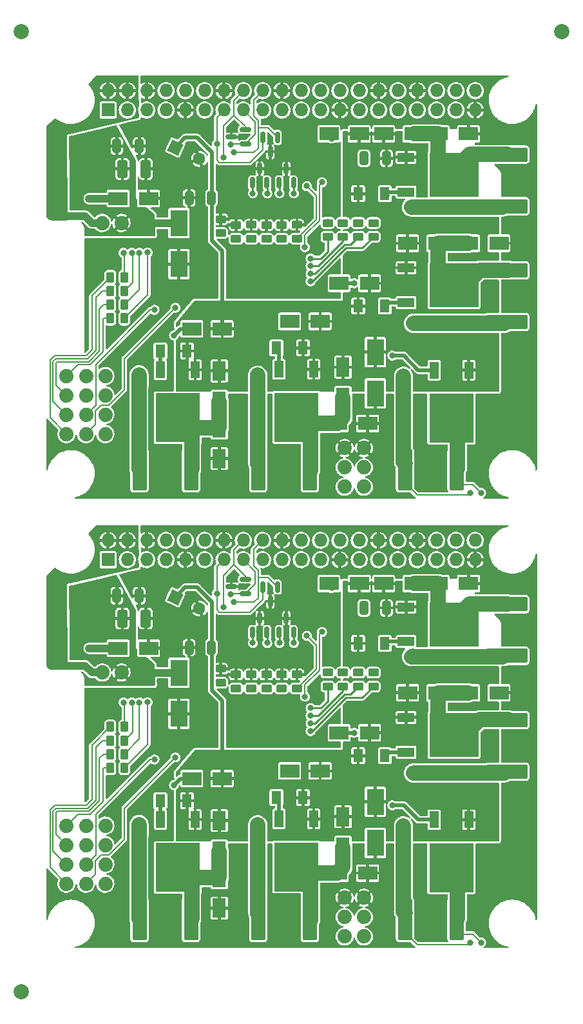
<source format=gbl>
G04 #@! TF.GenerationSoftware,KiCad,Pcbnew,6.0.7+dfsg-1+b1*
G04 #@! TF.CreationDate,2022-09-08T22:48:16+01:00*
G04 #@! TF.ProjectId,panel,70616e65-6c2e-46b6-9963-61645f706362,rev?*
G04 #@! TF.SameCoordinates,Original*
G04 #@! TF.FileFunction,Copper,L2,Bot*
G04 #@! TF.FilePolarity,Positive*
%FSLAX46Y46*%
G04 Gerber Fmt 4.6, Leading zero omitted, Abs format (unit mm)*
G04 Created by KiCad (PCBNEW 6.0.7+dfsg-1+b1) date 2022-09-08 22:48:16*
%MOMM*%
%LPD*%
G01*
G04 APERTURE LIST*
G04 Aperture macros list*
%AMRoundRect*
0 Rectangle with rounded corners*
0 $1 Rounding radius*
0 $2 $3 $4 $5 $6 $7 $8 $9 X,Y pos of 4 corners*
0 Add a 4 corners polygon primitive as box body*
4,1,4,$2,$3,$4,$5,$6,$7,$8,$9,$2,$3,0*
0 Add four circle primitives for the rounded corners*
1,1,$1+$1,$2,$3*
1,1,$1+$1,$4,$5*
1,1,$1+$1,$6,$7*
1,1,$1+$1,$8,$9*
0 Add four rect primitives between the rounded corners*
20,1,$1+$1,$2,$3,$4,$5,0*
20,1,$1+$1,$4,$5,$6,$7,0*
20,1,$1+$1,$6,$7,$8,$9,0*
20,1,$1+$1,$8,$9,$2,$3,0*%
%AMRotRect*
0 Rectangle, with rotation*
0 The origin of the aperture is its center*
0 $1 length*
0 $2 width*
0 $3 Rotation angle, in degrees counterclockwise*
0 Add horizontal line*
21,1,$1,$2,0,0,$3*%
G04 Aperture macros list end*
G04 #@! TA.AperFunction,ComponentPad*
%ADD10C,1.879600*%
G04 #@! TD*
G04 #@! TA.AperFunction,ComponentPad*
%ADD11R,1.727200X1.727200*%
G04 #@! TD*
G04 #@! TA.AperFunction,ComponentPad*
%ADD12O,1.727200X1.727200*%
G04 #@! TD*
G04 #@! TA.AperFunction,SMDPad,CuDef*
%ADD13RoundRect,0.250000X0.262500X0.450000X-0.262500X0.450000X-0.262500X-0.450000X0.262500X-0.450000X0*%
G04 #@! TD*
G04 #@! TA.AperFunction,SMDPad,CuDef*
%ADD14R,2.500000X1.800000*%
G04 #@! TD*
G04 #@! TA.AperFunction,SMDPad,CuDef*
%ADD15RoundRect,0.250000X-0.450000X0.262500X-0.450000X-0.262500X0.450000X-0.262500X0.450000X0.262500X0*%
G04 #@! TD*
G04 #@! TA.AperFunction,SMDPad,CuDef*
%ADD16RoundRect,0.250000X0.325000X0.650000X-0.325000X0.650000X-0.325000X-0.650000X0.325000X-0.650000X0*%
G04 #@! TD*
G04 #@! TA.AperFunction,SMDPad,CuDef*
%ADD17R,1.300000X1.700000*%
G04 #@! TD*
G04 #@! TA.AperFunction,SMDPad,CuDef*
%ADD18C,2.000000*%
G04 #@! TD*
G04 #@! TA.AperFunction,SMDPad,CuDef*
%ADD19RoundRect,0.250000X-2.475000X0.712500X-2.475000X-0.712500X2.475000X-0.712500X2.475000X0.712500X0*%
G04 #@! TD*
G04 #@! TA.AperFunction,SMDPad,CuDef*
%ADD20R,2.300000X3.500000*%
G04 #@! TD*
G04 #@! TA.AperFunction,SMDPad,CuDef*
%ADD21R,1.800000X2.500000*%
G04 #@! TD*
G04 #@! TA.AperFunction,ComponentPad*
%ADD22RotRect,1.600000X1.600000X335.000000*%
G04 #@! TD*
G04 #@! TA.AperFunction,ComponentPad*
%ADD23C,1.600000*%
G04 #@! TD*
G04 #@! TA.AperFunction,SMDPad,CuDef*
%ADD24RoundRect,0.150000X0.150000X-0.587500X0.150000X0.587500X-0.150000X0.587500X-0.150000X-0.587500X0*%
G04 #@! TD*
G04 #@! TA.AperFunction,SMDPad,CuDef*
%ADD25RoundRect,0.250000X-0.325000X-0.650000X0.325000X-0.650000X0.325000X0.650000X-0.325000X0.650000X0*%
G04 #@! TD*
G04 #@! TA.AperFunction,SMDPad,CuDef*
%ADD26RoundRect,0.150000X-0.150000X0.587500X-0.150000X-0.587500X0.150000X-0.587500X0.150000X0.587500X0*%
G04 #@! TD*
G04 #@! TA.AperFunction,SMDPad,CuDef*
%ADD27RoundRect,0.250000X-0.412500X-0.925000X0.412500X-0.925000X0.412500X0.925000X-0.412500X0.925000X0*%
G04 #@! TD*
G04 #@! TA.AperFunction,SMDPad,CuDef*
%ADD28RoundRect,0.150000X0.587500X0.150000X-0.587500X0.150000X-0.587500X-0.150000X0.587500X-0.150000X0*%
G04 #@! TD*
G04 #@! TA.AperFunction,SMDPad,CuDef*
%ADD29R,1.200000X2.200000*%
G04 #@! TD*
G04 #@! TA.AperFunction,SMDPad,CuDef*
%ADD30R,5.800000X6.400000*%
G04 #@! TD*
G04 #@! TA.AperFunction,SMDPad,CuDef*
%ADD31RoundRect,0.250000X0.712500X2.475000X-0.712500X2.475000X-0.712500X-2.475000X0.712500X-2.475000X0*%
G04 #@! TD*
G04 #@! TA.AperFunction,SMDPad,CuDef*
%ADD32R,2.200000X1.200000*%
G04 #@! TD*
G04 #@! TA.AperFunction,SMDPad,CuDef*
%ADD33R,6.400000X5.800000*%
G04 #@! TD*
G04 #@! TA.AperFunction,SMDPad,CuDef*
%ADD34RoundRect,0.250000X-0.712500X-2.475000X0.712500X-2.475000X0.712500X2.475000X-0.712500X2.475000X0*%
G04 #@! TD*
G04 #@! TA.AperFunction,ViaPad*
%ADD35C,1.000000*%
G04 #@! TD*
G04 #@! TA.AperFunction,ViaPad*
%ADD36C,0.800000*%
G04 #@! TD*
G04 #@! TA.AperFunction,Conductor*
%ADD37C,1.000000*%
G04 #@! TD*
G04 #@! TA.AperFunction,Conductor*
%ADD38C,0.250000*%
G04 #@! TD*
G04 #@! TA.AperFunction,Conductor*
%ADD39C,0.200000*%
G04 #@! TD*
G04 #@! TA.AperFunction,Conductor*
%ADD40C,2.000000*%
G04 #@! TD*
G04 #@! TA.AperFunction,Conductor*
%ADD41C,0.500000*%
G04 #@! TD*
G04 APERTURE END LIST*
D10*
X64999379Y-77206800D03*
X62459379Y-77206800D03*
X64999379Y-74666800D03*
X62459379Y-74666800D03*
X64999379Y-72126800D03*
X62459379Y-72126800D03*
D11*
X31370000Y-27770000D03*
D12*
X31370000Y-25230000D03*
X33910000Y-27770000D03*
X33910000Y-25230000D03*
X36450000Y-27770000D03*
X36450000Y-25230000D03*
X38990000Y-27770000D03*
X38990000Y-25230000D03*
X41530000Y-27770000D03*
X41530000Y-25230000D03*
X44070000Y-27770000D03*
X44070000Y-25230000D03*
X46610000Y-27770000D03*
X46610000Y-25230000D03*
X49150000Y-27770000D03*
X49150000Y-25230000D03*
X51690000Y-27770000D03*
X51690000Y-25230000D03*
X54230000Y-27770000D03*
X54230000Y-25230000D03*
X56770000Y-27770000D03*
X56770000Y-25230000D03*
X59310000Y-27770000D03*
X59310000Y-25230000D03*
X61850000Y-27770000D03*
X61850000Y-25230000D03*
X64390000Y-27770000D03*
X64390000Y-25230000D03*
X66930000Y-27770000D03*
X66930000Y-25230000D03*
X69470000Y-27770000D03*
X69470000Y-25230000D03*
X72010000Y-27770000D03*
X72010000Y-25230000D03*
X74550000Y-27770000D03*
X74550000Y-25230000D03*
X77090000Y-27770000D03*
X77090000Y-25230000D03*
X79630000Y-27770000D03*
X79630000Y-25230000D03*
D10*
X33140000Y-42590000D03*
X30600000Y-42590000D03*
D11*
X31370000Y-86770000D03*
D12*
X31370000Y-84230000D03*
X33910000Y-86770000D03*
X33910000Y-84230000D03*
X36450000Y-86770000D03*
X36450000Y-84230000D03*
X38990000Y-86770000D03*
X38990000Y-84230000D03*
X41530000Y-86770000D03*
X41530000Y-84230000D03*
X44070000Y-86770000D03*
X44070000Y-84230000D03*
X46610000Y-86770000D03*
X46610000Y-84230000D03*
X49150000Y-86770000D03*
X49150000Y-84230000D03*
X51690000Y-86770000D03*
X51690000Y-84230000D03*
X54230000Y-86770000D03*
X54230000Y-84230000D03*
X56770000Y-86770000D03*
X56770000Y-84230000D03*
X59310000Y-86770000D03*
X59310000Y-84230000D03*
X61850000Y-86770000D03*
X61850000Y-84230000D03*
X64390000Y-86770000D03*
X64390000Y-84230000D03*
X66930000Y-86770000D03*
X66930000Y-84230000D03*
X69470000Y-86770000D03*
X69470000Y-84230000D03*
X72010000Y-86770000D03*
X72010000Y-84230000D03*
X74550000Y-86770000D03*
X74550000Y-84230000D03*
X77090000Y-86770000D03*
X77090000Y-84230000D03*
X79630000Y-86770000D03*
X79630000Y-84230000D03*
D10*
X31020000Y-129290000D03*
X28480000Y-129290000D03*
X31020000Y-126750000D03*
X28480000Y-126750000D03*
X31020000Y-124210000D03*
X28480000Y-124210000D03*
X31020000Y-121670000D03*
X28480000Y-121670000D03*
X64999379Y-136206800D03*
X62459379Y-136206800D03*
X64999379Y-133666800D03*
X62459379Y-133666800D03*
X64999379Y-131126800D03*
X62459379Y-131126800D03*
X33140000Y-101590000D03*
X30600000Y-101590000D03*
X31020000Y-70290000D03*
X28480000Y-70290000D03*
X31020000Y-67750000D03*
X28480000Y-67750000D03*
X31020000Y-65210000D03*
X28480000Y-65210000D03*
X31020000Y-62670000D03*
X28480000Y-62670000D03*
X25920000Y-62670000D03*
X25920000Y-65210000D03*
X25920000Y-67750000D03*
X25920000Y-70290000D03*
X25920000Y-121670000D03*
X25920000Y-124210000D03*
X25920000Y-126750000D03*
X25920000Y-129290000D03*
D13*
X33512500Y-49700000D03*
X31687500Y-49700000D03*
D14*
X46375000Y-115500000D03*
X42375000Y-115500000D03*
D15*
X64250000Y-101587500D03*
X64250000Y-103412500D03*
X60250000Y-42587500D03*
X60250000Y-44412500D03*
D16*
X44975000Y-98300000D03*
X42025000Y-98300000D03*
D17*
X57000000Y-59000000D03*
X53500000Y-59000000D03*
D18*
X91000000Y-17500000D03*
D16*
X67975000Y-93100000D03*
X65025000Y-93100000D03*
D19*
X83800000Y-92612500D03*
X83800000Y-99387500D03*
D14*
X78750000Y-45250000D03*
X82750000Y-45250000D03*
D15*
X54200000Y-42850000D03*
X54200000Y-44675000D03*
X48200000Y-42850000D03*
X48200000Y-44675000D03*
D20*
X40700000Y-42600000D03*
X40700000Y-48000000D03*
D14*
X46375000Y-56500000D03*
X42375000Y-56500000D03*
D21*
X46000000Y-69500000D03*
X46000000Y-73500000D03*
D15*
X66250000Y-101587500D03*
X66250000Y-103412500D03*
X60250000Y-101587500D03*
X60250000Y-103412500D03*
D20*
X66500000Y-59550000D03*
X66500000Y-64950000D03*
D22*
X40200000Y-91700000D03*
D23*
X43372077Y-93179164D03*
D14*
X70750000Y-104250000D03*
X74750000Y-104250000D03*
D24*
X55750000Y-37337500D03*
X53850000Y-37337500D03*
X54800000Y-35462500D03*
D21*
X62250000Y-120500000D03*
X62250000Y-124500000D03*
D25*
X32525000Y-91500000D03*
X35475000Y-91500000D03*
D14*
X59250000Y-55500000D03*
X55250000Y-55500000D03*
D21*
X46000000Y-128500000D03*
X46000000Y-132500000D03*
D26*
X51750000Y-90362500D03*
X53650000Y-90362500D03*
X52700000Y-92237500D03*
D13*
X33512500Y-53300000D03*
X31687500Y-53300000D03*
D27*
X33262500Y-94500000D03*
X36337500Y-94500000D03*
D21*
X62250000Y-61500000D03*
X62250000Y-65500000D03*
D28*
X49437500Y-89350000D03*
X49437500Y-91250000D03*
X47562500Y-90300000D03*
D14*
X61500000Y-68900000D03*
X65500000Y-68900000D03*
D29*
X74220000Y-61900000D03*
D30*
X76500000Y-68200000D03*
D29*
X78780000Y-61900000D03*
D19*
X83800000Y-107812500D03*
X83800000Y-114587500D03*
D14*
X67600000Y-30900000D03*
X71600000Y-30900000D03*
D16*
X44975000Y-39300000D03*
X42025000Y-39300000D03*
D17*
X57000000Y-118000000D03*
X53500000Y-118000000D03*
D25*
X32525000Y-32500000D03*
X35475000Y-32500000D03*
D15*
X56200000Y-101837500D03*
X56200000Y-103662500D03*
X64250000Y-42587500D03*
X64250000Y-44412500D03*
D17*
X41750000Y-118400000D03*
X38250000Y-118400000D03*
D15*
X50200000Y-101837500D03*
X50200000Y-103662500D03*
D31*
X42287500Y-134000000D03*
X35512500Y-134000000D03*
D14*
X70750000Y-45250000D03*
X74750000Y-45250000D03*
X64400000Y-30900000D03*
X60400000Y-30900000D03*
D15*
X46200000Y-101087500D03*
X46200000Y-102912500D03*
D31*
X57887500Y-75000000D03*
X51112500Y-75000000D03*
D32*
X70550000Y-112030000D03*
D33*
X76850000Y-109750000D03*
D32*
X70550000Y-107470000D03*
D14*
X64400000Y-89900000D03*
X60400000Y-89900000D03*
D15*
X48200000Y-101850000D03*
X48200000Y-103675000D03*
D24*
X55750000Y-96337500D03*
X53850000Y-96337500D03*
X54800000Y-94462500D03*
D29*
X53845000Y-61800000D03*
D30*
X56125000Y-68100000D03*
D29*
X58405000Y-61800000D03*
D14*
X74750000Y-30900000D03*
X78750000Y-30900000D03*
D16*
X67975000Y-34100000D03*
X65025000Y-34100000D03*
D29*
X38270000Y-61850000D03*
D30*
X40550000Y-68150000D03*
D29*
X42830000Y-61850000D03*
D15*
X66250000Y-42587500D03*
X66250000Y-44412500D03*
D20*
X40700000Y-101600000D03*
X40700000Y-107000000D03*
D15*
X56200000Y-42837500D03*
X56200000Y-44662500D03*
D19*
X83800000Y-48812500D03*
X83800000Y-55587500D03*
D14*
X32700000Y-39400000D03*
X36700000Y-39400000D03*
D13*
X33512500Y-114100000D03*
X31687500Y-114100000D03*
D18*
X20000000Y-17500000D03*
D34*
X70412500Y-75000000D03*
X77187500Y-75000000D03*
D13*
X33512500Y-51500000D03*
X31687500Y-51500000D03*
D18*
X20000000Y-143500000D03*
D15*
X62250000Y-101587500D03*
X62250000Y-103412500D03*
D20*
X66500000Y-118550000D03*
X66500000Y-123950000D03*
D14*
X61500000Y-127900000D03*
X65500000Y-127900000D03*
D17*
X64250000Y-97750000D03*
X67750000Y-97750000D03*
D19*
X83800000Y-33612500D03*
X83800000Y-40387500D03*
D26*
X51750000Y-31362500D03*
X53650000Y-31362500D03*
X52700000Y-33237500D03*
D17*
X41750000Y-59400000D03*
X38250000Y-59400000D03*
X64250000Y-112500000D03*
X67750000Y-112500000D03*
D13*
X33512500Y-55100000D03*
X31687500Y-55100000D03*
D31*
X42287500Y-75000000D03*
X35512500Y-75000000D03*
D29*
X74220000Y-120900000D03*
D30*
X76500000Y-127200000D03*
D29*
X78780000Y-120900000D03*
X53845000Y-120800000D03*
D30*
X56125000Y-127100000D03*
D29*
X58405000Y-120800000D03*
D22*
X40200000Y-32700000D03*
D23*
X43372077Y-34179164D03*
D15*
X62250000Y-42587500D03*
X62250000Y-44412500D03*
D21*
X46000000Y-121000000D03*
X46000000Y-125000000D03*
D15*
X52200000Y-42850000D03*
X52200000Y-44675000D03*
D17*
X64250000Y-38750000D03*
X67750000Y-38750000D03*
D15*
X46200000Y-42087500D03*
X46200000Y-43912500D03*
D13*
X33512500Y-110500000D03*
X31687500Y-110500000D03*
D29*
X38270000Y-120850000D03*
D30*
X40550000Y-127150000D03*
D29*
X42830000Y-120850000D03*
D15*
X52200000Y-101850000D03*
X52200000Y-103675000D03*
X50200000Y-42837500D03*
X50200000Y-44662500D03*
D13*
X33512500Y-108700000D03*
X31687500Y-108700000D03*
D24*
X52250000Y-96337500D03*
X50350000Y-96337500D03*
X51300000Y-94462500D03*
D15*
X54200000Y-101850000D03*
X54200000Y-103675000D03*
D14*
X32700000Y-98400000D03*
X36700000Y-98400000D03*
X59250000Y-114500000D03*
X55250000Y-114500000D03*
X65750000Y-50500000D03*
X61750000Y-50500000D03*
D28*
X49437500Y-30350000D03*
X49437500Y-32250000D03*
X47562500Y-31300000D03*
D31*
X57887500Y-134000000D03*
X51112500Y-134000000D03*
D14*
X65750000Y-109500000D03*
X61750000Y-109500000D03*
X67600000Y-89900000D03*
X71600000Y-89900000D03*
X74750000Y-89900000D03*
X78750000Y-89900000D03*
X78750000Y-104250000D03*
X82750000Y-104250000D03*
D34*
X70412500Y-134000000D03*
X77187500Y-134000000D03*
D32*
X70550000Y-97530000D03*
D33*
X76850000Y-95250000D03*
D32*
X70550000Y-92970000D03*
X70550000Y-38530000D03*
D33*
X76850000Y-36250000D03*
D32*
X70550000Y-33970000D03*
D27*
X33262500Y-35500000D03*
X36337500Y-35500000D03*
D13*
X33512500Y-112300000D03*
X31687500Y-112300000D03*
D21*
X46000000Y-62000000D03*
X46000000Y-66000000D03*
D24*
X52250000Y-37337500D03*
X50350000Y-37337500D03*
X51300000Y-35462500D03*
D32*
X70550000Y-53030000D03*
D33*
X76850000Y-50750000D03*
D32*
X70550000Y-48470000D03*
D17*
X64250000Y-53500000D03*
X67750000Y-53500000D03*
D35*
X30200000Y-31500000D03*
X29000000Y-36300000D03*
X32500000Y-32600000D03*
X30200000Y-34500000D03*
X36600000Y-41900000D03*
X36600000Y-43100000D03*
X29000000Y-31500000D03*
X35400000Y-41900000D03*
D36*
X34200000Y-37700000D03*
D35*
X27800000Y-31500000D03*
D36*
X32700000Y-37700000D03*
D35*
X27800000Y-34500000D03*
X33300000Y-34900000D03*
X35400000Y-43100000D03*
D36*
X54200000Y-50700000D03*
D35*
X35900000Y-30900000D03*
X80750000Y-66000000D03*
X39000000Y-38700000D03*
X39000000Y-37500000D03*
X73400000Y-77100000D03*
X39000000Y-34900000D03*
D36*
X44250000Y-73250000D03*
D35*
X54800000Y-73500000D03*
X42300000Y-32500000D03*
X39000000Y-36200000D03*
D36*
X44250000Y-74250000D03*
D35*
X39200000Y-73500000D03*
X39200000Y-75900000D03*
X54800000Y-75900000D03*
D36*
X54200000Y-51900000D03*
X49250000Y-36500000D03*
D35*
X43000000Y-36100000D03*
D36*
X48000000Y-29600000D03*
D35*
X39200000Y-77100000D03*
X39000000Y-64000000D03*
D36*
X43000000Y-50700000D03*
X56200000Y-51900000D03*
X45400000Y-51900000D03*
X41800000Y-50700000D03*
D35*
X43000000Y-37500000D03*
D36*
X37510072Y-55132727D03*
X40600000Y-51900000D03*
X65000000Y-34000000D03*
D35*
X73400000Y-75900000D03*
X37900000Y-35600000D03*
X40500000Y-30900000D03*
D36*
X44200000Y-50700000D03*
X40300000Y-39800000D03*
D35*
X34100000Y-30400000D03*
D36*
X44200000Y-51900000D03*
X51250000Y-37250000D03*
X57000000Y-39000000D03*
D35*
X38200000Y-30900000D03*
X39200000Y-74700000D03*
D36*
X56200000Y-50700000D03*
D35*
X54800000Y-74700000D03*
D36*
X58000000Y-40750000D03*
X42750500Y-43442888D03*
X57250000Y-36500000D03*
X41800000Y-51900000D03*
X43000000Y-51900000D03*
X36960444Y-33232669D03*
D35*
X73400000Y-74700000D03*
D36*
X45400000Y-50700000D03*
X38769522Y-53269522D03*
D35*
X37900000Y-34200000D03*
D36*
X46200000Y-42100000D03*
D35*
X54800000Y-77100000D03*
D36*
X58000000Y-50250000D03*
X58000000Y-49250000D03*
X58000000Y-48250000D03*
X58000000Y-47250497D03*
X40225000Y-53712500D03*
X37487032Y-53987032D03*
X59500000Y-37250000D03*
X57250000Y-45750000D03*
X80412705Y-78004790D03*
X38750000Y-70500000D03*
X79250000Y-52750000D03*
X40037500Y-57350000D03*
X63725000Y-50500000D03*
X53500000Y-59000000D03*
X68000000Y-39000000D03*
X38250000Y-59400000D03*
X54000000Y-70750000D03*
X79250000Y-38250000D03*
X55250000Y-55412500D03*
X60750000Y-31500000D03*
X67900000Y-53437500D03*
X60250000Y-42500000D03*
X55800000Y-38700000D03*
X61999998Y-42587500D03*
X53900000Y-38700000D03*
X52300000Y-38700000D03*
X64250000Y-42587500D03*
X50400000Y-38700000D03*
X66250000Y-42587500D03*
X33400000Y-46500000D03*
X45673691Y-32196288D03*
X36575418Y-46475418D03*
X47919623Y-33330380D03*
X46553206Y-33966872D03*
X35500000Y-46500000D03*
X34500000Y-46500000D03*
X47500000Y-32300000D03*
D35*
X28900000Y-39400000D03*
X30100000Y-39400000D03*
D36*
X68750001Y-59999999D03*
X46250000Y-43912500D03*
X48201088Y-44668407D03*
X50242258Y-44673573D03*
X52205477Y-44682397D03*
X54205477Y-44682397D03*
X57500000Y-37750000D03*
X56205477Y-44669897D03*
D35*
X35425000Y-63841982D03*
X35500000Y-74250000D03*
X35500000Y-75500000D03*
X35425000Y-65075000D03*
X35500000Y-76750000D03*
X35500000Y-73000000D03*
X35425000Y-62608964D03*
X51128007Y-63711308D03*
X51086300Y-76780571D03*
X51128007Y-64961308D03*
X51086300Y-74230571D03*
X51086300Y-72980571D03*
X51128007Y-62561308D03*
X51086300Y-75424019D03*
X71500000Y-55750000D03*
X74000000Y-55750000D03*
X85900000Y-55750000D03*
X83400000Y-55750000D03*
X82150000Y-55750000D03*
X84650000Y-55750000D03*
X72750000Y-55750000D03*
X83400000Y-40500000D03*
X84650000Y-40500000D03*
X73900000Y-40500000D03*
X72650000Y-40500000D03*
X71400000Y-40500000D03*
X82150000Y-40500000D03*
X85900000Y-40500000D03*
D36*
X68000000Y-35750000D03*
D35*
X62250000Y-61750000D03*
D36*
X56901745Y-59000000D03*
D35*
X46500000Y-62000000D03*
D36*
X41862500Y-59350000D03*
X71600000Y-45300000D03*
X72250001Y-59999999D03*
X68000000Y-51500000D03*
D35*
X70200000Y-75661281D03*
X70200000Y-74338002D03*
X70200000Y-76900000D03*
X70200000Y-63900000D03*
X70200000Y-62700000D03*
X70200000Y-65100000D03*
X70200000Y-73088002D03*
D36*
X78944234Y-78002050D03*
D35*
X30200000Y-90500000D03*
X29000000Y-95300000D03*
X32500000Y-91600000D03*
X30200000Y-93500000D03*
X36600000Y-100900000D03*
X36600000Y-102100000D03*
X29000000Y-90500000D03*
X35400000Y-100900000D03*
D36*
X34200000Y-96700000D03*
D35*
X27800000Y-90500000D03*
D36*
X32700000Y-96700000D03*
D35*
X27800000Y-93500000D03*
X33300000Y-93900000D03*
X35400000Y-102100000D03*
D36*
X54200000Y-109700000D03*
D35*
X35900000Y-89900000D03*
X80750000Y-125000000D03*
X39000000Y-97700000D03*
X39000000Y-96500000D03*
X73400000Y-136100000D03*
X39000000Y-93900000D03*
D36*
X44250000Y-132250000D03*
D35*
X54800000Y-132500000D03*
X42300000Y-91500000D03*
X39000000Y-95200000D03*
D36*
X44250000Y-133250000D03*
D35*
X39200000Y-132500000D03*
X39200000Y-134900000D03*
X54800000Y-134900000D03*
D36*
X54200000Y-110900000D03*
X49250000Y-95500000D03*
D35*
X43000000Y-95100000D03*
D36*
X48000000Y-88600000D03*
D35*
X39200000Y-136100000D03*
X39000000Y-123000000D03*
D36*
X43000000Y-109700000D03*
X56200000Y-110900000D03*
X45400000Y-110900000D03*
X41800000Y-109700000D03*
D35*
X43000000Y-96500000D03*
D36*
X37510072Y-114132727D03*
X40600000Y-110900000D03*
X65000000Y-93000000D03*
D35*
X73400000Y-134900000D03*
X37900000Y-94600000D03*
X40500000Y-89900000D03*
D36*
X44200000Y-109700000D03*
X40300000Y-98800000D03*
D35*
X34100000Y-89400000D03*
D36*
X44200000Y-110900000D03*
X51250000Y-96250000D03*
X57000000Y-98000000D03*
D35*
X38200000Y-89900000D03*
X39200000Y-133700000D03*
D36*
X56200000Y-109700000D03*
D35*
X54800000Y-133700000D03*
D36*
X58000000Y-99750000D03*
X42750500Y-102442888D03*
X57250000Y-95500000D03*
X41800000Y-110900000D03*
X43000000Y-110900000D03*
X36960444Y-92232669D03*
D35*
X73400000Y-133700000D03*
D36*
X45400000Y-109700000D03*
X38769522Y-112269522D03*
D35*
X37900000Y-93200000D03*
D36*
X46200000Y-101100000D03*
D35*
X54800000Y-136100000D03*
D36*
X58000000Y-109250000D03*
X58000000Y-108250000D03*
X58000000Y-107250000D03*
X58000000Y-106250497D03*
X40225000Y-112712500D03*
X37487032Y-112987032D03*
X59500000Y-96250000D03*
X57250000Y-104750000D03*
X80412705Y-137004790D03*
X38750000Y-129500000D03*
X79250000Y-111750000D03*
X40037500Y-116350000D03*
X63725000Y-109500000D03*
X53500000Y-118000000D03*
X68000000Y-98000000D03*
X38250000Y-118400000D03*
X54000000Y-129750000D03*
X79250000Y-97250000D03*
X55250000Y-114412500D03*
X60750000Y-90500000D03*
X67900000Y-112437500D03*
X60250000Y-101500000D03*
X55800000Y-97700000D03*
X61999998Y-101587500D03*
X53900000Y-97700000D03*
X52300000Y-97700000D03*
X64250000Y-101587500D03*
X50400000Y-97700000D03*
X66250000Y-101587500D03*
X33400000Y-105500000D03*
X45673691Y-91196288D03*
X36575418Y-105475418D03*
X47919623Y-92330380D03*
X46553206Y-92966872D03*
X35500000Y-105500000D03*
X34500000Y-105500000D03*
X47500000Y-91300000D03*
D35*
X28900000Y-98400000D03*
X30100000Y-98400000D03*
D36*
X68750001Y-118999999D03*
X46250000Y-102912500D03*
X48201088Y-103668407D03*
X50242258Y-103673573D03*
X52205477Y-103682397D03*
X54205477Y-103682397D03*
X57500000Y-96750000D03*
X56205477Y-103669897D03*
D35*
X35425000Y-122841982D03*
X35500000Y-133250000D03*
X35500000Y-134500000D03*
X35425000Y-124075000D03*
X35500000Y-135750000D03*
X35500000Y-132000000D03*
X35425000Y-121608964D03*
X51128007Y-122711308D03*
X51086300Y-135780571D03*
X51128007Y-123961308D03*
X51086300Y-133230571D03*
X51086300Y-131980571D03*
X51128007Y-121561308D03*
X51086300Y-134424019D03*
X71500000Y-114750000D03*
X74000000Y-114750000D03*
X85900000Y-114750000D03*
X83400000Y-114750000D03*
X82150000Y-114750000D03*
X84650000Y-114750000D03*
X72750000Y-114750000D03*
X83400000Y-99500000D03*
X84650000Y-99500000D03*
X73900000Y-99500000D03*
X72650000Y-99500000D03*
X71400000Y-99500000D03*
X82150000Y-99500000D03*
X85900000Y-99500000D03*
D36*
X68000000Y-94750000D03*
D35*
X62250000Y-120750000D03*
D36*
X56901745Y-118000000D03*
D35*
X46500000Y-121000000D03*
D36*
X41862500Y-118350000D03*
X71600000Y-104300000D03*
X72250001Y-118999999D03*
X68000000Y-110500000D03*
D35*
X70200000Y-134661281D03*
X70200000Y-133338002D03*
X70200000Y-135900000D03*
X70200000Y-122900000D03*
X70200000Y-121700000D03*
X70200000Y-124100000D03*
X70200000Y-132088002D03*
D36*
X78944234Y-137002050D03*
D37*
X40700000Y-42600000D02*
X36900000Y-42600000D01*
D38*
X66250000Y-44412500D02*
X64790122Y-45872378D01*
X58250000Y-50250000D02*
X58000000Y-50250000D01*
X62627622Y-45872378D02*
X58250000Y-50250000D01*
X64790122Y-45872378D02*
X62627622Y-45872378D01*
X63239623Y-45422877D02*
X62441433Y-45422877D01*
X62441433Y-45422877D02*
X58614310Y-49250000D01*
X58614310Y-49250000D02*
X58000000Y-49250000D01*
X64250000Y-44412500D02*
X63239623Y-45422877D01*
X58978620Y-48250000D02*
X58000000Y-48250000D01*
X62250000Y-44412500D02*
X62250000Y-44978620D01*
X62250000Y-44978620D02*
X58978620Y-48250000D01*
X60250000Y-46342930D02*
X59342433Y-47250497D01*
X60250000Y-44412500D02*
X60250000Y-46342930D01*
X59342433Y-47250497D02*
X58000000Y-47250497D01*
D39*
X40187500Y-53712500D02*
X40225000Y-53712500D01*
X31483342Y-66500000D02*
X33500000Y-64483342D01*
X30500000Y-66500000D02*
X31483342Y-66500000D01*
X28480000Y-70290000D02*
X29719800Y-69050200D01*
X33500000Y-60400000D02*
X40187500Y-53712500D01*
X29719800Y-69050200D02*
X29719800Y-67280200D01*
X29719800Y-67280200D02*
X30500000Y-66500000D01*
X33500000Y-64483342D02*
X33500000Y-60400000D01*
X29750000Y-66480000D02*
X29750000Y-61150000D01*
X28480000Y-67750000D02*
X29750000Y-66480000D01*
X36912968Y-53987032D02*
X37487032Y-53987032D01*
X29750000Y-61150000D02*
X36912968Y-53987032D01*
X59149501Y-37600499D02*
X59500000Y-37250000D01*
X57250000Y-45750000D02*
X57250000Y-44190354D01*
X59149501Y-42290853D02*
X59149501Y-37600499D01*
X57250000Y-44190354D02*
X59149501Y-42290853D01*
X79307915Y-76900000D02*
X77600000Y-76900000D01*
D40*
X77275000Y-74900000D02*
X77275000Y-69275000D01*
D39*
X80412705Y-78004790D02*
X79307915Y-76900000D01*
D40*
X46000000Y-69500000D02*
X41900000Y-69500000D01*
X46000000Y-66000000D02*
X46000000Y-69500000D01*
X42375000Y-74900000D02*
X42375000Y-69975000D01*
X74750000Y-48650000D02*
X76850000Y-50750000D01*
X78250000Y-50750000D02*
X80225000Y-48775000D01*
X74750000Y-45250000D02*
X78750000Y-45250000D01*
X80225000Y-48775000D02*
X84000000Y-48775000D01*
X74750000Y-45250000D02*
X74750000Y-48650000D01*
D41*
X40037500Y-57350000D02*
X40887500Y-56500000D01*
X40887500Y-56500000D02*
X41375000Y-56500000D01*
X61750000Y-50500000D02*
X63725000Y-50500000D01*
X53845000Y-61800000D02*
X53845000Y-59670000D01*
X67970000Y-38530000D02*
X70550000Y-38530000D01*
X38270000Y-61850000D02*
X38270000Y-59420000D01*
D40*
X58000000Y-75150000D02*
X58000000Y-69975000D01*
X62250000Y-65500000D02*
X62250000Y-68150000D01*
X62250000Y-68150000D02*
X61500000Y-68900000D01*
X61500000Y-68900000D02*
X56925000Y-68900000D01*
X74750000Y-30900000D02*
X74750000Y-34150000D01*
X74750000Y-30900000D02*
X71600000Y-30900000D01*
X83925000Y-33600000D02*
X78900000Y-33600000D01*
X74750000Y-34150000D02*
X76850000Y-36250000D01*
X78900000Y-33600000D02*
X77250000Y-35250000D01*
D41*
X67900000Y-53437500D02*
X68307500Y-53030000D01*
X68307500Y-53030000D02*
X70550000Y-53030000D01*
D38*
X55800000Y-38700000D02*
X55800000Y-37387500D01*
X53900000Y-37387500D02*
X53900000Y-38700000D01*
X52300000Y-38700000D02*
X52300000Y-37387500D01*
X50400000Y-38700000D02*
X50400000Y-37387500D01*
D39*
X50033628Y-34666372D02*
X51750000Y-32950000D01*
X45966372Y-34666372D02*
X50033628Y-34666372D01*
X33500000Y-46600000D02*
X33400000Y-46500000D01*
X33500000Y-49687500D02*
X33500000Y-46600000D01*
X45673691Y-32196288D02*
X45673691Y-34373691D01*
X46610000Y-27770000D02*
X45673691Y-28706309D01*
X45673691Y-28706309D02*
X45673691Y-32196288D01*
X51750000Y-32950000D02*
X51750000Y-31362500D01*
X45673691Y-34373691D02*
X45966372Y-34666372D01*
X51100000Y-32800000D02*
X50569620Y-33330380D01*
X50499501Y-26420499D02*
X50499501Y-28554521D01*
X50569620Y-33330380D02*
X47919623Y-33330380D01*
X52387500Y-30100000D02*
X51100000Y-30100000D01*
X50499501Y-28554521D02*
X51100000Y-29155020D01*
X51100000Y-29155020D02*
X51100000Y-30100000D01*
X51100000Y-30100000D02*
X51100000Y-32800000D01*
X53650000Y-31362500D02*
X52387500Y-30100000D01*
X36600000Y-46500000D02*
X36575418Y-46475418D01*
X36600000Y-52012500D02*
X36600000Y-46500000D01*
X33512500Y-55100000D02*
X36600000Y-52012500D01*
X51690000Y-25230000D02*
X50499501Y-26420499D01*
X46525000Y-33938666D02*
X46525000Y-29875000D01*
X47868761Y-26511239D02*
X47868761Y-28368761D01*
X47868761Y-26511239D02*
X49150000Y-25230000D01*
X49437500Y-29937500D02*
X49437500Y-30350000D01*
X35500000Y-51312500D02*
X35500000Y-46500000D01*
X46525000Y-29875000D02*
X47950000Y-28450000D01*
X33512500Y-53300000D02*
X35500000Y-51312500D01*
X46553206Y-33966872D02*
X46525000Y-33938666D01*
X47950000Y-28450000D02*
X49437500Y-29937500D01*
X47868761Y-28368761D02*
X47950000Y-28450000D01*
X50700000Y-29320000D02*
X49150000Y-27770000D01*
X49437500Y-32250000D02*
X47550000Y-32250000D01*
X47550000Y-32250000D02*
X47500000Y-32300000D01*
X49437500Y-32250000D02*
X50700000Y-30987500D01*
X33512500Y-51500000D02*
X34600000Y-50412500D01*
X34600000Y-46600000D02*
X34500000Y-46500000D01*
X50700000Y-30987500D02*
X50700000Y-29320000D01*
X34600000Y-50412500D02*
X34600000Y-46600000D01*
D37*
X30100000Y-39400000D02*
X28900000Y-39400000D01*
X32700000Y-39400000D02*
X30100000Y-39400000D01*
D41*
X74220000Y-61900000D02*
X72150000Y-61900000D01*
X72150000Y-61900000D02*
X70249999Y-59999999D01*
X70249999Y-59999999D02*
X68750001Y-59999999D01*
D39*
X58750000Y-42125374D02*
X56205477Y-44669897D01*
X58750000Y-39000000D02*
X58750000Y-42125374D01*
X57500000Y-37750000D02*
X58750000Y-39000000D01*
D40*
X35425000Y-74900000D02*
X35425000Y-65075000D01*
X35425000Y-65075000D02*
X35425000Y-63918448D01*
X35449998Y-63893450D02*
X35449998Y-62859285D01*
X35425000Y-63918448D02*
X35449998Y-63893450D01*
X35448820Y-62500000D02*
X35448820Y-62858107D01*
X51050000Y-64950000D02*
X51050000Y-63700000D01*
X51050000Y-74200000D02*
X51050000Y-72950000D01*
X51050000Y-63700000D02*
X51050000Y-62550000D01*
X51050000Y-72950000D02*
X51050000Y-64950000D01*
X82250000Y-55750000D02*
X74000000Y-55750000D01*
X83500000Y-55750000D02*
X82250000Y-55750000D01*
X74000000Y-55750000D02*
X72750000Y-55750000D01*
X72750000Y-55750000D02*
X71500000Y-55750000D01*
X73750000Y-40500000D02*
X72500000Y-40500000D01*
X72500000Y-40500000D02*
X71250000Y-40500000D01*
X71250000Y-40500000D02*
X71475000Y-40475000D01*
X83250000Y-40500000D02*
X82000000Y-40500000D01*
X82000000Y-40500000D02*
X73750000Y-40500000D01*
D39*
X28500000Y-60000000D02*
X29250000Y-59250000D01*
X29250000Y-59250000D02*
X29250000Y-52137500D01*
X23750000Y-60620040D02*
X24370040Y-60000000D01*
X24370040Y-60000000D02*
X28500000Y-60000000D01*
X25920000Y-70290000D02*
X23750000Y-68120000D01*
X29250000Y-52137500D02*
X31687500Y-49700000D01*
X23750000Y-68120000D02*
X23750000Y-60620040D01*
X24149501Y-60785519D02*
X24535519Y-60399501D01*
X25920000Y-67750000D02*
X24149501Y-65979501D01*
X29750000Y-52350000D02*
X30600000Y-51500000D01*
X24535519Y-60399501D02*
X28665479Y-60399501D01*
X30600000Y-51500000D02*
X31687500Y-51500000D01*
X24149501Y-65979501D02*
X24149501Y-60785519D01*
X29750000Y-59314980D02*
X29750000Y-52350000D01*
X28665479Y-60399501D02*
X29750000Y-59314980D01*
X24549002Y-63839002D02*
X24549002Y-60950998D01*
X24700998Y-60799002D02*
X28830958Y-60799002D01*
X30250000Y-59379960D02*
X30250000Y-53850000D01*
X30800000Y-53300000D02*
X31687500Y-53300000D01*
X30250000Y-53850000D02*
X30800000Y-53300000D01*
X24549002Y-60950998D02*
X24700998Y-60799002D01*
X25920000Y-65210000D02*
X24549002Y-63839002D01*
X28830958Y-60799002D02*
X30250000Y-59379960D01*
X30750000Y-59500000D02*
X30750000Y-55150000D01*
X25920000Y-62670000D02*
X27391497Y-61198503D01*
X29051497Y-61198503D02*
X30750000Y-59500000D01*
X30800000Y-55100000D02*
X30750000Y-55150000D01*
X31687500Y-55100000D02*
X30800000Y-55100000D01*
X27391497Y-61198503D02*
X29051497Y-61198503D01*
D37*
X29270923Y-42590000D02*
X28380923Y-41700000D01*
X25300000Y-41700000D02*
X25100000Y-41500000D01*
X30600000Y-42590000D02*
X29270923Y-42590000D01*
X28380923Y-41700000D02*
X25300000Y-41700000D01*
D41*
X43100000Y-31400000D02*
X41500000Y-31400000D01*
X41500000Y-31400000D02*
X40200000Y-32700000D01*
X45000000Y-33300000D02*
X43100000Y-31400000D01*
X46375000Y-46275000D02*
X45000000Y-44900000D01*
X46375000Y-56500000D02*
X46375000Y-46275000D01*
X45000000Y-44900000D02*
X45000000Y-33300000D01*
D39*
X78944234Y-78002050D02*
X78646284Y-78300000D01*
D40*
X70200000Y-64100000D02*
X70200000Y-62700000D01*
D39*
X78646284Y-78300000D02*
X72000000Y-78300000D01*
X72000000Y-78300000D02*
X70400000Y-76700000D01*
D40*
X70200000Y-65500000D02*
X70200000Y-64100000D01*
X70200000Y-62700000D02*
X70200000Y-63100000D01*
X70200000Y-73938002D02*
X70200000Y-65500000D01*
X70400000Y-74138002D02*
X70200000Y-73938002D01*
D37*
X40700000Y-101600000D02*
X36900000Y-101600000D01*
D38*
X66250000Y-103412500D02*
X64790122Y-104872378D01*
X58250000Y-109250000D02*
X58000000Y-109250000D01*
X62627622Y-104872378D02*
X58250000Y-109250000D01*
X64790122Y-104872378D02*
X62627622Y-104872378D01*
X63239623Y-104422877D02*
X62441433Y-104422877D01*
X62441433Y-104422877D02*
X58614310Y-108250000D01*
X58614310Y-108250000D02*
X58000000Y-108250000D01*
X64250000Y-103412500D02*
X63239623Y-104422877D01*
X58978620Y-107250000D02*
X58000000Y-107250000D01*
X62250000Y-103412500D02*
X62250000Y-103978620D01*
X62250000Y-103978620D02*
X58978620Y-107250000D01*
X60250000Y-105342930D02*
X59342433Y-106250497D01*
X60250000Y-103412500D02*
X60250000Y-105342930D01*
X59342433Y-106250497D02*
X58000000Y-106250497D01*
D39*
X40187500Y-112712500D02*
X40225000Y-112712500D01*
X31483342Y-125500000D02*
X33500000Y-123483342D01*
X30500000Y-125500000D02*
X31483342Y-125500000D01*
X28480000Y-129290000D02*
X29719800Y-128050200D01*
X33500000Y-119400000D02*
X40187500Y-112712500D01*
X29719800Y-128050200D02*
X29719800Y-126280200D01*
X29719800Y-126280200D02*
X30500000Y-125500000D01*
X33500000Y-123483342D02*
X33500000Y-119400000D01*
X29750000Y-125480000D02*
X29750000Y-120150000D01*
X28480000Y-126750000D02*
X29750000Y-125480000D01*
X36912968Y-112987032D02*
X37487032Y-112987032D01*
X29750000Y-120150000D02*
X36912968Y-112987032D01*
X59149501Y-96600499D02*
X59500000Y-96250000D01*
X57250000Y-104750000D02*
X57250000Y-103190354D01*
X59149501Y-101290853D02*
X59149501Y-96600499D01*
X57250000Y-103190354D02*
X59149501Y-101290853D01*
X79307915Y-135900000D02*
X77600000Y-135900000D01*
D40*
X77275000Y-133900000D02*
X77275000Y-128275000D01*
D39*
X80412705Y-137004790D02*
X79307915Y-135900000D01*
D40*
X46000000Y-128500000D02*
X41900000Y-128500000D01*
X46000000Y-125000000D02*
X46000000Y-128500000D01*
X42375000Y-133900000D02*
X42375000Y-128975000D01*
X74750000Y-107650000D02*
X76850000Y-109750000D01*
X78250000Y-109750000D02*
X80225000Y-107775000D01*
X74750000Y-104250000D02*
X78750000Y-104250000D01*
X80225000Y-107775000D02*
X84000000Y-107775000D01*
X74750000Y-104250000D02*
X74750000Y-107650000D01*
D41*
X40037500Y-116350000D02*
X40887500Y-115500000D01*
X40887500Y-115500000D02*
X41375000Y-115500000D01*
X61750000Y-109500000D02*
X63725000Y-109500000D01*
X53845000Y-120800000D02*
X53845000Y-118670000D01*
X67970000Y-97530000D02*
X70550000Y-97530000D01*
X38270000Y-120850000D02*
X38270000Y-118420000D01*
D40*
X58000000Y-134150000D02*
X58000000Y-128975000D01*
X62250000Y-124500000D02*
X62250000Y-127150000D01*
X62250000Y-127150000D02*
X61500000Y-127900000D01*
X61500000Y-127900000D02*
X56925000Y-127900000D01*
X74750000Y-89900000D02*
X74750000Y-93150000D01*
X74750000Y-89900000D02*
X71600000Y-89900000D01*
X83925000Y-92600000D02*
X78900000Y-92600000D01*
X74750000Y-93150000D02*
X76850000Y-95250000D01*
X78900000Y-92600000D02*
X77250000Y-94250000D01*
D41*
X67900000Y-112437500D02*
X68307500Y-112030000D01*
X68307500Y-112030000D02*
X70550000Y-112030000D01*
D38*
X55800000Y-97700000D02*
X55800000Y-96387500D01*
X53900000Y-96387500D02*
X53900000Y-97700000D01*
X52300000Y-97700000D02*
X52300000Y-96387500D01*
X50400000Y-97700000D02*
X50400000Y-96387500D01*
D39*
X50033628Y-93666372D02*
X51750000Y-91950000D01*
X45966372Y-93666372D02*
X50033628Y-93666372D01*
X33500000Y-105600000D02*
X33400000Y-105500000D01*
X33500000Y-108687500D02*
X33500000Y-105600000D01*
X45673691Y-91196288D02*
X45673691Y-93373691D01*
X46610000Y-86770000D02*
X45673691Y-87706309D01*
X45673691Y-87706309D02*
X45673691Y-91196288D01*
X51750000Y-91950000D02*
X51750000Y-90362500D01*
X45673691Y-93373691D02*
X45966372Y-93666372D01*
X51100000Y-91800000D02*
X50569620Y-92330380D01*
X50499501Y-85420499D02*
X50499501Y-87554521D01*
X50569620Y-92330380D02*
X47919623Y-92330380D01*
X52387500Y-89100000D02*
X51100000Y-89100000D01*
X50499501Y-87554521D02*
X51100000Y-88155020D01*
X51100000Y-88155020D02*
X51100000Y-89100000D01*
X51100000Y-89100000D02*
X51100000Y-91800000D01*
X53650000Y-90362500D02*
X52387500Y-89100000D01*
X36600000Y-105500000D02*
X36575418Y-105475418D01*
X36600000Y-111012500D02*
X36600000Y-105500000D01*
X33512500Y-114100000D02*
X36600000Y-111012500D01*
X51690000Y-84230000D02*
X50499501Y-85420499D01*
X46525000Y-92938666D02*
X46525000Y-88875000D01*
X47868761Y-85511239D02*
X47868761Y-87368761D01*
X47868761Y-85511239D02*
X49150000Y-84230000D01*
X49437500Y-88937500D02*
X49437500Y-89350000D01*
X35500000Y-110312500D02*
X35500000Y-105500000D01*
X46525000Y-88875000D02*
X47950000Y-87450000D01*
X33512500Y-112300000D02*
X35500000Y-110312500D01*
X46553206Y-92966872D02*
X46525000Y-92938666D01*
X47950000Y-87450000D02*
X49437500Y-88937500D01*
X47868761Y-87368761D02*
X47950000Y-87450000D01*
X50700000Y-88320000D02*
X49150000Y-86770000D01*
X49437500Y-91250000D02*
X47550000Y-91250000D01*
X47550000Y-91250000D02*
X47500000Y-91300000D01*
X49437500Y-91250000D02*
X50700000Y-89987500D01*
X33512500Y-110500000D02*
X34600000Y-109412500D01*
X34600000Y-105600000D02*
X34500000Y-105500000D01*
X50700000Y-89987500D02*
X50700000Y-88320000D01*
X34600000Y-109412500D02*
X34600000Y-105600000D01*
D37*
X30100000Y-98400000D02*
X28900000Y-98400000D01*
X32700000Y-98400000D02*
X30100000Y-98400000D01*
D41*
X74220000Y-120900000D02*
X72150000Y-120900000D01*
X72150000Y-120900000D02*
X70249999Y-118999999D01*
X70249999Y-118999999D02*
X68750001Y-118999999D01*
D39*
X58750000Y-101125374D02*
X56205477Y-103669897D01*
X58750000Y-98000000D02*
X58750000Y-101125374D01*
X57500000Y-96750000D02*
X58750000Y-98000000D01*
D40*
X35425000Y-133900000D02*
X35425000Y-124075000D01*
X35425000Y-124075000D02*
X35425000Y-122918448D01*
X35449998Y-122893450D02*
X35449998Y-121859285D01*
X35425000Y-122918448D02*
X35449998Y-122893450D01*
X35448820Y-121500000D02*
X35448820Y-121858107D01*
X51050000Y-123950000D02*
X51050000Y-122700000D01*
X51050000Y-133200000D02*
X51050000Y-131950000D01*
X51050000Y-122700000D02*
X51050000Y-121550000D01*
X51050000Y-131950000D02*
X51050000Y-123950000D01*
X82250000Y-114750000D02*
X74000000Y-114750000D01*
X83500000Y-114750000D02*
X82250000Y-114750000D01*
X74000000Y-114750000D02*
X72750000Y-114750000D01*
X72750000Y-114750000D02*
X71500000Y-114750000D01*
X73750000Y-99500000D02*
X72500000Y-99500000D01*
X72500000Y-99500000D02*
X71250000Y-99500000D01*
X71250000Y-99500000D02*
X71475000Y-99475000D01*
X83250000Y-99500000D02*
X82000000Y-99500000D01*
X82000000Y-99500000D02*
X73750000Y-99500000D01*
D39*
X28500000Y-119000000D02*
X29250000Y-118250000D01*
X29250000Y-118250000D02*
X29250000Y-111137500D01*
X23750000Y-119620040D02*
X24370040Y-119000000D01*
X24370040Y-119000000D02*
X28500000Y-119000000D01*
X25920000Y-129290000D02*
X23750000Y-127120000D01*
X29250000Y-111137500D02*
X31687500Y-108700000D01*
X23750000Y-127120000D02*
X23750000Y-119620040D01*
X24149501Y-119785519D02*
X24535519Y-119399501D01*
X25920000Y-126750000D02*
X24149501Y-124979501D01*
X29750000Y-111350000D02*
X30600000Y-110500000D01*
X24535519Y-119399501D02*
X28665479Y-119399501D01*
X30600000Y-110500000D02*
X31687500Y-110500000D01*
X24149501Y-124979501D02*
X24149501Y-119785519D01*
X29750000Y-118314980D02*
X29750000Y-111350000D01*
X28665479Y-119399501D02*
X29750000Y-118314980D01*
X24549002Y-122839002D02*
X24549002Y-119950998D01*
X24700998Y-119799002D02*
X28830958Y-119799002D01*
X30250000Y-118379960D02*
X30250000Y-112850000D01*
X30800000Y-112300000D02*
X31687500Y-112300000D01*
X30250000Y-112850000D02*
X30800000Y-112300000D01*
X24549002Y-119950998D02*
X24700998Y-119799002D01*
X25920000Y-124210000D02*
X24549002Y-122839002D01*
X28830958Y-119799002D02*
X30250000Y-118379960D01*
X30750000Y-118500000D02*
X30750000Y-114150000D01*
X25920000Y-121670000D02*
X27391497Y-120198503D01*
X29051497Y-120198503D02*
X30750000Y-118500000D01*
X30800000Y-114100000D02*
X30750000Y-114150000D01*
X31687500Y-114100000D02*
X30800000Y-114100000D01*
X27391497Y-120198503D02*
X29051497Y-120198503D01*
D37*
X29270923Y-101590000D02*
X28380923Y-100700000D01*
X25300000Y-100700000D02*
X25100000Y-100500000D01*
X30600000Y-101590000D02*
X29270923Y-101590000D01*
X28380923Y-100700000D02*
X25300000Y-100700000D01*
D41*
X43100000Y-90400000D02*
X41500000Y-90400000D01*
X41500000Y-90400000D02*
X40200000Y-91700000D01*
X45000000Y-92300000D02*
X43100000Y-90400000D01*
X46375000Y-105275000D02*
X45000000Y-103900000D01*
X46375000Y-115500000D02*
X46375000Y-105275000D01*
X45000000Y-103900000D02*
X45000000Y-92300000D01*
D39*
X78944234Y-137002050D02*
X78646284Y-137300000D01*
D40*
X70200000Y-123100000D02*
X70200000Y-121700000D01*
D39*
X78646284Y-137300000D02*
X72000000Y-137300000D01*
X72000000Y-137300000D02*
X70400000Y-135700000D01*
D40*
X70200000Y-124500000D02*
X70200000Y-123100000D01*
X70200000Y-121700000D02*
X70200000Y-122100000D01*
X70200000Y-132938002D02*
X70200000Y-124500000D01*
X70400000Y-133138002D02*
X70200000Y-132938002D01*
G04 #@! TA.AperFunction,Conductor*
G36*
X32487655Y-29768358D02*
G01*
X32535962Y-29811931D01*
X34987781Y-34277744D01*
X35000000Y-34325389D01*
X35000000Y-39300000D01*
X35120689Y-39405685D01*
X35165721Y-39445119D01*
X35197043Y-39497679D01*
X35199500Y-39519599D01*
X35199500Y-40324674D01*
X35214034Y-40397740D01*
X35269399Y-40480601D01*
X35352260Y-40535966D01*
X35425326Y-40550500D01*
X36390808Y-40550500D01*
X36448999Y-40569407D01*
X36456029Y-40575020D01*
X37479034Y-41470848D01*
X37510356Y-41523408D01*
X37512807Y-41544249D01*
X37542123Y-44234246D01*
X37523851Y-44292639D01*
X37474746Y-44329141D01*
X37443099Y-44334325D01*
X28349468Y-44331386D01*
X28291283Y-44312460D01*
X28255336Y-44262948D01*
X28250500Y-44232386D01*
X28250500Y-43535307D01*
X28250600Y-43532093D01*
X28251228Y-43528203D01*
X28250565Y-43509880D01*
X28250500Y-43506300D01*
X28250500Y-43487931D01*
X28249731Y-43484065D01*
X28249515Y-43480847D01*
X28248088Y-43441437D01*
X28247967Y-43438093D01*
X28248114Y-43433121D01*
X28248065Y-43433121D01*
X28248050Y-43428263D01*
X28248512Y-43423414D01*
X28247167Y-43410188D01*
X28246725Y-43403762D01*
X28246421Y-43395351D01*
X28246421Y-43395349D01*
X28246245Y-43390492D01*
X28245125Y-43385764D01*
X28244473Y-43380937D01*
X28244519Y-43380931D01*
X28243694Y-43376030D01*
X28243277Y-43371933D01*
X28242912Y-43367245D01*
X28242784Y-43364875D01*
X28242999Y-43360014D01*
X28240606Y-43344402D01*
X28239972Y-43339426D01*
X28238864Y-43328533D01*
X28238372Y-43323694D01*
X28236945Y-43319043D01*
X28236471Y-43316700D01*
X28235650Y-43312081D01*
X28235189Y-43309075D01*
X28234585Y-43304390D01*
X28234347Y-43302124D01*
X28234317Y-43297264D01*
X28231126Y-43281735D01*
X28230244Y-43276812D01*
X28229970Y-43275028D01*
X28227846Y-43261172D01*
X28226186Y-43256602D01*
X28225627Y-43254417D01*
X28224569Y-43249826D01*
X28223996Y-43247038D01*
X28223160Y-43242417D01*
X28222795Y-43240086D01*
X28222518Y-43235235D01*
X28218550Y-43219909D01*
X28217417Y-43215029D01*
X28215214Y-43204309D01*
X28214235Y-43199545D01*
X28212345Y-43195064D01*
X28211659Y-43192851D01*
X28210375Y-43188334D01*
X28209542Y-43185117D01*
X28208472Y-43180539D01*
X28207996Y-43178259D01*
X28207474Y-43173432D01*
X28202737Y-43158333D01*
X28201359Y-43153517D01*
X28198615Y-43142916D01*
X28198611Y-43142905D01*
X28197393Y-43138201D01*
X28195278Y-43133820D01*
X28194485Y-43131659D01*
X28192976Y-43127222D01*
X28192724Y-43126418D01*
X28192119Y-43124490D01*
X28190815Y-43119964D01*
X28190235Y-43117752D01*
X28189467Y-43112942D01*
X28183963Y-43098075D01*
X28182354Y-43093365D01*
X28177610Y-43078247D01*
X28175276Y-43073977D01*
X28174384Y-43071881D01*
X28172645Y-43067507D01*
X28171582Y-43064636D01*
X28170058Y-43060197D01*
X28169336Y-43057923D01*
X28168328Y-43053168D01*
X28162081Y-43038610D01*
X28160232Y-43033979D01*
X28156436Y-43023725D01*
X28156433Y-43023719D01*
X28154747Y-43019165D01*
X28152202Y-43015023D01*
X28151166Y-43012893D01*
X28149209Y-43008614D01*
X28147904Y-43005572D01*
X28146155Y-43001214D01*
X28145347Y-42999052D01*
X28144098Y-42994351D01*
X28141957Y-42989986D01*
X28141955Y-42989981D01*
X28137132Y-42980149D01*
X28135037Y-42975590D01*
X28130719Y-42965529D01*
X28128800Y-42961057D01*
X28126047Y-42957048D01*
X28124933Y-42955026D01*
X28122766Y-42950861D01*
X28121506Y-42948293D01*
X28119528Y-42944007D01*
X28118626Y-42941922D01*
X28117140Y-42937289D01*
X28109448Y-42923428D01*
X28107143Y-42919013D01*
X28102306Y-42909151D01*
X28102302Y-42909144D01*
X28100164Y-42904786D01*
X28097214Y-42900924D01*
X28096010Y-42898979D01*
X28093632Y-42894924D01*
X28092131Y-42892218D01*
X28089958Y-42888073D01*
X28088922Y-42885977D01*
X28087207Y-42881434D01*
X28082933Y-42874574D01*
X28078839Y-42868003D01*
X28076301Y-42863690D01*
X28070985Y-42854111D01*
X28070982Y-42854107D01*
X28068621Y-42849852D01*
X28065477Y-42846141D01*
X28064161Y-42844238D01*
X28061600Y-42840340D01*
X28059961Y-42837709D01*
X28057592Y-42833698D01*
X28056410Y-42831584D01*
X28054464Y-42827128D01*
X28051691Y-42823144D01*
X28051683Y-42823130D01*
X28045432Y-42814150D01*
X28042663Y-42809948D01*
X28036896Y-42800693D01*
X28036895Y-42800691D01*
X28034323Y-42796564D01*
X28031000Y-42793023D01*
X28029528Y-42791108D01*
X28026766Y-42787334D01*
X28024908Y-42784665D01*
X28022316Y-42780747D01*
X28021045Y-42778723D01*
X28018875Y-42774370D01*
X28009198Y-42761871D01*
X28006226Y-42757824D01*
X27999983Y-42748855D01*
X27997203Y-42744861D01*
X27993695Y-42741485D01*
X27992165Y-42739691D01*
X27989207Y-42736053D01*
X27987403Y-42733723D01*
X27987303Y-42733593D01*
X27984512Y-42729805D01*
X27983221Y-42727962D01*
X27980831Y-42723720D01*
X27970506Y-42711692D01*
X27967345Y-42707816D01*
X27960637Y-42699152D01*
X27960636Y-42699151D01*
X27957656Y-42695302D01*
X27953983Y-42692109D01*
X27952442Y-42690478D01*
X27949299Y-42686989D01*
X27947919Y-42685382D01*
X27947410Y-42684788D01*
X27944424Y-42681138D01*
X27943032Y-42679351D01*
X27940433Y-42675239D01*
X27937084Y-42671715D01*
X27937080Y-42671710D01*
X27929523Y-42663758D01*
X27926168Y-42660045D01*
X27919014Y-42651712D01*
X27915850Y-42648026D01*
X27912026Y-42645027D01*
X27910387Y-42643459D01*
X27907079Y-42640142D01*
X27906356Y-42639381D01*
X27904952Y-42637905D01*
X27901795Y-42634422D01*
X27900238Y-42632620D01*
X27897433Y-42628643D01*
X27889658Y-42621252D01*
X27860510Y-42567458D01*
X27868549Y-42506803D01*
X27910704Y-42462457D01*
X27957868Y-42450500D01*
X28029048Y-42450500D01*
X28087239Y-42469407D01*
X28099052Y-42479496D01*
X28694693Y-43075137D01*
X28704424Y-43086462D01*
X28714893Y-43100687D01*
X28714896Y-43100690D01*
X28718306Y-43105324D01*
X28722688Y-43109047D01*
X28722690Y-43109049D01*
X28758935Y-43139841D01*
X28764841Y-43145285D01*
X28771226Y-43151670D01*
X28793655Y-43169415D01*
X28796254Y-43171546D01*
X28851678Y-43218632D01*
X28856796Y-43221245D01*
X28861589Y-43224442D01*
X28861520Y-43224546D01*
X28864399Y-43226395D01*
X28864465Y-43226288D01*
X28869362Y-43229312D01*
X28873872Y-43232881D01*
X28879084Y-43235317D01*
X28939717Y-43263655D01*
X28942822Y-43265173D01*
X28951235Y-43269469D01*
X29007539Y-43298219D01*
X29013128Y-43299587D01*
X29018518Y-43301591D01*
X29018474Y-43301709D01*
X29021710Y-43302848D01*
X29021750Y-43302728D01*
X29027200Y-43304541D01*
X29032416Y-43306979D01*
X29056589Y-43312007D01*
X29103564Y-43321779D01*
X29106932Y-43322541D01*
X29173245Y-43338767D01*
X29173248Y-43338767D01*
X29177529Y-43339815D01*
X29181930Y-43340088D01*
X29188571Y-43340500D01*
X29188557Y-43340733D01*
X29192372Y-43341181D01*
X29192394Y-43340935D01*
X29198118Y-43341446D01*
X29203753Y-43342618D01*
X29280691Y-43340536D01*
X29283370Y-43340500D01*
X29624225Y-43340500D01*
X29682416Y-43359407D01*
X29693306Y-43368586D01*
X29764752Y-43438185D01*
X29847711Y-43519000D01*
X29851486Y-43521522D01*
X29851488Y-43521524D01*
X29912052Y-43561991D01*
X30029605Y-43640537D01*
X30033772Y-43642327D01*
X30033777Y-43642330D01*
X30126231Y-43682051D01*
X30230601Y-43726892D01*
X30443969Y-43775172D01*
X30553266Y-43779467D01*
X30658029Y-43783583D01*
X30658030Y-43783583D01*
X30662562Y-43783761D01*
X30770811Y-43768066D01*
X30874566Y-43753022D01*
X30874570Y-43753021D01*
X30879060Y-43752370D01*
X30960800Y-43724623D01*
X31081916Y-43683510D01*
X31081919Y-43683508D01*
X31086213Y-43682051D01*
X31090992Y-43679375D01*
X31273117Y-43577380D01*
X31277081Y-43575160D01*
X31292969Y-43561946D01*
X32456725Y-43561946D01*
X32456732Y-43561991D01*
X32462255Y-43568206D01*
X32566067Y-43637572D01*
X32574018Y-43641889D01*
X32766587Y-43724623D01*
X32775182Y-43727416D01*
X32979609Y-43773672D01*
X32988568Y-43774852D01*
X33198009Y-43783081D01*
X33207019Y-43782609D01*
X33414452Y-43752533D01*
X33423244Y-43750422D01*
X33621707Y-43683053D01*
X33629969Y-43679375D01*
X33812836Y-43576964D01*
X33818743Y-43572904D01*
X33825566Y-43562090D01*
X33825380Y-43559260D01*
X33823378Y-43556220D01*
X33151086Y-42883929D01*
X33139203Y-42877875D01*
X33134172Y-42878671D01*
X32462779Y-43550063D01*
X32456725Y-43561946D01*
X31292969Y-43561946D01*
X31445275Y-43435275D01*
X31585160Y-43267081D01*
X31596385Y-43247038D01*
X31689833Y-43080174D01*
X31689834Y-43080172D01*
X31692051Y-43076213D01*
X31695007Y-43067507D01*
X31758170Y-42881434D01*
X31762370Y-42869060D01*
X31763039Y-42864452D01*
X31771214Y-42808067D01*
X31798276Y-42753191D01*
X31852424Y-42724703D01*
X31912976Y-42733483D01*
X31956803Y-42776178D01*
X31965143Y-42797904D01*
X32012523Y-42984463D01*
X32015543Y-42992991D01*
X32103289Y-43183326D01*
X32107807Y-43191152D01*
X32160124Y-43265181D01*
X32170809Y-43273160D01*
X32171560Y-43273170D01*
X32177689Y-43269469D01*
X32846071Y-42601086D01*
X32851313Y-42590797D01*
X33427875Y-42590797D01*
X33428671Y-42595828D01*
X34102260Y-43269418D01*
X34114143Y-43275472D01*
X34116946Y-43275028D01*
X34119790Y-43272756D01*
X34121841Y-43270290D01*
X34126964Y-43262836D01*
X34229375Y-43079969D01*
X34233053Y-43071707D01*
X34300422Y-42873244D01*
X34302533Y-42864452D01*
X34332842Y-42655411D01*
X34333335Y-42649627D01*
X34334821Y-42592913D01*
X34334631Y-42587101D01*
X34315303Y-42376765D01*
X34313656Y-42367879D01*
X34256764Y-42166157D01*
X34253523Y-42157713D01*
X34160825Y-41969740D01*
X34156100Y-41962030D01*
X34120472Y-41914318D01*
X34109578Y-41906619D01*
X34108129Y-41906638D01*
X34103039Y-41909803D01*
X33433929Y-42578914D01*
X33427875Y-42590797D01*
X32851313Y-42590797D01*
X32852125Y-42589203D01*
X32851329Y-42584172D01*
X32179155Y-41911997D01*
X32167272Y-41905943D01*
X32165155Y-41906278D01*
X32161424Y-41909340D01*
X32140687Y-41935645D01*
X32135762Y-41943228D01*
X32038170Y-42128722D01*
X32034715Y-42137062D01*
X31972561Y-42337228D01*
X31970680Y-42346078D01*
X31969234Y-42358296D01*
X31943617Y-42413861D01*
X31890233Y-42443757D01*
X31829472Y-42436565D01*
X31784543Y-42395032D01*
X31776190Y-42371928D01*
X31775382Y-42372156D01*
X31752536Y-42291151D01*
X31716001Y-42161607D01*
X31619245Y-41965406D01*
X31488355Y-41790122D01*
X31327713Y-41641626D01*
X31323878Y-41639206D01*
X31289964Y-41617808D01*
X32454470Y-41617808D01*
X32459166Y-41626324D01*
X33128914Y-42296071D01*
X33140797Y-42302125D01*
X33145828Y-42301329D01*
X33818139Y-41629019D01*
X33824017Y-41617481D01*
X33817924Y-41610803D01*
X33686309Y-41527760D01*
X33678256Y-41523657D01*
X33483581Y-41445990D01*
X33474923Y-41443425D01*
X33269355Y-41402535D01*
X33260362Y-41401590D01*
X33050788Y-41398845D01*
X33041773Y-41399555D01*
X32835214Y-41435049D01*
X32826478Y-41437390D01*
X32629843Y-41509933D01*
X32621680Y-41513826D01*
X32462727Y-41608393D01*
X32454470Y-41617808D01*
X31289964Y-41617808D01*
X31146538Y-41527313D01*
X31146533Y-41527311D01*
X31142700Y-41524892D01*
X30939512Y-41443828D01*
X30724953Y-41401150D01*
X30615582Y-41399718D01*
X30510749Y-41398345D01*
X30510744Y-41398345D01*
X30506210Y-41398286D01*
X30501735Y-41399055D01*
X30501734Y-41399055D01*
X30295077Y-41434565D01*
X30295076Y-41434565D01*
X30290608Y-41435333D01*
X30263025Y-41445509D01*
X30089630Y-41509477D01*
X30089627Y-41509478D01*
X30085367Y-41511050D01*
X30081464Y-41513372D01*
X30081462Y-41513373D01*
X30029565Y-41544249D01*
X29897362Y-41622902D01*
X29893947Y-41625897D01*
X29893944Y-41625899D01*
X29804080Y-41704708D01*
X29732888Y-41767142D01*
X29730081Y-41770703D01*
X29730075Y-41770709D01*
X29705573Y-41801790D01*
X29654700Y-41835783D01*
X29627827Y-41839500D01*
X29622798Y-41839500D01*
X29564607Y-41820593D01*
X29552794Y-41810504D01*
X28957153Y-41214863D01*
X28947422Y-41203538D01*
X28936953Y-41189313D01*
X28936950Y-41189310D01*
X28933540Y-41184676D01*
X28929158Y-41180953D01*
X28929156Y-41180951D01*
X28892911Y-41150159D01*
X28887005Y-41144715D01*
X28880620Y-41138330D01*
X28858191Y-41120585D01*
X28855592Y-41118454D01*
X28800168Y-41071368D01*
X28795050Y-41068755D01*
X28790257Y-41065558D01*
X28790326Y-41065454D01*
X28787447Y-41063605D01*
X28787381Y-41063712D01*
X28782484Y-41060688D01*
X28777974Y-41057119D01*
X28712129Y-41026345D01*
X28709024Y-41024827D01*
X28649432Y-40994398D01*
X28644307Y-40991781D01*
X28638718Y-40990413D01*
X28633328Y-40988409D01*
X28633372Y-40988291D01*
X28630137Y-40987152D01*
X28630097Y-40987272D01*
X28624644Y-40985458D01*
X28619430Y-40983021D01*
X28613797Y-40981849D01*
X28613796Y-40981849D01*
X28548297Y-40968225D01*
X28544927Y-40967463D01*
X28478597Y-40951232D01*
X28478594Y-40951232D01*
X28474317Y-40950185D01*
X28469919Y-40949912D01*
X28469918Y-40949912D01*
X28463275Y-40949500D01*
X28463290Y-40949261D01*
X28459473Y-40948815D01*
X28459451Y-40949065D01*
X28453727Y-40948554D01*
X28448092Y-40947382D01*
X28372797Y-40949420D01*
X28371153Y-40949464D01*
X28368475Y-40949500D01*
X26412807Y-40949500D01*
X26354616Y-40930593D01*
X26318652Y-40881093D01*
X26313809Y-40851086D01*
X26305158Y-39389455D01*
X28144825Y-39389455D01*
X28146417Y-39405692D01*
X28146700Y-39421474D01*
X28145497Y-39440862D01*
X28155065Y-39496545D01*
X28156020Y-39503624D01*
X28161255Y-39557025D01*
X28167584Y-39576050D01*
X28171214Y-39590531D01*
X28175134Y-39613340D01*
X28177387Y-39618635D01*
X28195806Y-39661922D01*
X28198647Y-39669430D01*
X28214402Y-39716791D01*
X28217267Y-39721522D01*
X28217269Y-39721526D01*
X28226721Y-39737132D01*
X28233136Y-39749656D01*
X28241398Y-39769074D01*
X28241403Y-39769083D01*
X28243654Y-39774373D01*
X28247065Y-39779007D01*
X28247066Y-39779010D01*
X28272761Y-39813927D01*
X28277705Y-39821319D01*
X28298755Y-39856076D01*
X28298758Y-39856080D01*
X28301624Y-39860812D01*
X28320744Y-39880611D01*
X28329256Y-39890693D01*
X28347383Y-39915324D01*
X28381986Y-39944721D01*
X28389101Y-39951397D01*
X28405365Y-39968238D01*
X28418586Y-39981929D01*
X28444733Y-39999039D01*
X28454620Y-40006429D01*
X28476369Y-40024907D01*
X28476376Y-40024912D01*
X28480755Y-40028632D01*
X28517898Y-40047598D01*
X28527075Y-40052923D01*
X28559475Y-40074125D01*
X28592266Y-40086319D01*
X28602774Y-40090938D01*
X28631492Y-40105603D01*
X28631496Y-40105604D01*
X28636616Y-40108219D01*
X28642199Y-40109585D01*
X28642204Y-40109587D01*
X28673524Y-40117250D01*
X28684496Y-40120619D01*
X28717289Y-40132815D01*
X28722774Y-40133547D01*
X28722779Y-40133548D01*
X28755656Y-40137935D01*
X28766094Y-40139902D01*
X28802325Y-40148768D01*
X28802331Y-40148769D01*
X28806606Y-40149815D01*
X28811002Y-40150088D01*
X28811004Y-40150088D01*
X28816132Y-40150406D01*
X28816133Y-40150406D01*
X28817648Y-40150500D01*
X28843262Y-40150500D01*
X28856354Y-40151370D01*
X28884183Y-40155083D01*
X28889689Y-40154582D01*
X28889691Y-40154582D01*
X28930070Y-40150907D01*
X28939043Y-40150500D01*
X30043262Y-40150500D01*
X30056354Y-40151370D01*
X30084183Y-40155083D01*
X30089689Y-40154582D01*
X30089691Y-40154582D01*
X30130070Y-40150907D01*
X30139043Y-40150500D01*
X31100500Y-40150500D01*
X31158691Y-40169407D01*
X31194655Y-40218907D01*
X31199500Y-40249500D01*
X31199500Y-40324674D01*
X31214034Y-40397740D01*
X31269399Y-40480601D01*
X31352260Y-40535966D01*
X31425326Y-40550500D01*
X33974674Y-40550500D01*
X34047740Y-40535966D01*
X34130601Y-40480601D01*
X34185966Y-40397740D01*
X34200500Y-40324674D01*
X34200500Y-38475326D01*
X34185966Y-38402260D01*
X34151176Y-38350192D01*
X34136020Y-38327509D01*
X34130601Y-38319399D01*
X34120866Y-38312894D01*
X34055847Y-38269451D01*
X34055848Y-38269451D01*
X34047740Y-38264034D01*
X33974674Y-38249500D01*
X31425326Y-38249500D01*
X31352260Y-38264034D01*
X31344152Y-38269451D01*
X31344153Y-38269451D01*
X31279135Y-38312894D01*
X31269399Y-38319399D01*
X31263980Y-38327509D01*
X31248824Y-38350192D01*
X31214034Y-38402260D01*
X31199500Y-38475326D01*
X31199500Y-38550500D01*
X31180593Y-38608691D01*
X31131093Y-38644655D01*
X31100500Y-38649500D01*
X30150832Y-38649500D01*
X30139112Y-38648804D01*
X30128219Y-38647505D01*
X30110768Y-38645424D01*
X30110766Y-38645424D01*
X30105273Y-38644769D01*
X30066883Y-38648804D01*
X30065418Y-38648958D01*
X30055070Y-38649500D01*
X28950832Y-38649500D01*
X28939112Y-38648804D01*
X28928219Y-38647505D01*
X28910768Y-38645424D01*
X28910766Y-38645424D01*
X28905273Y-38644769D01*
X28864043Y-38649102D01*
X28859441Y-38649477D01*
X28859045Y-38649500D01*
X28856178Y-38649500D01*
X28819374Y-38653791D01*
X28818288Y-38653911D01*
X28779195Y-38658020D01*
X28743329Y-38661790D01*
X28743328Y-38661790D01*
X28737821Y-38662369D01*
X28734753Y-38663413D01*
X28733289Y-38663659D01*
X28731886Y-38663991D01*
X28726172Y-38664657D01*
X28652691Y-38691330D01*
X28650854Y-38691975D01*
X28578431Y-38716630D01*
X28573708Y-38719536D01*
X28573510Y-38719629D01*
X28568285Y-38721800D01*
X28567070Y-38722409D01*
X28561669Y-38724369D01*
X28556856Y-38727524D01*
X28556857Y-38727524D01*
X28499225Y-38765309D01*
X28496819Y-38766838D01*
X28439735Y-38801956D01*
X28439732Y-38801958D01*
X28435022Y-38804856D01*
X28431067Y-38808729D01*
X28426708Y-38812135D01*
X28426507Y-38811877D01*
X28424527Y-38813470D01*
X28424536Y-38813481D01*
X28420123Y-38817171D01*
X28415315Y-38820323D01*
X28411362Y-38824496D01*
X28366395Y-38871963D01*
X28363791Y-38874610D01*
X28314724Y-38922661D01*
X28311728Y-38927310D01*
X28310339Y-38929013D01*
X28300623Y-38941394D01*
X28294960Y-38947372D01*
X28292072Y-38952344D01*
X28261054Y-39005746D01*
X28258684Y-39009619D01*
X28223515Y-39064190D01*
X28221621Y-39069392D01*
X28221617Y-39069401D01*
X28220488Y-39072502D01*
X28213072Y-39088351D01*
X28209950Y-39093726D01*
X28209947Y-39093734D01*
X28207061Y-39098702D01*
X28188562Y-39159780D01*
X28186843Y-39164942D01*
X28165927Y-39222409D01*
X28164350Y-39234894D01*
X28160881Y-39251176D01*
X28156333Y-39266193D01*
X28155977Y-39271937D01*
X28152607Y-39326253D01*
X28152016Y-39332526D01*
X28144825Y-39389455D01*
X26305158Y-39389455D01*
X26287877Y-36469657D01*
X32350000Y-36469657D01*
X32350289Y-36474991D01*
X32355971Y-36527298D01*
X32358822Y-36539287D01*
X32404443Y-36660982D01*
X32411143Y-36673219D01*
X32488581Y-36776545D01*
X32498455Y-36786419D01*
X32601781Y-36863857D01*
X32614018Y-36870557D01*
X32735713Y-36916178D01*
X32747702Y-36919029D01*
X32800009Y-36924711D01*
X32805343Y-36925000D01*
X33046820Y-36925000D01*
X33059505Y-36920878D01*
X33062500Y-36916757D01*
X33062500Y-36909320D01*
X33462500Y-36909320D01*
X33466622Y-36922005D01*
X33470743Y-36925000D01*
X33719657Y-36925000D01*
X33724991Y-36924711D01*
X33777298Y-36919029D01*
X33789287Y-36916178D01*
X33910982Y-36870557D01*
X33923219Y-36863857D01*
X34026545Y-36786419D01*
X34036419Y-36776545D01*
X34113857Y-36673219D01*
X34120557Y-36660982D01*
X34166178Y-36539287D01*
X34169029Y-36527298D01*
X34174711Y-36474991D01*
X34175000Y-36469657D01*
X34175000Y-35715680D01*
X34170878Y-35702995D01*
X34166757Y-35700000D01*
X33478180Y-35700000D01*
X33465495Y-35704122D01*
X33462500Y-35708243D01*
X33462500Y-36909320D01*
X33062500Y-36909320D01*
X33062500Y-35715680D01*
X33058378Y-35702995D01*
X33054257Y-35700000D01*
X32365680Y-35700000D01*
X32352995Y-35704122D01*
X32350000Y-35708243D01*
X32350000Y-36469657D01*
X26287877Y-36469657D01*
X26280862Y-35284320D01*
X32350000Y-35284320D01*
X32354122Y-35297005D01*
X32358243Y-35300000D01*
X33046820Y-35300000D01*
X33059505Y-35295878D01*
X33062500Y-35291757D01*
X33062500Y-35284320D01*
X33462500Y-35284320D01*
X33466622Y-35297005D01*
X33470743Y-35300000D01*
X34159320Y-35300000D01*
X34172005Y-35295878D01*
X34175000Y-35291757D01*
X34175000Y-34530343D01*
X34174711Y-34525009D01*
X34169029Y-34472702D01*
X34166178Y-34460713D01*
X34120557Y-34339018D01*
X34113857Y-34326781D01*
X34036419Y-34223455D01*
X34026545Y-34213581D01*
X33923219Y-34136143D01*
X33910982Y-34129443D01*
X33789287Y-34083822D01*
X33777298Y-34080971D01*
X33724991Y-34075289D01*
X33719657Y-34075000D01*
X33478180Y-34075000D01*
X33465495Y-34079122D01*
X33462500Y-34083243D01*
X33462500Y-35284320D01*
X33062500Y-35284320D01*
X33062500Y-34090680D01*
X33058378Y-34077995D01*
X33054257Y-34075000D01*
X32805343Y-34075000D01*
X32800009Y-34075289D01*
X32747702Y-34080971D01*
X32735713Y-34083822D01*
X32614018Y-34129443D01*
X32601781Y-34136143D01*
X32498455Y-34213581D01*
X32488581Y-34223455D01*
X32411143Y-34326781D01*
X32404443Y-34339018D01*
X32358822Y-34460713D01*
X32355971Y-34472702D01*
X32350289Y-34525009D01*
X32350000Y-34530343D01*
X32350000Y-35284320D01*
X26280862Y-35284320D01*
X26268494Y-33194657D01*
X31700000Y-33194657D01*
X31700289Y-33199991D01*
X31705971Y-33252298D01*
X31708822Y-33264287D01*
X31754443Y-33385982D01*
X31761143Y-33398219D01*
X31838581Y-33501545D01*
X31848455Y-33511419D01*
X31951781Y-33588857D01*
X31964018Y-33595557D01*
X32085713Y-33641178D01*
X32097702Y-33644029D01*
X32150009Y-33649711D01*
X32155343Y-33650000D01*
X32309320Y-33650000D01*
X32322005Y-33645878D01*
X32325000Y-33641757D01*
X32325000Y-33634320D01*
X32725000Y-33634320D01*
X32729122Y-33647005D01*
X32733243Y-33650000D01*
X32894657Y-33650000D01*
X32899991Y-33649711D01*
X32952298Y-33644029D01*
X32964287Y-33641178D01*
X33085982Y-33595557D01*
X33098219Y-33588857D01*
X33201545Y-33511419D01*
X33211419Y-33501545D01*
X33288857Y-33398219D01*
X33295557Y-33385982D01*
X33341178Y-33264287D01*
X33344029Y-33252298D01*
X33349711Y-33199991D01*
X33350000Y-33194657D01*
X33350000Y-32715680D01*
X33345878Y-32702995D01*
X33341757Y-32700000D01*
X32740680Y-32700000D01*
X32727995Y-32704122D01*
X32725000Y-32708243D01*
X32725000Y-33634320D01*
X32325000Y-33634320D01*
X32325000Y-32715680D01*
X32320878Y-32702995D01*
X32316757Y-32700000D01*
X31715680Y-32700000D01*
X31702995Y-32704122D01*
X31700000Y-32708243D01*
X31700000Y-33194657D01*
X26268494Y-33194657D01*
X26263106Y-32284320D01*
X31700000Y-32284320D01*
X31704122Y-32297005D01*
X31708243Y-32300000D01*
X32309320Y-32300000D01*
X32322005Y-32295878D01*
X32325000Y-32291757D01*
X32325000Y-32284320D01*
X32725000Y-32284320D01*
X32729122Y-32297005D01*
X32733243Y-32300000D01*
X33334320Y-32300000D01*
X33347005Y-32295878D01*
X33350000Y-32291757D01*
X33350000Y-31805343D01*
X33349711Y-31800009D01*
X33344029Y-31747702D01*
X33341178Y-31735713D01*
X33295557Y-31614018D01*
X33288857Y-31601781D01*
X33211419Y-31498455D01*
X33201545Y-31488581D01*
X33098219Y-31411143D01*
X33085982Y-31404443D01*
X32964287Y-31358822D01*
X32952298Y-31355971D01*
X32899991Y-31350289D01*
X32894657Y-31350000D01*
X32740680Y-31350000D01*
X32727995Y-31354122D01*
X32725000Y-31358243D01*
X32725000Y-32284320D01*
X32325000Y-32284320D01*
X32325000Y-31365680D01*
X32320878Y-31352995D01*
X32316757Y-31350000D01*
X32155343Y-31350000D01*
X32150009Y-31350289D01*
X32097702Y-31355971D01*
X32085713Y-31358822D01*
X31964018Y-31404443D01*
X31951781Y-31411143D01*
X31848455Y-31488581D01*
X31838581Y-31498455D01*
X31761143Y-31601781D01*
X31754443Y-31614018D01*
X31708822Y-31735713D01*
X31705971Y-31747702D01*
X31700289Y-31800009D01*
X31700000Y-31805343D01*
X31700000Y-32284320D01*
X26263106Y-32284320D01*
X26257171Y-31281518D01*
X26275733Y-31223216D01*
X26325020Y-31186960D01*
X26333678Y-31184521D01*
X30715398Y-30162369D01*
X32426691Y-29763165D01*
X32487655Y-29768358D01*
G37*
G04 #@! TD.AperFunction*
G04 #@! TA.AperFunction,Conductor*
G36*
X32487655Y-88768358D02*
G01*
X32535962Y-88811931D01*
X34987781Y-93277744D01*
X35000000Y-93325389D01*
X35000000Y-98300000D01*
X35120689Y-98405685D01*
X35165721Y-98445119D01*
X35197043Y-98497679D01*
X35199500Y-98519599D01*
X35199500Y-99324674D01*
X35214034Y-99397740D01*
X35269399Y-99480601D01*
X35352260Y-99535966D01*
X35425326Y-99550500D01*
X36390808Y-99550500D01*
X36448999Y-99569407D01*
X36456029Y-99575020D01*
X37479034Y-100470848D01*
X37510356Y-100523408D01*
X37512807Y-100544249D01*
X37542123Y-103234246D01*
X37523851Y-103292639D01*
X37474746Y-103329141D01*
X37443099Y-103334325D01*
X28349437Y-103331386D01*
X28291252Y-103312460D01*
X28255305Y-103262948D01*
X28250469Y-103232382D01*
X28250499Y-102535321D01*
X28250599Y-102532096D01*
X28251228Y-102528203D01*
X28250565Y-102509882D01*
X28250500Y-102506300D01*
X28250501Y-102492802D01*
X28250501Y-102487942D01*
X28249732Y-102484074D01*
X28249515Y-102480848D01*
X28248088Y-102441437D01*
X28247967Y-102438092D01*
X28248114Y-102433121D01*
X28248065Y-102433121D01*
X28248050Y-102428263D01*
X28248512Y-102423414D01*
X28247167Y-102410188D01*
X28246725Y-102403762D01*
X28246421Y-102395351D01*
X28246421Y-102395349D01*
X28246245Y-102390492D01*
X28245125Y-102385764D01*
X28244473Y-102380937D01*
X28244519Y-102380931D01*
X28243694Y-102376030D01*
X28243277Y-102371933D01*
X28242912Y-102367245D01*
X28242784Y-102364875D01*
X28242999Y-102360014D01*
X28240606Y-102344402D01*
X28239972Y-102339426D01*
X28238864Y-102328533D01*
X28238372Y-102323694D01*
X28236945Y-102319043D01*
X28236471Y-102316700D01*
X28235650Y-102312081D01*
X28235189Y-102309075D01*
X28234585Y-102304390D01*
X28234347Y-102302124D01*
X28234317Y-102297264D01*
X28231126Y-102281735D01*
X28230244Y-102276812D01*
X28229970Y-102275028D01*
X28227846Y-102261172D01*
X28226186Y-102256602D01*
X28225627Y-102254417D01*
X28224569Y-102249826D01*
X28223996Y-102247038D01*
X28223160Y-102242417D01*
X28222795Y-102240086D01*
X28222518Y-102235235D01*
X28218550Y-102219909D01*
X28217417Y-102215029D01*
X28215214Y-102204309D01*
X28214235Y-102199545D01*
X28212345Y-102195064D01*
X28211659Y-102192851D01*
X28210375Y-102188334D01*
X28209542Y-102185117D01*
X28208472Y-102180539D01*
X28207996Y-102178259D01*
X28207474Y-102173432D01*
X28202737Y-102158333D01*
X28201359Y-102153517D01*
X28198615Y-102142916D01*
X28198611Y-102142905D01*
X28197393Y-102138201D01*
X28195278Y-102133820D01*
X28194485Y-102131659D01*
X28192976Y-102127222D01*
X28192724Y-102126418D01*
X28192119Y-102124490D01*
X28190815Y-102119964D01*
X28190235Y-102117752D01*
X28189467Y-102112942D01*
X28183963Y-102098075D01*
X28182354Y-102093365D01*
X28177610Y-102078247D01*
X28175276Y-102073977D01*
X28174384Y-102071881D01*
X28172645Y-102067507D01*
X28171582Y-102064636D01*
X28170058Y-102060197D01*
X28169336Y-102057923D01*
X28168328Y-102053168D01*
X28162081Y-102038610D01*
X28160232Y-102033979D01*
X28156435Y-102023724D01*
X28154747Y-102019165D01*
X28152203Y-102015025D01*
X28151162Y-102012884D01*
X28149215Y-102008630D01*
X28147912Y-102005592D01*
X28146166Y-102001243D01*
X28145336Y-101999024D01*
X28144087Y-101994324D01*
X28141946Y-101989960D01*
X28141943Y-101989953D01*
X28137132Y-101980148D01*
X28135033Y-101975582D01*
X28130716Y-101965522D01*
X28128800Y-101961057D01*
X28126049Y-101957050D01*
X28124890Y-101954947D01*
X28122730Y-101950798D01*
X28121380Y-101948045D01*
X28119414Y-101943787D01*
X28118495Y-101941664D01*
X28117007Y-101937026D01*
X28109321Y-101923182D01*
X28107023Y-101918784D01*
X28100039Y-101904551D01*
X28097085Y-101900685D01*
X28095854Y-101898696D01*
X28093483Y-101894654D01*
X28091983Y-101891953D01*
X28089788Y-101887768D01*
X28088791Y-101885752D01*
X28087072Y-101881199D01*
X28078694Y-101867758D01*
X28076158Y-101863451D01*
X28071187Y-101854497D01*
X28068468Y-101849599D01*
X28065326Y-101845892D01*
X28064018Y-101844001D01*
X28061452Y-101840095D01*
X28061236Y-101839748D01*
X28059944Y-101837676D01*
X28057550Y-101833625D01*
X28056413Y-101831591D01*
X28054464Y-101827128D01*
X28045420Y-101814134D01*
X28042672Y-101809965D01*
X28036873Y-101800661D01*
X28036873Y-101800660D01*
X28034303Y-101796538D01*
X28030977Y-101792994D01*
X28029556Y-101791147D01*
X28026789Y-101787367D01*
X28024888Y-101784637D01*
X28022316Y-101780747D01*
X28021045Y-101778723D01*
X28018875Y-101774370D01*
X28009198Y-101761871D01*
X28006226Y-101757824D01*
X27999983Y-101748855D01*
X27997203Y-101744861D01*
X27993695Y-101741485D01*
X27992165Y-101739691D01*
X27989207Y-101736053D01*
X27987925Y-101734397D01*
X27987303Y-101733593D01*
X27984512Y-101729805D01*
X27983221Y-101727962D01*
X27980831Y-101723720D01*
X27970506Y-101711692D01*
X27967345Y-101707816D01*
X27960637Y-101699152D01*
X27960636Y-101699151D01*
X27957656Y-101695302D01*
X27953983Y-101692109D01*
X27952442Y-101690478D01*
X27949299Y-101686989D01*
X27948580Y-101686151D01*
X27947410Y-101684788D01*
X27944424Y-101681138D01*
X27943032Y-101679351D01*
X27940433Y-101675239D01*
X27937084Y-101671715D01*
X27937080Y-101671710D01*
X27929523Y-101663758D01*
X27926168Y-101660045D01*
X27919015Y-101651713D01*
X27915850Y-101648026D01*
X27912024Y-101645026D01*
X27910396Y-101643468D01*
X27907065Y-101640127D01*
X27904923Y-101637873D01*
X27901771Y-101634395D01*
X27900258Y-101632643D01*
X27897452Y-101628666D01*
X27889648Y-101621246D01*
X27860504Y-101567448D01*
X27868549Y-101506793D01*
X27910709Y-101462452D01*
X27957864Y-101450500D01*
X28029048Y-101450500D01*
X28087239Y-101469407D01*
X28099052Y-101479496D01*
X28694693Y-102075137D01*
X28704424Y-102086462D01*
X28714893Y-102100687D01*
X28714896Y-102100690D01*
X28718306Y-102105324D01*
X28722688Y-102109047D01*
X28722690Y-102109049D01*
X28758935Y-102139841D01*
X28764841Y-102145285D01*
X28771226Y-102151670D01*
X28793655Y-102169415D01*
X28796254Y-102171546D01*
X28851678Y-102218632D01*
X28856796Y-102221245D01*
X28861589Y-102224442D01*
X28861520Y-102224546D01*
X28864399Y-102226395D01*
X28864465Y-102226288D01*
X28869362Y-102229312D01*
X28873872Y-102232881D01*
X28879084Y-102235317D01*
X28939717Y-102263655D01*
X28942822Y-102265173D01*
X28951235Y-102269469D01*
X29007539Y-102298219D01*
X29013128Y-102299587D01*
X29018518Y-102301591D01*
X29018474Y-102301709D01*
X29021710Y-102302848D01*
X29021750Y-102302728D01*
X29027200Y-102304541D01*
X29032416Y-102306979D01*
X29056589Y-102312007D01*
X29103564Y-102321779D01*
X29106932Y-102322541D01*
X29173245Y-102338767D01*
X29173248Y-102338767D01*
X29177529Y-102339815D01*
X29181930Y-102340088D01*
X29188571Y-102340500D01*
X29188557Y-102340733D01*
X29192372Y-102341181D01*
X29192394Y-102340935D01*
X29198118Y-102341446D01*
X29203753Y-102342618D01*
X29280691Y-102340536D01*
X29283370Y-102340500D01*
X29624225Y-102340500D01*
X29682416Y-102359407D01*
X29693306Y-102368586D01*
X29764752Y-102438185D01*
X29847711Y-102519000D01*
X29851486Y-102521522D01*
X29851488Y-102521524D01*
X29912052Y-102561991D01*
X30029605Y-102640537D01*
X30033772Y-102642327D01*
X30033777Y-102642330D01*
X30126231Y-102682051D01*
X30230601Y-102726892D01*
X30443969Y-102775172D01*
X30553266Y-102779467D01*
X30658029Y-102783583D01*
X30658030Y-102783583D01*
X30662562Y-102783761D01*
X30770811Y-102768066D01*
X30874566Y-102753022D01*
X30874570Y-102753021D01*
X30879060Y-102752370D01*
X30960800Y-102724623D01*
X31081916Y-102683510D01*
X31081919Y-102683508D01*
X31086213Y-102682051D01*
X31090992Y-102679375D01*
X31273117Y-102577380D01*
X31277081Y-102575160D01*
X31292969Y-102561946D01*
X32456725Y-102561946D01*
X32456732Y-102561991D01*
X32462255Y-102568206D01*
X32566067Y-102637572D01*
X32574018Y-102641889D01*
X32766587Y-102724623D01*
X32775182Y-102727416D01*
X32979609Y-102773672D01*
X32988568Y-102774852D01*
X33198009Y-102783081D01*
X33207019Y-102782609D01*
X33414452Y-102752533D01*
X33423244Y-102750422D01*
X33621707Y-102683053D01*
X33629969Y-102679375D01*
X33812836Y-102576964D01*
X33818743Y-102572904D01*
X33825566Y-102562090D01*
X33825380Y-102559260D01*
X33823378Y-102556220D01*
X33151086Y-101883929D01*
X33139203Y-101877875D01*
X33134172Y-101878671D01*
X32462779Y-102550063D01*
X32456725Y-102561946D01*
X31292969Y-102561946D01*
X31445275Y-102435275D01*
X31585160Y-102267081D01*
X31596385Y-102247038D01*
X31689833Y-102080174D01*
X31689834Y-102080172D01*
X31692051Y-102076213D01*
X31695007Y-102067507D01*
X31758249Y-101881199D01*
X31762370Y-101869060D01*
X31763039Y-101864452D01*
X31771214Y-101808067D01*
X31798276Y-101753191D01*
X31852424Y-101724703D01*
X31912976Y-101733483D01*
X31956803Y-101776178D01*
X31965143Y-101797904D01*
X32012523Y-101984463D01*
X32015543Y-101992991D01*
X32103289Y-102183326D01*
X32107807Y-102191152D01*
X32160124Y-102265181D01*
X32170809Y-102273160D01*
X32171560Y-102273170D01*
X32177689Y-102269469D01*
X32846071Y-101601086D01*
X32851313Y-101590797D01*
X33427875Y-101590797D01*
X33428671Y-101595828D01*
X34102260Y-102269418D01*
X34114143Y-102275472D01*
X34116946Y-102275028D01*
X34119790Y-102272756D01*
X34121841Y-102270290D01*
X34126964Y-102262836D01*
X34229375Y-102079969D01*
X34233053Y-102071707D01*
X34300422Y-101873244D01*
X34302533Y-101864452D01*
X34332842Y-101655411D01*
X34333335Y-101649627D01*
X34334821Y-101592913D01*
X34334631Y-101587101D01*
X34315303Y-101376765D01*
X34313656Y-101367879D01*
X34256764Y-101166157D01*
X34253523Y-101157713D01*
X34160825Y-100969740D01*
X34156100Y-100962030D01*
X34120472Y-100914318D01*
X34109578Y-100906619D01*
X34108129Y-100906638D01*
X34103039Y-100909803D01*
X33433929Y-101578914D01*
X33427875Y-101590797D01*
X32851313Y-101590797D01*
X32852125Y-101589203D01*
X32851329Y-101584172D01*
X32179155Y-100911997D01*
X32167272Y-100905943D01*
X32165155Y-100906278D01*
X32161424Y-100909340D01*
X32140687Y-100935645D01*
X32135762Y-100943228D01*
X32038170Y-101128722D01*
X32034715Y-101137062D01*
X31972561Y-101337228D01*
X31970680Y-101346078D01*
X31969234Y-101358296D01*
X31943617Y-101413861D01*
X31890233Y-101443757D01*
X31829472Y-101436565D01*
X31784543Y-101395032D01*
X31776190Y-101371928D01*
X31775382Y-101372156D01*
X31755407Y-101301329D01*
X31716001Y-101161607D01*
X31619245Y-100965406D01*
X31488355Y-100790122D01*
X31446464Y-100751398D01*
X31331043Y-100644704D01*
X31331042Y-100644703D01*
X31327713Y-100641626D01*
X31323878Y-100639206D01*
X31289964Y-100617808D01*
X32454470Y-100617808D01*
X32459166Y-100626324D01*
X33128914Y-101296071D01*
X33140797Y-101302125D01*
X33145828Y-101301329D01*
X33818139Y-100629019D01*
X33824017Y-100617481D01*
X33817924Y-100610803D01*
X33686309Y-100527760D01*
X33678256Y-100523657D01*
X33483581Y-100445990D01*
X33474923Y-100443425D01*
X33269355Y-100402535D01*
X33260362Y-100401590D01*
X33050788Y-100398845D01*
X33041773Y-100399555D01*
X32835214Y-100435049D01*
X32826478Y-100437390D01*
X32629843Y-100509933D01*
X32621680Y-100513826D01*
X32462727Y-100608393D01*
X32454470Y-100617808D01*
X31289964Y-100617808D01*
X31146538Y-100527313D01*
X31146533Y-100527311D01*
X31142700Y-100524892D01*
X30939512Y-100443828D01*
X30724953Y-100401150D01*
X30615582Y-100399718D01*
X30510749Y-100398345D01*
X30510744Y-100398345D01*
X30506210Y-100398286D01*
X30501735Y-100399055D01*
X30501734Y-100399055D01*
X30295077Y-100434565D01*
X30295076Y-100434565D01*
X30290608Y-100435333D01*
X30263025Y-100445509D01*
X30089630Y-100509477D01*
X30089627Y-100509478D01*
X30085367Y-100511050D01*
X30081464Y-100513372D01*
X30081462Y-100513373D01*
X30057280Y-100527760D01*
X29897362Y-100622902D01*
X29893947Y-100625897D01*
X29893944Y-100625899D01*
X29854852Y-100660182D01*
X29732888Y-100767142D01*
X29730081Y-100770703D01*
X29730075Y-100770709D01*
X29705573Y-100801790D01*
X29654700Y-100835783D01*
X29627827Y-100839500D01*
X29622798Y-100839500D01*
X29564607Y-100820593D01*
X29552794Y-100810504D01*
X28957153Y-100214863D01*
X28947422Y-100203538D01*
X28936953Y-100189313D01*
X28936950Y-100189310D01*
X28933540Y-100184676D01*
X28929158Y-100180953D01*
X28929156Y-100180951D01*
X28892911Y-100150159D01*
X28887005Y-100144715D01*
X28880620Y-100138330D01*
X28858191Y-100120585D01*
X28855592Y-100118454D01*
X28800168Y-100071368D01*
X28795050Y-100068755D01*
X28790257Y-100065558D01*
X28790326Y-100065454D01*
X28787447Y-100063605D01*
X28787381Y-100063712D01*
X28782484Y-100060688D01*
X28777974Y-100057119D01*
X28712129Y-100026345D01*
X28709024Y-100024827D01*
X28649432Y-99994398D01*
X28644307Y-99991781D01*
X28638718Y-99990413D01*
X28633328Y-99988409D01*
X28633372Y-99988291D01*
X28630137Y-99987152D01*
X28630097Y-99987272D01*
X28624644Y-99985458D01*
X28619430Y-99983021D01*
X28613797Y-99981849D01*
X28613796Y-99981849D01*
X28548297Y-99968225D01*
X28544927Y-99967463D01*
X28478597Y-99951232D01*
X28478594Y-99951232D01*
X28474317Y-99950185D01*
X28469919Y-99949912D01*
X28469918Y-99949912D01*
X28463275Y-99949500D01*
X28463290Y-99949261D01*
X28459473Y-99948815D01*
X28459451Y-99949065D01*
X28453727Y-99948554D01*
X28448092Y-99947382D01*
X28372797Y-99949420D01*
X28371153Y-99949464D01*
X28368475Y-99949500D01*
X26412806Y-99949500D01*
X26354615Y-99930593D01*
X26318651Y-99881093D01*
X26313808Y-99851086D01*
X26305157Y-98389455D01*
X28144825Y-98389455D01*
X28146417Y-98405692D01*
X28146700Y-98421474D01*
X28145497Y-98440862D01*
X28155065Y-98496545D01*
X28156020Y-98503624D01*
X28161255Y-98557025D01*
X28167584Y-98576050D01*
X28171214Y-98590531D01*
X28175134Y-98613340D01*
X28177387Y-98618635D01*
X28195806Y-98661922D01*
X28198647Y-98669430D01*
X28214402Y-98716791D01*
X28217267Y-98721522D01*
X28217269Y-98721526D01*
X28226721Y-98737132D01*
X28233136Y-98749656D01*
X28241398Y-98769074D01*
X28241403Y-98769083D01*
X28243654Y-98774373D01*
X28247065Y-98779007D01*
X28247066Y-98779010D01*
X28272761Y-98813927D01*
X28277705Y-98821319D01*
X28298755Y-98856076D01*
X28298758Y-98856080D01*
X28301624Y-98860812D01*
X28320744Y-98880611D01*
X28329256Y-98890693D01*
X28347383Y-98915324D01*
X28381986Y-98944721D01*
X28389101Y-98951397D01*
X28405365Y-98968238D01*
X28418586Y-98981929D01*
X28444733Y-98999039D01*
X28454620Y-99006429D01*
X28476369Y-99024907D01*
X28476376Y-99024912D01*
X28480755Y-99028632D01*
X28517898Y-99047598D01*
X28527075Y-99052923D01*
X28559475Y-99074125D01*
X28592266Y-99086319D01*
X28602774Y-99090938D01*
X28631492Y-99105603D01*
X28631496Y-99105604D01*
X28636616Y-99108219D01*
X28642199Y-99109585D01*
X28642204Y-99109587D01*
X28673524Y-99117250D01*
X28684496Y-99120619D01*
X28717289Y-99132815D01*
X28722774Y-99133547D01*
X28722779Y-99133548D01*
X28755656Y-99137935D01*
X28766094Y-99139902D01*
X28802325Y-99148768D01*
X28802331Y-99148769D01*
X28806606Y-99149815D01*
X28811002Y-99150088D01*
X28811004Y-99150088D01*
X28816132Y-99150406D01*
X28816133Y-99150406D01*
X28817648Y-99150500D01*
X28843262Y-99150500D01*
X28856354Y-99151370D01*
X28884183Y-99155083D01*
X28889689Y-99154582D01*
X28889691Y-99154582D01*
X28930070Y-99150907D01*
X28939043Y-99150500D01*
X30043262Y-99150500D01*
X30056354Y-99151370D01*
X30084183Y-99155083D01*
X30089689Y-99154582D01*
X30089691Y-99154582D01*
X30130070Y-99150907D01*
X30139043Y-99150500D01*
X31100500Y-99150500D01*
X31158691Y-99169407D01*
X31194655Y-99218907D01*
X31199500Y-99249500D01*
X31199500Y-99324674D01*
X31214034Y-99397740D01*
X31269399Y-99480601D01*
X31352260Y-99535966D01*
X31425326Y-99550500D01*
X33974674Y-99550500D01*
X34047740Y-99535966D01*
X34130601Y-99480601D01*
X34185966Y-99397740D01*
X34200500Y-99324674D01*
X34200500Y-97475326D01*
X34185966Y-97402260D01*
X34151176Y-97350192D01*
X34136020Y-97327509D01*
X34130601Y-97319399D01*
X34120866Y-97312894D01*
X34055847Y-97269451D01*
X34055848Y-97269451D01*
X34047740Y-97264034D01*
X33974674Y-97249500D01*
X31425326Y-97249500D01*
X31352260Y-97264034D01*
X31344152Y-97269451D01*
X31344153Y-97269451D01*
X31279135Y-97312894D01*
X31269399Y-97319399D01*
X31263980Y-97327509D01*
X31248824Y-97350192D01*
X31214034Y-97402260D01*
X31199500Y-97475326D01*
X31199500Y-97550500D01*
X31180593Y-97608691D01*
X31131093Y-97644655D01*
X31100500Y-97649500D01*
X30150832Y-97649500D01*
X30139112Y-97648804D01*
X30128219Y-97647505D01*
X30110768Y-97645424D01*
X30110766Y-97645424D01*
X30105273Y-97644769D01*
X30066883Y-97648804D01*
X30065418Y-97648958D01*
X30055070Y-97649500D01*
X28950832Y-97649500D01*
X28939112Y-97648804D01*
X28928219Y-97647505D01*
X28910768Y-97645424D01*
X28910766Y-97645424D01*
X28905273Y-97644769D01*
X28864043Y-97649102D01*
X28859441Y-97649477D01*
X28859045Y-97649500D01*
X28856178Y-97649500D01*
X28819374Y-97653791D01*
X28818288Y-97653911D01*
X28779195Y-97658020D01*
X28743329Y-97661790D01*
X28743328Y-97661790D01*
X28737821Y-97662369D01*
X28734753Y-97663413D01*
X28733289Y-97663659D01*
X28731886Y-97663991D01*
X28726172Y-97664657D01*
X28652691Y-97691330D01*
X28650854Y-97691975D01*
X28578431Y-97716630D01*
X28573708Y-97719536D01*
X28573510Y-97719629D01*
X28568285Y-97721800D01*
X28567070Y-97722409D01*
X28561669Y-97724369D01*
X28556856Y-97727524D01*
X28556857Y-97727524D01*
X28499225Y-97765309D01*
X28496819Y-97766838D01*
X28439735Y-97801956D01*
X28439732Y-97801958D01*
X28435022Y-97804856D01*
X28431067Y-97808729D01*
X28426708Y-97812135D01*
X28426507Y-97811877D01*
X28424527Y-97813470D01*
X28424536Y-97813481D01*
X28420123Y-97817171D01*
X28415315Y-97820323D01*
X28411362Y-97824496D01*
X28366395Y-97871963D01*
X28363791Y-97874610D01*
X28314724Y-97922661D01*
X28311728Y-97927310D01*
X28310339Y-97929013D01*
X28300623Y-97941394D01*
X28294960Y-97947372D01*
X28292072Y-97952344D01*
X28261054Y-98005746D01*
X28258684Y-98009619D01*
X28223515Y-98064190D01*
X28221621Y-98069392D01*
X28221617Y-98069401D01*
X28220488Y-98072502D01*
X28213072Y-98088351D01*
X28209950Y-98093726D01*
X28209947Y-98093734D01*
X28207061Y-98098702D01*
X28188562Y-98159780D01*
X28186843Y-98164942D01*
X28165927Y-98222409D01*
X28164350Y-98234894D01*
X28160881Y-98251176D01*
X28156333Y-98266193D01*
X28155977Y-98271937D01*
X28152607Y-98326253D01*
X28152016Y-98332526D01*
X28144825Y-98389455D01*
X26305157Y-98389455D01*
X26287876Y-95469657D01*
X32350000Y-95469657D01*
X32350289Y-95474991D01*
X32355971Y-95527298D01*
X32358822Y-95539287D01*
X32404443Y-95660982D01*
X32411143Y-95673219D01*
X32488581Y-95776545D01*
X32498455Y-95786419D01*
X32601781Y-95863857D01*
X32614018Y-95870557D01*
X32735713Y-95916178D01*
X32747702Y-95919029D01*
X32800009Y-95924711D01*
X32805343Y-95925000D01*
X33046820Y-95925000D01*
X33059505Y-95920878D01*
X33062500Y-95916757D01*
X33062500Y-95909320D01*
X33462500Y-95909320D01*
X33466622Y-95922005D01*
X33470743Y-95925000D01*
X33719657Y-95925000D01*
X33724991Y-95924711D01*
X33777298Y-95919029D01*
X33789287Y-95916178D01*
X33910982Y-95870557D01*
X33923219Y-95863857D01*
X34026545Y-95786419D01*
X34036419Y-95776545D01*
X34113857Y-95673219D01*
X34120557Y-95660982D01*
X34166178Y-95539287D01*
X34169029Y-95527298D01*
X34174711Y-95474991D01*
X34175000Y-95469657D01*
X34175000Y-94715680D01*
X34170878Y-94702995D01*
X34166757Y-94700000D01*
X33478180Y-94700000D01*
X33465495Y-94704122D01*
X33462500Y-94708243D01*
X33462500Y-95909320D01*
X33062500Y-95909320D01*
X33062500Y-94715680D01*
X33058378Y-94702995D01*
X33054257Y-94700000D01*
X32365680Y-94700000D01*
X32352995Y-94704122D01*
X32350000Y-94708243D01*
X32350000Y-95469657D01*
X26287876Y-95469657D01*
X26280861Y-94284320D01*
X32350000Y-94284320D01*
X32354122Y-94297005D01*
X32358243Y-94300000D01*
X33046820Y-94300000D01*
X33059505Y-94295878D01*
X33062500Y-94291757D01*
X33062500Y-94284320D01*
X33462500Y-94284320D01*
X33466622Y-94297005D01*
X33470743Y-94300000D01*
X34159320Y-94300000D01*
X34172005Y-94295878D01*
X34175000Y-94291757D01*
X34175000Y-93530343D01*
X34174711Y-93525009D01*
X34169029Y-93472702D01*
X34166178Y-93460713D01*
X34120557Y-93339018D01*
X34113857Y-93326781D01*
X34036419Y-93223455D01*
X34026545Y-93213581D01*
X33923219Y-93136143D01*
X33910982Y-93129443D01*
X33789287Y-93083822D01*
X33777298Y-93080971D01*
X33724991Y-93075289D01*
X33719657Y-93075000D01*
X33478180Y-93075000D01*
X33465495Y-93079122D01*
X33462500Y-93083243D01*
X33462500Y-94284320D01*
X33062500Y-94284320D01*
X33062500Y-93090680D01*
X33058378Y-93077995D01*
X33054257Y-93075000D01*
X32805343Y-93075000D01*
X32800009Y-93075289D01*
X32747702Y-93080971D01*
X32735713Y-93083822D01*
X32614018Y-93129443D01*
X32601781Y-93136143D01*
X32498455Y-93213581D01*
X32488581Y-93223455D01*
X32411143Y-93326781D01*
X32404443Y-93339018D01*
X32358822Y-93460713D01*
X32355971Y-93472702D01*
X32350289Y-93525009D01*
X32350000Y-93530343D01*
X32350000Y-94284320D01*
X26280861Y-94284320D01*
X26268494Y-92194657D01*
X31700000Y-92194657D01*
X31700289Y-92199991D01*
X31705971Y-92252298D01*
X31708822Y-92264287D01*
X31754443Y-92385982D01*
X31761143Y-92398219D01*
X31838581Y-92501545D01*
X31848455Y-92511419D01*
X31951781Y-92588857D01*
X31964018Y-92595557D01*
X32085713Y-92641178D01*
X32097702Y-92644029D01*
X32150009Y-92649711D01*
X32155343Y-92650000D01*
X32309320Y-92650000D01*
X32322005Y-92645878D01*
X32325000Y-92641757D01*
X32325000Y-92634320D01*
X32725000Y-92634320D01*
X32729122Y-92647005D01*
X32733243Y-92650000D01*
X32894657Y-92650000D01*
X32899991Y-92649711D01*
X32952298Y-92644029D01*
X32964287Y-92641178D01*
X33085982Y-92595557D01*
X33098219Y-92588857D01*
X33201545Y-92511419D01*
X33211419Y-92501545D01*
X33288857Y-92398219D01*
X33295557Y-92385982D01*
X33341178Y-92264287D01*
X33344029Y-92252298D01*
X33349711Y-92199991D01*
X33350000Y-92194657D01*
X33350000Y-91715680D01*
X33345878Y-91702995D01*
X33341757Y-91700000D01*
X32740680Y-91700000D01*
X32727995Y-91704122D01*
X32725000Y-91708243D01*
X32725000Y-92634320D01*
X32325000Y-92634320D01*
X32325000Y-91715680D01*
X32320878Y-91702995D01*
X32316757Y-91700000D01*
X31715680Y-91700000D01*
X31702995Y-91704122D01*
X31700000Y-91708243D01*
X31700000Y-92194657D01*
X26268494Y-92194657D01*
X26263106Y-91284320D01*
X31700000Y-91284320D01*
X31704122Y-91297005D01*
X31708243Y-91300000D01*
X32309320Y-91300000D01*
X32322005Y-91295878D01*
X32325000Y-91291757D01*
X32325000Y-91284320D01*
X32725000Y-91284320D01*
X32729122Y-91297005D01*
X32733243Y-91300000D01*
X33334320Y-91300000D01*
X33347005Y-91295878D01*
X33350000Y-91291757D01*
X33350000Y-90805343D01*
X33349711Y-90800009D01*
X33344029Y-90747702D01*
X33341178Y-90735713D01*
X33295557Y-90614018D01*
X33288857Y-90601781D01*
X33211419Y-90498455D01*
X33201545Y-90488581D01*
X33098219Y-90411143D01*
X33085982Y-90404443D01*
X32964287Y-90358822D01*
X32952298Y-90355971D01*
X32899991Y-90350289D01*
X32894657Y-90350000D01*
X32740680Y-90350000D01*
X32727995Y-90354122D01*
X32725000Y-90358243D01*
X32725000Y-91284320D01*
X32325000Y-91284320D01*
X32325000Y-90365680D01*
X32320878Y-90352995D01*
X32316757Y-90350000D01*
X32155343Y-90350000D01*
X32150009Y-90350289D01*
X32097702Y-90355971D01*
X32085713Y-90358822D01*
X31964018Y-90404443D01*
X31951781Y-90411143D01*
X31848455Y-90488581D01*
X31838581Y-90498455D01*
X31761143Y-90601781D01*
X31754443Y-90614018D01*
X31708822Y-90735713D01*
X31705971Y-90747702D01*
X31700289Y-90800009D01*
X31700000Y-90805343D01*
X31700000Y-91284320D01*
X26263106Y-91284320D01*
X26257171Y-90281518D01*
X26275733Y-90223216D01*
X26325020Y-90186960D01*
X26333678Y-90184521D01*
X30715398Y-89162369D01*
X32426691Y-88763165D01*
X32487655Y-88768358D01*
G37*
G04 #@! TD.AperFunction*
G04 #@! TA.AperFunction,Conductor*
G36*
X37098833Y-23250290D02*
G01*
X37099910Y-23250133D01*
X37102399Y-23250440D01*
X37107246Y-23250082D01*
X37108767Y-23250120D01*
X37112014Y-23250000D01*
X73987986Y-23250000D01*
X73991233Y-23250120D01*
X73992754Y-23250082D01*
X73997601Y-23250440D01*
X73999599Y-23250194D01*
X74001167Y-23250661D01*
X74001167Y-23250000D01*
X74010371Y-23250000D01*
X74013775Y-23250167D01*
X74015448Y-23250500D01*
X74035845Y-23250500D01*
X74038275Y-23250530D01*
X74053776Y-23250911D01*
X74053780Y-23250911D01*
X74058639Y-23251030D01*
X74061345Y-23250561D01*
X74062990Y-23250500D01*
X83941534Y-23250500D01*
X83999725Y-23269407D01*
X84035689Y-23318907D01*
X84035689Y-23380093D01*
X83999725Y-23429593D01*
X83958299Y-23447070D01*
X83804168Y-23473554D01*
X83804162Y-23473555D01*
X83801400Y-23474030D01*
X83798710Y-23474814D01*
X83798706Y-23474815D01*
X83466030Y-23571782D01*
X83466026Y-23571783D01*
X83463341Y-23572566D01*
X83460760Y-23573648D01*
X83460758Y-23573649D01*
X83173897Y-23693940D01*
X83138610Y-23708737D01*
X83136152Y-23710114D01*
X83136149Y-23710115D01*
X83005905Y-23783055D01*
X82831381Y-23880793D01*
X82829101Y-23882434D01*
X82829100Y-23882435D01*
X82644040Y-24015660D01*
X82545605Y-24086523D01*
X82284954Y-24323281D01*
X82283101Y-24325394D01*
X82283098Y-24325397D01*
X82142867Y-24485300D01*
X82052781Y-24588023D01*
X81852071Y-24877347D01*
X81685402Y-25187532D01*
X81684362Y-25190138D01*
X81684360Y-25190143D01*
X81588814Y-25429632D01*
X81554919Y-25514590D01*
X81554182Y-25517292D01*
X81554182Y-25517293D01*
X81463757Y-25848970D01*
X81462299Y-25854317D01*
X81461874Y-25857078D01*
X81461873Y-25857083D01*
X81410133Y-26193245D01*
X81408732Y-26202345D01*
X81408622Y-26205143D01*
X81408622Y-26205144D01*
X81402817Y-26352909D01*
X81394908Y-26554200D01*
X81395116Y-26556998D01*
X81420796Y-26902566D01*
X81420797Y-26902575D01*
X81421004Y-26905358D01*
X81486684Y-27251304D01*
X81591104Y-27587592D01*
X81732921Y-27909897D01*
X81734333Y-27912319D01*
X81734335Y-27912322D01*
X81866482Y-28138918D01*
X81910313Y-28214076D01*
X82054336Y-28406946D01*
X82119264Y-28493895D01*
X82120999Y-28496219D01*
X82214604Y-28595724D01*
X82327514Y-28715750D01*
X82362270Y-28752697D01*
X82364414Y-28754512D01*
X82364415Y-28754513D01*
X82596154Y-28950694D01*
X82631024Y-28980214D01*
X82744269Y-29055882D01*
X82843025Y-29121868D01*
X82923807Y-29175845D01*
X82926294Y-29177126D01*
X82926301Y-29177130D01*
X83145228Y-29289885D01*
X83236853Y-29337075D01*
X83239479Y-29338070D01*
X83239486Y-29338073D01*
X83563509Y-29460834D01*
X83563516Y-29460836D01*
X83566139Y-29461830D01*
X83907430Y-29548507D01*
X84256340Y-29595992D01*
X84258700Y-29596085D01*
X84258703Y-29596085D01*
X84370127Y-29600463D01*
X84370151Y-29600463D01*
X84371081Y-29600500D01*
X84589198Y-29600500D01*
X84784220Y-29589426D01*
X84848762Y-29585761D01*
X84848764Y-29585761D01*
X84851560Y-29585602D01*
X84854323Y-29585127D01*
X84854325Y-29585127D01*
X85195832Y-29526446D01*
X85195838Y-29526445D01*
X85198600Y-29525970D01*
X85201290Y-29525186D01*
X85201294Y-29525185D01*
X85533970Y-29428218D01*
X85533974Y-29428217D01*
X85536659Y-29427434D01*
X85568736Y-29413983D01*
X85858791Y-29292353D01*
X85858793Y-29292352D01*
X85861390Y-29291263D01*
X86074781Y-29171759D01*
X86166162Y-29120583D01*
X86168619Y-29119207D01*
X86264138Y-29050443D01*
X86452124Y-28915112D01*
X86452125Y-28915111D01*
X86454395Y-28913477D01*
X86715046Y-28676719D01*
X86728154Y-28661773D01*
X86945366Y-28414090D01*
X86945366Y-28414089D01*
X86947219Y-28411977D01*
X87147929Y-28122653D01*
X87152153Y-28114793D01*
X87210294Y-28006587D01*
X87314598Y-27812468D01*
X87317697Y-27804702D01*
X87412888Y-27566102D01*
X87445081Y-27485410D01*
X87447366Y-27477029D01*
X87536965Y-27148384D01*
X87536966Y-27148378D01*
X87537701Y-27145683D01*
X87541017Y-27124143D01*
X87552651Y-27048551D01*
X87580191Y-26993914D01*
X87634585Y-26965898D01*
X87695059Y-26975206D01*
X87738512Y-27018281D01*
X87749499Y-27063611D01*
X87749500Y-31787006D01*
X87749440Y-31788649D01*
X87748970Y-31791355D01*
X87749089Y-31796217D01*
X87749089Y-31796222D01*
X87749470Y-31811728D01*
X87749500Y-31814157D01*
X87749500Y-31834551D01*
X87749833Y-31836222D01*
X87750000Y-31839623D01*
X87750000Y-31848822D01*
X87749709Y-31848822D01*
X87749867Y-31849903D01*
X87749559Y-31852399D01*
X87749916Y-31857243D01*
X87749879Y-31858763D01*
X87750000Y-31862029D01*
X87750000Y-68737970D01*
X87749879Y-68741236D01*
X87749916Y-68742756D01*
X87749559Y-68747600D01*
X87749807Y-68749608D01*
X87749339Y-68751177D01*
X87750000Y-68751177D01*
X87750000Y-68760376D01*
X87749833Y-68763777D01*
X87749500Y-68765448D01*
X87749500Y-68785842D01*
X87749470Y-68788271D01*
X87749413Y-68790612D01*
X87748970Y-68808644D01*
X87749440Y-68811350D01*
X87749500Y-68812993D01*
X87749500Y-74940500D01*
X87730593Y-74998691D01*
X87681093Y-75034655D01*
X87619907Y-75034655D01*
X87570407Y-74998691D01*
X87553237Y-74958966D01*
X87552794Y-74956630D01*
X87513316Y-74748696D01*
X87408896Y-74412408D01*
X87267079Y-74090103D01*
X87227121Y-74021585D01*
X87091100Y-73788347D01*
X87089687Y-73785924D01*
X86879001Y-73503781D01*
X86687303Y-73300000D01*
X86639654Y-73249348D01*
X86639652Y-73249346D01*
X86637730Y-73247303D01*
X86556680Y-73178689D01*
X86371119Y-73021600D01*
X86371117Y-73021599D01*
X86368976Y-73019786D01*
X86076193Y-72824155D01*
X86073706Y-72822874D01*
X86073699Y-72822870D01*
X85765644Y-72664211D01*
X85765643Y-72664211D01*
X85763147Y-72662925D01*
X85760521Y-72661930D01*
X85760514Y-72661927D01*
X85436491Y-72539166D01*
X85436484Y-72539164D01*
X85433861Y-72538170D01*
X85092570Y-72451493D01*
X84743660Y-72404008D01*
X84741300Y-72403915D01*
X84741297Y-72403915D01*
X84629873Y-72399537D01*
X84629849Y-72399537D01*
X84628919Y-72399500D01*
X84410802Y-72399500D01*
X84215780Y-72410574D01*
X84151238Y-72414239D01*
X84151236Y-72414239D01*
X84148440Y-72414398D01*
X84145677Y-72414873D01*
X84145675Y-72414873D01*
X83804168Y-72473554D01*
X83804162Y-72473555D01*
X83801400Y-72474030D01*
X83798710Y-72474814D01*
X83798706Y-72474815D01*
X83466030Y-72571782D01*
X83466026Y-72571783D01*
X83463341Y-72572566D01*
X83460760Y-72573648D01*
X83460758Y-72573649D01*
X83357929Y-72616769D01*
X83138610Y-72708737D01*
X83136152Y-72710114D01*
X83136149Y-72710115D01*
X82958584Y-72809556D01*
X82831381Y-72880793D01*
X82545605Y-73086523D01*
X82284954Y-73323281D01*
X82283101Y-73325394D01*
X82283098Y-73325397D01*
X82077176Y-73560206D01*
X82052781Y-73588023D01*
X81852071Y-73877347D01*
X81850744Y-73879817D01*
X81850742Y-73879820D01*
X81827859Y-73922407D01*
X81685402Y-74187532D01*
X81684362Y-74190138D01*
X81684360Y-74190143D01*
X81595609Y-74412600D01*
X81554919Y-74514590D01*
X81554182Y-74517292D01*
X81554182Y-74517293D01*
X81491095Y-74748696D01*
X81462299Y-74854317D01*
X81461874Y-74857078D01*
X81461873Y-74857083D01*
X81421722Y-75117951D01*
X81408732Y-75202345D01*
X81408622Y-75205143D01*
X81408622Y-75205144D01*
X81396701Y-75508576D01*
X81394908Y-75554200D01*
X81395116Y-75556998D01*
X81420796Y-75902566D01*
X81420797Y-75902575D01*
X81421004Y-75905358D01*
X81486684Y-76251304D01*
X81591104Y-76587592D01*
X81732921Y-76909897D01*
X81734333Y-76912319D01*
X81734335Y-76912322D01*
X81779027Y-76988956D01*
X81910313Y-77214076D01*
X82012645Y-77351115D01*
X82113264Y-77485860D01*
X82120999Y-77496219D01*
X82148109Y-77525038D01*
X82329465Y-77717824D01*
X82362270Y-77752697D01*
X82364414Y-77754512D01*
X82364415Y-77754513D01*
X82625456Y-77975500D01*
X82631024Y-77980214D01*
X82652264Y-77994406D01*
X82917526Y-78171648D01*
X82923807Y-78175845D01*
X82926294Y-78177126D01*
X82926301Y-78177130D01*
X83231189Y-78334158D01*
X83236853Y-78337075D01*
X83239479Y-78338070D01*
X83239486Y-78338073D01*
X83563509Y-78460834D01*
X83563516Y-78460836D01*
X83566139Y-78461830D01*
X83907430Y-78548507D01*
X83936065Y-78552404D01*
X83991174Y-78578986D01*
X84020134Y-78632884D01*
X84011883Y-78693510D01*
X83969572Y-78737708D01*
X83922714Y-78749500D01*
X80797005Y-78749500D01*
X80738814Y-78730593D01*
X80702850Y-78681093D01*
X80702850Y-78619907D01*
X80738814Y-78570407D01*
X80752523Y-78562056D01*
X80770001Y-78553265D01*
X80775330Y-78550585D01*
X80788982Y-78538925D01*
X80890515Y-78452208D01*
X80890516Y-78452207D01*
X80895053Y-78448332D01*
X80969525Y-78344693D01*
X80983445Y-78325322D01*
X80983446Y-78325320D01*
X80986929Y-78320473D01*
X80998234Y-78292353D01*
X81043431Y-78179921D01*
X81043432Y-78179919D01*
X81045655Y-78174388D01*
X81046712Y-78166966D01*
X81067383Y-78021719D01*
X81067383Y-78021715D01*
X81067839Y-78018513D01*
X81067983Y-78004790D01*
X81055625Y-77902671D01*
X81049785Y-77854406D01*
X81049784Y-77854403D01*
X81049068Y-77848484D01*
X81013560Y-77754513D01*
X80995525Y-77706786D01*
X80993415Y-77701202D01*
X80911248Y-77581649D01*
X80907617Y-77576366D01*
X80907616Y-77576365D01*
X80904236Y-77571447D01*
X80899783Y-77567480D01*
X80899780Y-77567476D01*
X80817276Y-77493968D01*
X80786681Y-77466709D01*
X80697174Y-77419317D01*
X80652810Y-77395827D01*
X80652807Y-77395826D01*
X80647536Y-77393035D01*
X80553166Y-77369331D01*
X80500623Y-77356133D01*
X80500620Y-77356133D01*
X80494833Y-77354679D01*
X80415269Y-77354263D01*
X80343355Y-77353886D01*
X80343353Y-77353886D01*
X80337389Y-77353855D01*
X80331589Y-77355247D01*
X80331584Y-77355248D01*
X80326841Y-77356387D01*
X80265844Y-77351588D01*
X80233724Y-77330127D01*
X79589660Y-76686063D01*
X79576495Y-76669760D01*
X79575182Y-76667726D01*
X79575179Y-76667722D01*
X79570740Y-76660848D01*
X79545583Y-76641015D01*
X79541178Y-76637101D01*
X79541177Y-76637102D01*
X79538046Y-76634449D01*
X79535169Y-76631572D01*
X79520314Y-76620956D01*
X79516596Y-76618165D01*
X79485529Y-76593673D01*
X79485528Y-76593673D01*
X79479104Y-76588608D01*
X79471797Y-76586042D01*
X79470552Y-76585395D01*
X79464246Y-76580889D01*
X79427959Y-76570037D01*
X79418500Y-76567208D01*
X79414064Y-76565767D01*
X79374882Y-76552007D01*
X79374879Y-76552006D01*
X79369009Y-76549945D01*
X79363871Y-76549500D01*
X79361733Y-76549500D01*
X79360014Y-76549426D01*
X79358653Y-76549311D01*
X79352451Y-76547456D01*
X79344280Y-76547777D01*
X79302361Y-76549424D01*
X79298474Y-76549500D01*
X78499500Y-76549500D01*
X78441309Y-76530593D01*
X78405345Y-76481093D01*
X78400500Y-76450500D01*
X78400500Y-75472266D01*
X78407644Y-75435341D01*
X78475320Y-75266990D01*
X78475320Y-75266988D01*
X78476966Y-75262895D01*
X78482489Y-75236228D01*
X78498901Y-75156974D01*
X78522233Y-75044310D01*
X78525500Y-74987651D01*
X78525500Y-71749500D01*
X78544407Y-71691309D01*
X78593907Y-71655345D01*
X78624500Y-71650500D01*
X79424674Y-71650500D01*
X79497740Y-71635966D01*
X79580601Y-71580601D01*
X79588081Y-71569407D01*
X79630549Y-71505847D01*
X79635966Y-71497740D01*
X79650500Y-71424674D01*
X79650500Y-65104500D01*
X79669407Y-65046309D01*
X79718907Y-65010345D01*
X79749500Y-65005500D01*
X82651000Y-65005500D01*
X82690965Y-65002355D01*
X82721558Y-64997510D01*
X82725761Y-64996674D01*
X82735519Y-64994733D01*
X82735520Y-64994733D01*
X82741239Y-64993595D01*
X82831773Y-64951859D01*
X82861606Y-64930184D01*
X82878924Y-64917602D01*
X82878928Y-64917599D01*
X82881273Y-64915895D01*
X82883404Y-64913925D01*
X82883409Y-64913921D01*
X82919655Y-64880415D01*
X82919657Y-64880413D01*
X82925378Y-64875124D01*
X82974088Y-64788143D01*
X82992995Y-64729952D01*
X83005500Y-64651000D01*
X83005500Y-57099500D01*
X83024407Y-57041309D01*
X83073907Y-57005345D01*
X83104500Y-57000500D01*
X83556630Y-57000500D01*
X83558824Y-57000304D01*
X83558828Y-57000304D01*
X83717951Y-56986103D01*
X83717955Y-56986102D01*
X83722339Y-56985711D01*
X83726584Y-56984550D01*
X83726588Y-56984549D01*
X83933400Y-56927971D01*
X83933401Y-56927971D01*
X83937651Y-56926808D01*
X83977896Y-56907612D01*
X84135151Y-56832606D01*
X84135156Y-56832603D01*
X84139129Y-56830708D01*
X84155279Y-56819103D01*
X84213050Y-56800499D01*
X86322376Y-56800499D01*
X86325035Y-56800210D01*
X86325038Y-56800210D01*
X86377405Y-56794522D01*
X86377407Y-56794522D01*
X86383580Y-56793851D01*
X86442678Y-56771697D01*
X86511215Y-56746004D01*
X86511218Y-56746003D01*
X86517824Y-56743526D01*
X86632546Y-56657546D01*
X86718526Y-56542824D01*
X86734551Y-56500078D01*
X86764672Y-56419727D01*
X86768851Y-56408580D01*
X86775500Y-56347377D01*
X86775499Y-54827624D01*
X86768851Y-54766420D01*
X86718526Y-54632176D01*
X86632546Y-54517454D01*
X86517824Y-54431474D01*
X86511218Y-54428997D01*
X86511215Y-54428996D01*
X86453008Y-54407176D01*
X86383580Y-54381149D01*
X86322377Y-54374500D01*
X86248442Y-54374500D01*
X83104500Y-54374501D01*
X83046309Y-54355594D01*
X83010345Y-54306094D01*
X83005500Y-54275501D01*
X83005500Y-50124500D01*
X83024407Y-50066309D01*
X83073907Y-50030345D01*
X83104500Y-50025500D01*
X84056630Y-50025500D01*
X84056634Y-50025499D01*
X86322376Y-50025499D01*
X86325035Y-50025210D01*
X86325038Y-50025210D01*
X86377405Y-50019522D01*
X86377407Y-50019522D01*
X86383580Y-50018851D01*
X86444861Y-49995878D01*
X86511215Y-49971004D01*
X86511218Y-49971003D01*
X86517824Y-49968526D01*
X86632546Y-49882546D01*
X86718526Y-49767824D01*
X86725096Y-49750300D01*
X86753993Y-49673214D01*
X86768851Y-49633580D01*
X86775500Y-49572377D01*
X86775499Y-48052624D01*
X86768851Y-47991420D01*
X86746697Y-47932322D01*
X86721004Y-47863785D01*
X86721003Y-47863782D01*
X86718526Y-47857176D01*
X86632546Y-47742454D01*
X86517824Y-47656474D01*
X86511218Y-47653997D01*
X86511215Y-47653996D01*
X86436525Y-47625997D01*
X86383580Y-47606149D01*
X86322377Y-47599500D01*
X84447886Y-47599500D01*
X84410961Y-47592356D01*
X84366990Y-47574680D01*
X84366989Y-47574680D01*
X84362895Y-47573034D01*
X84358576Y-47572140D01*
X84358574Y-47572139D01*
X84241948Y-47547987D01*
X84144310Y-47527767D01*
X84087651Y-47524500D01*
X83104500Y-47524500D01*
X83046309Y-47505593D01*
X83010345Y-47456093D01*
X83005500Y-47425500D01*
X83005500Y-46499500D01*
X83006531Y-46499500D01*
X83022126Y-46444057D01*
X83070149Y-46406143D01*
X83104480Y-46400000D01*
X84019766Y-46400000D01*
X84029388Y-46399052D01*
X84087983Y-46387397D01*
X84105651Y-46380078D01*
X84172130Y-46335659D01*
X84185659Y-46322130D01*
X84230078Y-46255651D01*
X84237397Y-46237983D01*
X84249052Y-46179388D01*
X84250000Y-46169766D01*
X84250000Y-45465680D01*
X84245878Y-45452995D01*
X84241757Y-45450000D01*
X82649000Y-45450000D01*
X82590809Y-45431093D01*
X82554845Y-45381593D01*
X82550000Y-45351000D01*
X82550000Y-45149000D01*
X82568907Y-45090809D01*
X82618407Y-45054845D01*
X82649000Y-45050000D01*
X84234320Y-45050000D01*
X84247005Y-45045878D01*
X84250000Y-45041757D01*
X84250000Y-44330234D01*
X84249052Y-44320612D01*
X84237397Y-44262017D01*
X84230078Y-44244349D01*
X84185659Y-44177870D01*
X84172130Y-44164341D01*
X84105651Y-44119922D01*
X84087983Y-44112603D01*
X84029388Y-44100948D01*
X84019766Y-44100000D01*
X83104461Y-44100000D01*
X83046270Y-44081093D01*
X83010306Y-44031593D01*
X83006615Y-44000500D01*
X83005500Y-44000500D01*
X83005500Y-41849500D01*
X83024407Y-41791309D01*
X83073907Y-41755345D01*
X83104500Y-41750500D01*
X83306630Y-41750500D01*
X83308824Y-41750304D01*
X83308828Y-41750304D01*
X83467951Y-41736103D01*
X83467955Y-41736102D01*
X83472339Y-41735711D01*
X83476584Y-41734550D01*
X83476588Y-41734549D01*
X83683400Y-41677971D01*
X83683401Y-41677971D01*
X83687651Y-41676808D01*
X83827416Y-41610143D01*
X83870037Y-41600499D01*
X86322376Y-41600499D01*
X86325035Y-41600210D01*
X86325038Y-41600210D01*
X86377405Y-41594522D01*
X86377407Y-41594522D01*
X86383580Y-41593851D01*
X86442678Y-41571697D01*
X86511215Y-41546004D01*
X86511218Y-41546003D01*
X86517824Y-41543526D01*
X86632546Y-41457546D01*
X86718526Y-41342824D01*
X86721617Y-41334580D01*
X86756446Y-41241670D01*
X86768851Y-41208580D01*
X86775500Y-41147377D01*
X86775499Y-39627624D01*
X86772824Y-39602995D01*
X86769522Y-39572595D01*
X86769522Y-39572593D01*
X86768851Y-39566420D01*
X86718526Y-39432176D01*
X86632546Y-39317454D01*
X86617816Y-39306414D01*
X86523472Y-39235707D01*
X86517824Y-39231474D01*
X86511218Y-39228997D01*
X86511215Y-39228996D01*
X86459317Y-39209541D01*
X86383580Y-39181149D01*
X86322377Y-39174500D01*
X86248442Y-39174500D01*
X83104500Y-39174501D01*
X83046309Y-39155594D01*
X83010345Y-39106094D01*
X83005500Y-39075501D01*
X83005500Y-36038274D01*
X83005117Y-36024291D01*
X83004524Y-36013472D01*
X82982319Y-35922420D01*
X82957166Y-35866644D01*
X82913309Y-35799811D01*
X82836827Y-35715680D01*
X82200840Y-35016095D01*
X82175687Y-34960319D01*
X82188122Y-34900410D01*
X82233396Y-34859252D01*
X82274094Y-34850500D01*
X83981630Y-34850500D01*
X83983824Y-34850304D01*
X83983828Y-34850304D01*
X84028743Y-34846295D01*
X84147339Y-34835711D01*
X84151596Y-34834546D01*
X84151598Y-34834546D01*
X84171841Y-34829008D01*
X84197965Y-34825499D01*
X86322376Y-34825499D01*
X86325035Y-34825210D01*
X86325038Y-34825210D01*
X86377405Y-34819522D01*
X86377407Y-34819522D01*
X86383580Y-34818851D01*
X86478849Y-34783137D01*
X86511215Y-34771004D01*
X86511218Y-34771003D01*
X86517824Y-34768526D01*
X86632546Y-34682546D01*
X86718526Y-34567824D01*
X86727524Y-34543823D01*
X86740459Y-34509317D01*
X86768851Y-34433580D01*
X86775500Y-34372377D01*
X86775499Y-32852624D01*
X86773800Y-32836983D01*
X86769522Y-32797595D01*
X86769522Y-32797593D01*
X86768851Y-32791420D01*
X86736125Y-32704122D01*
X86721004Y-32663785D01*
X86721003Y-32663782D01*
X86718526Y-32657176D01*
X86637458Y-32549008D01*
X86636779Y-32548102D01*
X86632546Y-32542454D01*
X86517824Y-32456474D01*
X86511218Y-32453997D01*
X86511215Y-32453996D01*
X86452888Y-32432131D01*
X86383580Y-32406149D01*
X86322377Y-32399500D01*
X84305117Y-32399500D01*
X84285041Y-32397443D01*
X84257908Y-32391824D01*
X84069310Y-32352767D01*
X84012651Y-32349500D01*
X79659098Y-32349500D01*
X79600907Y-32330593D01*
X79564943Y-32281093D01*
X79560471Y-32241911D01*
X79560678Y-32239535D01*
X79561354Y-32231773D01*
X79547368Y-32171308D01*
X79552676Y-32110355D01*
X79592799Y-32064161D01*
X79643822Y-32050000D01*
X80019766Y-32050000D01*
X80029388Y-32049052D01*
X80087983Y-32037397D01*
X80105651Y-32030078D01*
X80172130Y-31985659D01*
X80185659Y-31972130D01*
X80230078Y-31905651D01*
X80237397Y-31887983D01*
X80249052Y-31829388D01*
X80250000Y-31819766D01*
X80250000Y-31115680D01*
X80245878Y-31102995D01*
X80241757Y-31100000D01*
X78649000Y-31100000D01*
X78590809Y-31081093D01*
X78554845Y-31031593D01*
X78550000Y-31001000D01*
X78550000Y-30684320D01*
X78950000Y-30684320D01*
X78954122Y-30697005D01*
X78958243Y-30700000D01*
X80234320Y-30700000D01*
X80247005Y-30695878D01*
X80250000Y-30691757D01*
X80250000Y-29980234D01*
X80249052Y-29970612D01*
X80237397Y-29912017D01*
X80230078Y-29894349D01*
X80185659Y-29827870D01*
X80172130Y-29814341D01*
X80105651Y-29769922D01*
X80087983Y-29762603D01*
X80029388Y-29750948D01*
X80019766Y-29750000D01*
X78965680Y-29750000D01*
X78952995Y-29754122D01*
X78950000Y-29758243D01*
X78950000Y-30684320D01*
X78550000Y-30684320D01*
X78550000Y-29765680D01*
X78545878Y-29752995D01*
X78541757Y-29750000D01*
X77480234Y-29750000D01*
X77470612Y-29750948D01*
X77412017Y-29762603D01*
X77394349Y-29769922D01*
X77327870Y-29814341D01*
X77314341Y-29827870D01*
X77269922Y-29894349D01*
X77262603Y-29912017D01*
X77250948Y-29970612D01*
X77250000Y-29980234D01*
X77250000Y-30145539D01*
X77231093Y-30203730D01*
X77181593Y-30239694D01*
X77150500Y-30243385D01*
X77150500Y-30244500D01*
X76349500Y-30244500D01*
X76291309Y-30225593D01*
X76255345Y-30176093D01*
X76250500Y-30145500D01*
X76250500Y-29975326D01*
X76235966Y-29902260D01*
X76180601Y-29819399D01*
X76170257Y-29812487D01*
X76122523Y-29780593D01*
X76097740Y-29764034D01*
X76024674Y-29749500D01*
X75261169Y-29749500D01*
X75221376Y-29741151D01*
X75215991Y-29738787D01*
X75150471Y-29710026D01*
X75138311Y-29707107D01*
X75124494Y-29702697D01*
X75116991Y-29699680D01*
X75116985Y-29699678D01*
X75112895Y-29698034D01*
X75024337Y-29679695D01*
X75021354Y-29679028D01*
X74933415Y-29657915D01*
X74929009Y-29657661D01*
X74920928Y-29657195D01*
X74906555Y-29655302D01*
X74897873Y-29653504D01*
X74897861Y-29653502D01*
X74894310Y-29652767D01*
X74890688Y-29652558D01*
X74890687Y-29652558D01*
X74875905Y-29651706D01*
X74837651Y-29649500D01*
X74790320Y-29649500D01*
X74784621Y-29649336D01*
X74775029Y-29648783D01*
X74710562Y-29645066D01*
X74706192Y-29645595D01*
X74706187Y-29645595D01*
X74679846Y-29648783D01*
X74667953Y-29649500D01*
X71543370Y-29649500D01*
X71541176Y-29649696D01*
X71541172Y-29649696D01*
X71382049Y-29663897D01*
X71382045Y-29663898D01*
X71377661Y-29664289D01*
X71373416Y-29665450D01*
X71373412Y-29665451D01*
X71173297Y-29720197D01*
X71162349Y-29723192D01*
X71158376Y-29725087D01*
X71158368Y-29725090D01*
X71127411Y-29739856D01*
X71084791Y-29749500D01*
X70325326Y-29749500D01*
X70252260Y-29764034D01*
X70227477Y-29780593D01*
X70179744Y-29812487D01*
X70169399Y-29819399D01*
X70114034Y-29902260D01*
X70099500Y-29975326D01*
X70099500Y-30145500D01*
X70080593Y-30203691D01*
X70031093Y-30239655D01*
X70000500Y-30244500D01*
X69199500Y-30244500D01*
X69141309Y-30225593D01*
X69105345Y-30176093D01*
X69100500Y-30145500D01*
X69100500Y-29975326D01*
X69085966Y-29902260D01*
X69030601Y-29819399D01*
X69020257Y-29812487D01*
X68972523Y-29780593D01*
X68947740Y-29764034D01*
X68874674Y-29749500D01*
X66325326Y-29749500D01*
X66252260Y-29764034D01*
X66227477Y-29780593D01*
X66179744Y-29812487D01*
X66169399Y-29819399D01*
X66114034Y-29902260D01*
X66099500Y-29975326D01*
X66099500Y-30145500D01*
X66080593Y-30203691D01*
X66031093Y-30239655D01*
X66000500Y-30244500D01*
X65999500Y-30244500D01*
X65941309Y-30225593D01*
X65905345Y-30176093D01*
X65900500Y-30145500D01*
X65900500Y-29975326D01*
X65885966Y-29902260D01*
X65830601Y-29819399D01*
X65820257Y-29812487D01*
X65772523Y-29780593D01*
X65747740Y-29764034D01*
X65674674Y-29749500D01*
X63125326Y-29749500D01*
X63052260Y-29764034D01*
X63027477Y-29780593D01*
X62979744Y-29812487D01*
X62969399Y-29819399D01*
X62914034Y-29902260D01*
X62899500Y-29975326D01*
X62899500Y-30145500D01*
X62880593Y-30203691D01*
X62831093Y-30239655D01*
X62800500Y-30244500D01*
X62349000Y-30244500D01*
X62309035Y-30247645D01*
X62278442Y-30252490D01*
X62277480Y-30252681D01*
X62277482Y-30252681D01*
X62264481Y-30255267D01*
X62264480Y-30255267D01*
X62258761Y-30256405D01*
X62168227Y-30298141D01*
X62118727Y-30334105D01*
X62116596Y-30336075D01*
X62116591Y-30336079D01*
X62097118Y-30354080D01*
X62074622Y-30374876D01*
X62074271Y-30375504D01*
X62026375Y-30407508D01*
X61965237Y-30405108D01*
X61917186Y-30367230D01*
X61900500Y-30312226D01*
X61900500Y-29975326D01*
X61885966Y-29902260D01*
X61830601Y-29819399D01*
X61820257Y-29812487D01*
X61772523Y-29780593D01*
X61747740Y-29764034D01*
X61674674Y-29749500D01*
X59125326Y-29749500D01*
X59052260Y-29764034D01*
X59027477Y-29780593D01*
X58979744Y-29812487D01*
X58969399Y-29819399D01*
X58914034Y-29902260D01*
X58899500Y-29975326D01*
X58899500Y-31824674D01*
X58914034Y-31897740D01*
X58969399Y-31980601D01*
X58977509Y-31986020D01*
X58986492Y-31992022D01*
X59052260Y-32035966D01*
X59125326Y-32050500D01*
X60375407Y-32050500D01*
X60422645Y-32062497D01*
X60426582Y-32064634D01*
X60503530Y-32106414D01*
X60503532Y-32106415D01*
X60508776Y-32109262D01*
X60585942Y-32129506D01*
X60655300Y-32147702D01*
X60655304Y-32147702D01*
X60661069Y-32149215D01*
X60667030Y-32149309D01*
X60667033Y-32149309D01*
X60739782Y-32150452D01*
X60818495Y-32151688D01*
X60890621Y-32135169D01*
X60966149Y-32117871D01*
X60966151Y-32117870D01*
X60971968Y-32116538D01*
X60977297Y-32113858D01*
X60977302Y-32113856D01*
X61082283Y-32061056D01*
X61126765Y-32050500D01*
X61674674Y-32050500D01*
X61747740Y-32035966D01*
X61813508Y-31992022D01*
X61822491Y-31986020D01*
X61830601Y-31980601D01*
X61830790Y-31980317D01*
X61880013Y-31955238D01*
X61940445Y-31964809D01*
X61983710Y-32008074D01*
X61994500Y-32053019D01*
X61994500Y-41725501D01*
X61975593Y-41783692D01*
X61926093Y-41819656D01*
X61895500Y-41824501D01*
X61752624Y-41824501D01*
X61749965Y-41824790D01*
X61749962Y-41824790D01*
X61697595Y-41830478D01*
X61697593Y-41830478D01*
X61691420Y-41831149D01*
X61642468Y-41849500D01*
X61563785Y-41878996D01*
X61563782Y-41878997D01*
X61557176Y-41881474D01*
X61442454Y-41967454D01*
X61356474Y-42082176D01*
X61353997Y-42088782D01*
X61353996Y-42088785D01*
X61342700Y-42118919D01*
X61304570Y-42166770D01*
X61245596Y-42183070D01*
X61188304Y-42161593D01*
X61157300Y-42118919D01*
X61146004Y-42088785D01*
X61146003Y-42088782D01*
X61143526Y-42082176D01*
X61057546Y-41967454D01*
X60942824Y-41881474D01*
X60936218Y-41878997D01*
X60936215Y-41878996D01*
X60873508Y-41855489D01*
X60808580Y-41831149D01*
X60747377Y-41824500D01*
X60250186Y-41824500D01*
X59752624Y-41824501D01*
X59749965Y-41824790D01*
X59749962Y-41824790D01*
X59697595Y-41830478D01*
X59697593Y-41830478D01*
X59691420Y-41831149D01*
X59633750Y-41852768D01*
X59572627Y-41855489D01*
X59521576Y-41821763D01*
X59500001Y-41760067D01*
X59500001Y-37996264D01*
X59518908Y-37938073D01*
X59568408Y-37902109D01*
X59576894Y-37899764D01*
X59649855Y-37883054D01*
X59716149Y-37867871D01*
X59716151Y-37867870D01*
X59721968Y-37866538D01*
X59727299Y-37863857D01*
X59857299Y-37798474D01*
X59857301Y-37798473D01*
X59862625Y-37795795D01*
X59867161Y-37791921D01*
X59977810Y-37697418D01*
X59977811Y-37697417D01*
X59982348Y-37693542D01*
X60042422Y-37609940D01*
X60070740Y-37570532D01*
X60070741Y-37570530D01*
X60074224Y-37565683D01*
X60077902Y-37556535D01*
X60130726Y-37425131D01*
X60130727Y-37425129D01*
X60132950Y-37419598D01*
X60135876Y-37399043D01*
X60154678Y-37266929D01*
X60154678Y-37266925D01*
X60155134Y-37263723D01*
X60155278Y-37250000D01*
X60136363Y-37093694D01*
X60080710Y-36946412D01*
X59991531Y-36816657D01*
X59987078Y-36812690D01*
X59987075Y-36812686D01*
X59919557Y-36752531D01*
X59873976Y-36711919D01*
X59861462Y-36705293D01*
X59740105Y-36641037D01*
X59740102Y-36641036D01*
X59734831Y-36638245D01*
X59653248Y-36617753D01*
X59587918Y-36601343D01*
X59587915Y-36601343D01*
X59582128Y-36599889D01*
X59502564Y-36599473D01*
X59430650Y-36599096D01*
X59430648Y-36599096D01*
X59424684Y-36599065D01*
X59271588Y-36635820D01*
X59199128Y-36673219D01*
X59136985Y-36705293D01*
X59136983Y-36705295D01*
X59131679Y-36708032D01*
X59013034Y-36811533D01*
X58922501Y-36940348D01*
X58865309Y-37087039D01*
X58864531Y-37092950D01*
X58864530Y-37092953D01*
X58858526Y-37138558D01*
X58844758Y-37243138D01*
X58845413Y-37249071D01*
X58845413Y-37249075D01*
X58857583Y-37359305D01*
X58845936Y-37417861D01*
X58843174Y-37422885D01*
X58838109Y-37429310D01*
X58835543Y-37436617D01*
X58834896Y-37437862D01*
X58830390Y-37444168D01*
X58828046Y-37452007D01*
X58816709Y-37489914D01*
X58815268Y-37494350D01*
X58799446Y-37539405D01*
X58799001Y-37544543D01*
X58799001Y-37546681D01*
X58798927Y-37548400D01*
X58798812Y-37549761D01*
X58796957Y-37555963D01*
X58797278Y-37564134D01*
X58798925Y-37606053D01*
X58799001Y-37609940D01*
X58799001Y-38314311D01*
X58780094Y-38372502D01*
X58730594Y-38408466D01*
X58669408Y-38408466D01*
X58629997Y-38384315D01*
X58171956Y-37926274D01*
X58144179Y-37871757D01*
X58143948Y-37842321D01*
X58154678Y-37766929D01*
X58154678Y-37766925D01*
X58155134Y-37763723D01*
X58155278Y-37750000D01*
X58136363Y-37593694D01*
X58117791Y-37544543D01*
X58082820Y-37451996D01*
X58080710Y-37446412D01*
X57991531Y-37316657D01*
X57987078Y-37312690D01*
X57987075Y-37312686D01*
X57902370Y-37237217D01*
X57873976Y-37211919D01*
X57861462Y-37205293D01*
X57740105Y-37141037D01*
X57740102Y-37141036D01*
X57734831Y-37138245D01*
X57658480Y-37119067D01*
X57587918Y-37101343D01*
X57587915Y-37101343D01*
X57582128Y-37099889D01*
X57502564Y-37099473D01*
X57430650Y-37099096D01*
X57430648Y-37099096D01*
X57424684Y-37099065D01*
X57271588Y-37135820D01*
X57199035Y-37173267D01*
X57136985Y-37205293D01*
X57136983Y-37205295D01*
X57131679Y-37208032D01*
X57013034Y-37311533D01*
X56922501Y-37440348D01*
X56865309Y-37587039D01*
X56864531Y-37592950D01*
X56864530Y-37592953D01*
X56862551Y-37607987D01*
X56844758Y-37743138D01*
X56845413Y-37749071D01*
X56845413Y-37749075D01*
X56857064Y-37854607D01*
X56862035Y-37899633D01*
X56864087Y-37905240D01*
X56910849Y-38033023D01*
X56916143Y-38047490D01*
X56919472Y-38052444D01*
X57000629Y-38173219D01*
X57000632Y-38173223D01*
X57003958Y-38178172D01*
X57008369Y-38182186D01*
X57008371Y-38182188D01*
X57115995Y-38280118D01*
X57120410Y-38284135D01*
X57135732Y-38292454D01*
X57253530Y-38356414D01*
X57253532Y-38356415D01*
X57258776Y-38359262D01*
X57338534Y-38380186D01*
X57405300Y-38397702D01*
X57405304Y-38397702D01*
X57411069Y-38399215D01*
X57417030Y-38399309D01*
X57417033Y-38399309D01*
X57489782Y-38400451D01*
X57568495Y-38401688D01*
X57586317Y-38397606D01*
X57647257Y-38403044D01*
X57678422Y-38424103D01*
X58370504Y-39116185D01*
X58398281Y-39170702D01*
X58399500Y-39186189D01*
X58399500Y-41939184D01*
X58380593Y-41997375D01*
X58370504Y-42009188D01*
X57307523Y-43072169D01*
X57253006Y-43099946D01*
X57192574Y-43090375D01*
X57149309Y-43047110D01*
X57146866Y-43041213D01*
X57141757Y-43037500D01*
X56415680Y-43037500D01*
X56402995Y-43041622D01*
X56400000Y-43045743D01*
X56400000Y-43584320D01*
X56404122Y-43597005D01*
X56408243Y-43600000D01*
X56540684Y-43600000D01*
X56598875Y-43618907D01*
X56634839Y-43668407D01*
X56634839Y-43729593D01*
X56610688Y-43769004D01*
X56509188Y-43870504D01*
X56454671Y-43898281D01*
X56439184Y-43899500D01*
X55750273Y-43899501D01*
X55702624Y-43899501D01*
X55699965Y-43899790D01*
X55699962Y-43899790D01*
X55647595Y-43905478D01*
X55647593Y-43905478D01*
X55641420Y-43906149D01*
X55602258Y-43920830D01*
X55513785Y-43953996D01*
X55513782Y-43953997D01*
X55507176Y-43956474D01*
X55392454Y-44042454D01*
X55306474Y-44157176D01*
X55303997Y-44163782D01*
X55303996Y-44163785D01*
X55290357Y-44200169D01*
X55252227Y-44248020D01*
X55193253Y-44264320D01*
X55135961Y-44242843D01*
X55104957Y-44200169D01*
X55096004Y-44176285D01*
X55096003Y-44176282D01*
X55093526Y-44169676D01*
X55027136Y-44081093D01*
X55011779Y-44060602D01*
X55007546Y-44054954D01*
X54892824Y-43968974D01*
X54886218Y-43966497D01*
X54886215Y-43966496D01*
X54825989Y-43943919D01*
X54758580Y-43918649D01*
X54697377Y-43912000D01*
X54200186Y-43912000D01*
X53702624Y-43912001D01*
X53699965Y-43912290D01*
X53699962Y-43912290D01*
X53647595Y-43917978D01*
X53647593Y-43917978D01*
X53641420Y-43918649D01*
X53582322Y-43940803D01*
X53513785Y-43966496D01*
X53513782Y-43966497D01*
X53507176Y-43968974D01*
X53392454Y-44054954D01*
X53388221Y-44060602D01*
X53372864Y-44081093D01*
X53306474Y-44169676D01*
X53303997Y-44176282D01*
X53303996Y-44176285D01*
X53292700Y-44206419D01*
X53254570Y-44254270D01*
X53195596Y-44270570D01*
X53138304Y-44249093D01*
X53107300Y-44206419D01*
X53096004Y-44176285D01*
X53096003Y-44176282D01*
X53093526Y-44169676D01*
X53027136Y-44081093D01*
X53011779Y-44060602D01*
X53007546Y-44054954D01*
X52892824Y-43968974D01*
X52886218Y-43966497D01*
X52886215Y-43966496D01*
X52825989Y-43943919D01*
X52758580Y-43918649D01*
X52697377Y-43912000D01*
X52200186Y-43912000D01*
X51702624Y-43912001D01*
X51699965Y-43912290D01*
X51699962Y-43912290D01*
X51647595Y-43917978D01*
X51647593Y-43917978D01*
X51641420Y-43918649D01*
X51582322Y-43940803D01*
X51513785Y-43966496D01*
X51513782Y-43966497D01*
X51507176Y-43968974D01*
X51392454Y-44054954D01*
X51388221Y-44060602D01*
X51372864Y-44081093D01*
X51306474Y-44169676D01*
X51303997Y-44176282D01*
X51303996Y-44176285D01*
X51295043Y-44200169D01*
X51256913Y-44248020D01*
X51197939Y-44264320D01*
X51140647Y-44242843D01*
X51109643Y-44200169D01*
X51096004Y-44163785D01*
X51096003Y-44163782D01*
X51093526Y-44157176D01*
X51007546Y-44042454D01*
X50892824Y-43956474D01*
X50886218Y-43953997D01*
X50886215Y-43953996D01*
X50834317Y-43934541D01*
X50758580Y-43906149D01*
X50697377Y-43899500D01*
X50200186Y-43899500D01*
X49702624Y-43899501D01*
X49699965Y-43899790D01*
X49699962Y-43899790D01*
X49647595Y-43905478D01*
X49647593Y-43905478D01*
X49641420Y-43906149D01*
X49602258Y-43920830D01*
X49513785Y-43953996D01*
X49513782Y-43953997D01*
X49507176Y-43956474D01*
X49392454Y-44042454D01*
X49306474Y-44157176D01*
X49303997Y-44163782D01*
X49303996Y-44163785D01*
X49290357Y-44200169D01*
X49252227Y-44248020D01*
X49193253Y-44264320D01*
X49135961Y-44242843D01*
X49104957Y-44200169D01*
X49096004Y-44176285D01*
X49096003Y-44176282D01*
X49093526Y-44169676D01*
X49027136Y-44081093D01*
X49011779Y-44060602D01*
X49007546Y-44054954D01*
X48892824Y-43968974D01*
X48886218Y-43966497D01*
X48886215Y-43966496D01*
X48825989Y-43943919D01*
X48758580Y-43918649D01*
X48697377Y-43912000D01*
X48200186Y-43912000D01*
X47702624Y-43912001D01*
X47699965Y-43912290D01*
X47699962Y-43912290D01*
X47647595Y-43917978D01*
X47647593Y-43917978D01*
X47641420Y-43918649D01*
X47582322Y-43940803D01*
X47513785Y-43966496D01*
X47513782Y-43966497D01*
X47507176Y-43968974D01*
X47392454Y-44054954D01*
X47328718Y-44139996D01*
X47278692Y-44175219D01*
X47217514Y-44174311D01*
X47168553Y-44137617D01*
X47150500Y-44080621D01*
X47150499Y-43605301D01*
X47150499Y-43602624D01*
X47149766Y-43595878D01*
X47144522Y-43547595D01*
X47144522Y-43547593D01*
X47143851Y-43541420D01*
X47114845Y-43464045D01*
X47096004Y-43413785D01*
X47096003Y-43413782D01*
X47093526Y-43407176D01*
X47007546Y-43292454D01*
X46892824Y-43206474D01*
X46886218Y-43203997D01*
X46886215Y-43203996D01*
X46834317Y-43184541D01*
X46761269Y-43157157D01*
X47250000Y-43157157D01*
X47250289Y-43162491D01*
X47255971Y-43214798D01*
X47258822Y-43226787D01*
X47304443Y-43348482D01*
X47311143Y-43360719D01*
X47388581Y-43464045D01*
X47398455Y-43473919D01*
X47501781Y-43551357D01*
X47514018Y-43558057D01*
X47635713Y-43603678D01*
X47647702Y-43606529D01*
X47700009Y-43612211D01*
X47705343Y-43612500D01*
X47984320Y-43612500D01*
X47997005Y-43608378D01*
X48000000Y-43604257D01*
X48000000Y-43596820D01*
X48400000Y-43596820D01*
X48404122Y-43609505D01*
X48408243Y-43612500D01*
X48694657Y-43612500D01*
X48699991Y-43612211D01*
X48752298Y-43606529D01*
X48764287Y-43603678D01*
X48885982Y-43558057D01*
X48898219Y-43551357D01*
X49001545Y-43473919D01*
X49011419Y-43464045D01*
X49088857Y-43360719D01*
X49095557Y-43348482D01*
X49109643Y-43310907D01*
X49147773Y-43263057D01*
X49206748Y-43246757D01*
X49264040Y-43268235D01*
X49295043Y-43310907D01*
X49304443Y-43335982D01*
X49311143Y-43348219D01*
X49388581Y-43451545D01*
X49398455Y-43461419D01*
X49501781Y-43538857D01*
X49514018Y-43545557D01*
X49635713Y-43591178D01*
X49647702Y-43594029D01*
X49700009Y-43599711D01*
X49705343Y-43600000D01*
X49984320Y-43600000D01*
X49997005Y-43595878D01*
X50000000Y-43591757D01*
X50000000Y-43584320D01*
X50400000Y-43584320D01*
X50404122Y-43597005D01*
X50408243Y-43600000D01*
X50694657Y-43600000D01*
X50699991Y-43599711D01*
X50752298Y-43594029D01*
X50764287Y-43591178D01*
X50885982Y-43545557D01*
X50898219Y-43538857D01*
X51001545Y-43461419D01*
X51011419Y-43451545D01*
X51088857Y-43348219D01*
X51095557Y-43335982D01*
X51104957Y-43310907D01*
X51143087Y-43263057D01*
X51202062Y-43246757D01*
X51259354Y-43268235D01*
X51290357Y-43310907D01*
X51304443Y-43348482D01*
X51311143Y-43360719D01*
X51388581Y-43464045D01*
X51398455Y-43473919D01*
X51501781Y-43551357D01*
X51514018Y-43558057D01*
X51635713Y-43603678D01*
X51647702Y-43606529D01*
X51700009Y-43612211D01*
X51705343Y-43612500D01*
X51984320Y-43612500D01*
X51997005Y-43608378D01*
X52000000Y-43604257D01*
X52000000Y-43596820D01*
X52400000Y-43596820D01*
X52404122Y-43609505D01*
X52408243Y-43612500D01*
X52694657Y-43612500D01*
X52699991Y-43612211D01*
X52752298Y-43606529D01*
X52764287Y-43603678D01*
X52885982Y-43558057D01*
X52898219Y-43551357D01*
X53001545Y-43473919D01*
X53011419Y-43464045D01*
X53088857Y-43360719D01*
X53095557Y-43348482D01*
X53107300Y-43317157D01*
X53145430Y-43269307D01*
X53204405Y-43253007D01*
X53261697Y-43274485D01*
X53292700Y-43317157D01*
X53304443Y-43348482D01*
X53311143Y-43360719D01*
X53388581Y-43464045D01*
X53398455Y-43473919D01*
X53501781Y-43551357D01*
X53514018Y-43558057D01*
X53635713Y-43603678D01*
X53647702Y-43606529D01*
X53700009Y-43612211D01*
X53705343Y-43612500D01*
X53984320Y-43612500D01*
X53997005Y-43608378D01*
X54000000Y-43604257D01*
X54000000Y-43596820D01*
X54400000Y-43596820D01*
X54404122Y-43609505D01*
X54408243Y-43612500D01*
X54694657Y-43612500D01*
X54699991Y-43612211D01*
X54752298Y-43606529D01*
X54764287Y-43603678D01*
X54885982Y-43558057D01*
X54898219Y-43551357D01*
X55001545Y-43473919D01*
X55011419Y-43464045D01*
X55088857Y-43360719D01*
X55095557Y-43348482D01*
X55109643Y-43310907D01*
X55147773Y-43263057D01*
X55206748Y-43246757D01*
X55264040Y-43268235D01*
X55295043Y-43310907D01*
X55304443Y-43335982D01*
X55311143Y-43348219D01*
X55388581Y-43451545D01*
X55398455Y-43461419D01*
X55501781Y-43538857D01*
X55514018Y-43545557D01*
X55635713Y-43591178D01*
X55647702Y-43594029D01*
X55700009Y-43599711D01*
X55705343Y-43600000D01*
X55984320Y-43600000D01*
X55997005Y-43595878D01*
X56000000Y-43591757D01*
X56000000Y-42621820D01*
X56400000Y-42621820D01*
X56404122Y-42634505D01*
X56408243Y-42637500D01*
X57134320Y-42637500D01*
X57147005Y-42633378D01*
X57150000Y-42629257D01*
X57150000Y-42530343D01*
X57149711Y-42525009D01*
X57144029Y-42472702D01*
X57141178Y-42460713D01*
X57095557Y-42339018D01*
X57088857Y-42326781D01*
X57011419Y-42223455D01*
X57001545Y-42213581D01*
X56898219Y-42136143D01*
X56885982Y-42129443D01*
X56764287Y-42083822D01*
X56752298Y-42080971D01*
X56699991Y-42075289D01*
X56694657Y-42075000D01*
X56415680Y-42075000D01*
X56402995Y-42079122D01*
X56400000Y-42083243D01*
X56400000Y-42621820D01*
X56000000Y-42621820D01*
X56000000Y-42090680D01*
X55995878Y-42077995D01*
X55991757Y-42075000D01*
X55705343Y-42075000D01*
X55700009Y-42075289D01*
X55647702Y-42080971D01*
X55635713Y-42083822D01*
X55514018Y-42129443D01*
X55501781Y-42136143D01*
X55398455Y-42213581D01*
X55388581Y-42223455D01*
X55311143Y-42326781D01*
X55304443Y-42339018D01*
X55290357Y-42376593D01*
X55252227Y-42424443D01*
X55193252Y-42440743D01*
X55135960Y-42419265D01*
X55104957Y-42376593D01*
X55095557Y-42351518D01*
X55088857Y-42339281D01*
X55011419Y-42235955D01*
X55001545Y-42226081D01*
X54898219Y-42148643D01*
X54885982Y-42141943D01*
X54764287Y-42096322D01*
X54752298Y-42093471D01*
X54699991Y-42087789D01*
X54694657Y-42087500D01*
X54415680Y-42087500D01*
X54402995Y-42091622D01*
X54400000Y-42095743D01*
X54400000Y-43596820D01*
X54000000Y-43596820D01*
X54000000Y-42103180D01*
X53995878Y-42090495D01*
X53991757Y-42087500D01*
X53705343Y-42087500D01*
X53700009Y-42087789D01*
X53647702Y-42093471D01*
X53635713Y-42096322D01*
X53514018Y-42141943D01*
X53501781Y-42148643D01*
X53398455Y-42226081D01*
X53388581Y-42235955D01*
X53311143Y-42339281D01*
X53304443Y-42351518D01*
X53292700Y-42382843D01*
X53254570Y-42430693D01*
X53195595Y-42446993D01*
X53138303Y-42425515D01*
X53107300Y-42382843D01*
X53095557Y-42351518D01*
X53088857Y-42339281D01*
X53011419Y-42235955D01*
X53001545Y-42226081D01*
X52898219Y-42148643D01*
X52885982Y-42141943D01*
X52764287Y-42096322D01*
X52752298Y-42093471D01*
X52699991Y-42087789D01*
X52694657Y-42087500D01*
X52415680Y-42087500D01*
X52402995Y-42091622D01*
X52400000Y-42095743D01*
X52400000Y-43596820D01*
X52000000Y-43596820D01*
X52000000Y-42103180D01*
X51995878Y-42090495D01*
X51991757Y-42087500D01*
X51705343Y-42087500D01*
X51700009Y-42087789D01*
X51647702Y-42093471D01*
X51635713Y-42096322D01*
X51514018Y-42141943D01*
X51501781Y-42148643D01*
X51398455Y-42226081D01*
X51388581Y-42235955D01*
X51311143Y-42339281D01*
X51304443Y-42351518D01*
X51295043Y-42376593D01*
X51256913Y-42424443D01*
X51197938Y-42440743D01*
X51140646Y-42419265D01*
X51109643Y-42376593D01*
X51095557Y-42339018D01*
X51088857Y-42326781D01*
X51011419Y-42223455D01*
X51001545Y-42213581D01*
X50898219Y-42136143D01*
X50885982Y-42129443D01*
X50764287Y-42083822D01*
X50752298Y-42080971D01*
X50699991Y-42075289D01*
X50694657Y-42075000D01*
X50415680Y-42075000D01*
X50402995Y-42079122D01*
X50400000Y-42083243D01*
X50400000Y-43584320D01*
X50000000Y-43584320D01*
X50000000Y-42090680D01*
X49995878Y-42077995D01*
X49991757Y-42075000D01*
X49705343Y-42075000D01*
X49700009Y-42075289D01*
X49647702Y-42080971D01*
X49635713Y-42083822D01*
X49514018Y-42129443D01*
X49501781Y-42136143D01*
X49398455Y-42213581D01*
X49388581Y-42223455D01*
X49311143Y-42326781D01*
X49304443Y-42339018D01*
X49290357Y-42376593D01*
X49252227Y-42424443D01*
X49193252Y-42440743D01*
X49135960Y-42419265D01*
X49104957Y-42376593D01*
X49095557Y-42351518D01*
X49088857Y-42339281D01*
X49011419Y-42235955D01*
X49001545Y-42226081D01*
X48898219Y-42148643D01*
X48885982Y-42141943D01*
X48764287Y-42096322D01*
X48752298Y-42093471D01*
X48699991Y-42087789D01*
X48694657Y-42087500D01*
X48415680Y-42087500D01*
X48402995Y-42091622D01*
X48400000Y-42095743D01*
X48400000Y-43596820D01*
X48000000Y-43596820D01*
X48000000Y-43065680D01*
X47995878Y-43052995D01*
X47991757Y-43050000D01*
X47265680Y-43050000D01*
X47252995Y-43054122D01*
X47250000Y-43058243D01*
X47250000Y-43157157D01*
X46761269Y-43157157D01*
X46758580Y-43156149D01*
X46697377Y-43149500D01*
X46200186Y-43149500D01*
X45702624Y-43149501D01*
X45699965Y-43149790D01*
X45699962Y-43149790D01*
X45647595Y-43155478D01*
X45647593Y-43155478D01*
X45641420Y-43156149D01*
X45635604Y-43158329D01*
X45635601Y-43158330D01*
X45634246Y-43158838D01*
X45633286Y-43158881D01*
X45629571Y-43159764D01*
X45629402Y-43159053D01*
X45573121Y-43161557D01*
X45522072Y-43127828D01*
X45500500Y-43066136D01*
X45500500Y-42933330D01*
X45519407Y-42875139D01*
X45568907Y-42839175D01*
X45629492Y-42840525D01*
X45629678Y-42839743D01*
X45633325Y-42840610D01*
X45634256Y-42840631D01*
X45635718Y-42841179D01*
X45647702Y-42844029D01*
X45700009Y-42849711D01*
X45705343Y-42850000D01*
X45984320Y-42850000D01*
X45997005Y-42845878D01*
X46000000Y-42841757D01*
X46000000Y-42834320D01*
X46400000Y-42834320D01*
X46404122Y-42847005D01*
X46408243Y-42850000D01*
X46694657Y-42850000D01*
X46699991Y-42849711D01*
X46752298Y-42844029D01*
X46764287Y-42841178D01*
X46885982Y-42795557D01*
X46898219Y-42788857D01*
X47001545Y-42711419D01*
X47011419Y-42701545D01*
X47078665Y-42611819D01*
X47128694Y-42576594D01*
X47189872Y-42577502D01*
X47238833Y-42614196D01*
X47252041Y-42640601D01*
X47254122Y-42647005D01*
X47258243Y-42650000D01*
X47984320Y-42650000D01*
X47997005Y-42645878D01*
X48000000Y-42641757D01*
X48000000Y-42103180D01*
X47995878Y-42090495D01*
X47991757Y-42087500D01*
X47705343Y-42087500D01*
X47700009Y-42087789D01*
X47647702Y-42093471D01*
X47635713Y-42096322D01*
X47514018Y-42141943D01*
X47501781Y-42148643D01*
X47398455Y-42226081D01*
X47388581Y-42235955D01*
X47321335Y-42325681D01*
X47271306Y-42360906D01*
X47210128Y-42359998D01*
X47161167Y-42323304D01*
X47147959Y-42296899D01*
X47145878Y-42290495D01*
X47141757Y-42287500D01*
X46415680Y-42287500D01*
X46402995Y-42291622D01*
X46400000Y-42295743D01*
X46400000Y-42834320D01*
X46000000Y-42834320D01*
X46000000Y-41871820D01*
X46400000Y-41871820D01*
X46404122Y-41884505D01*
X46408243Y-41887500D01*
X47134320Y-41887500D01*
X47147005Y-41883378D01*
X47150000Y-41879257D01*
X47150000Y-41780343D01*
X47149711Y-41775009D01*
X47144029Y-41722702D01*
X47141178Y-41710713D01*
X47095557Y-41589018D01*
X47088857Y-41576781D01*
X47011419Y-41473455D01*
X47001545Y-41463581D01*
X46898219Y-41386143D01*
X46885982Y-41379443D01*
X46764287Y-41333822D01*
X46752298Y-41330971D01*
X46699991Y-41325289D01*
X46694657Y-41325000D01*
X46415680Y-41325000D01*
X46402995Y-41329122D01*
X46400000Y-41333243D01*
X46400000Y-41871820D01*
X46000000Y-41871820D01*
X46000000Y-41340680D01*
X45995878Y-41327995D01*
X45991757Y-41325000D01*
X45705343Y-41325000D01*
X45700009Y-41325289D01*
X45647702Y-41330971D01*
X45635718Y-41333821D01*
X45634256Y-41334369D01*
X45633218Y-41334415D01*
X45629678Y-41335257D01*
X45629517Y-41334580D01*
X45573131Y-41337094D01*
X45522078Y-41303370D01*
X45500500Y-41241670D01*
X45500500Y-40474223D01*
X45519407Y-40416032D01*
X45543680Y-40394668D01*
X45542824Y-40393526D01*
X45651898Y-40311779D01*
X45657546Y-40307546D01*
X45743526Y-40192824D01*
X45793851Y-40058580D01*
X45800500Y-39997377D01*
X45800499Y-38693138D01*
X49744758Y-38693138D01*
X49745413Y-38699071D01*
X49745413Y-38699075D01*
X49758846Y-38820751D01*
X49762035Y-38849633D01*
X49816143Y-38997490D01*
X49819472Y-39002444D01*
X49900629Y-39123219D01*
X49900632Y-39123223D01*
X49903958Y-39128172D01*
X49908369Y-39132186D01*
X49908371Y-39132188D01*
X49982896Y-39200000D01*
X50020410Y-39234135D01*
X50089593Y-39271698D01*
X50153530Y-39306414D01*
X50153532Y-39306415D01*
X50158776Y-39309262D01*
X50238534Y-39330186D01*
X50305300Y-39347702D01*
X50305304Y-39347702D01*
X50311069Y-39349215D01*
X50317030Y-39349309D01*
X50317033Y-39349309D01*
X50389782Y-39350452D01*
X50468495Y-39351688D01*
X50485899Y-39347702D01*
X50616149Y-39317871D01*
X50616151Y-39317870D01*
X50621968Y-39316538D01*
X50627299Y-39313857D01*
X50757299Y-39248474D01*
X50757301Y-39248473D01*
X50762625Y-39245795D01*
X50779393Y-39231474D01*
X50877810Y-39147418D01*
X50877811Y-39147417D01*
X50882348Y-39143542D01*
X50974224Y-39015683D01*
X50993316Y-38968192D01*
X51030726Y-38875131D01*
X51030727Y-38875129D01*
X51032950Y-38869598D01*
X51034814Y-38856505D01*
X51054678Y-38716929D01*
X51054678Y-38716925D01*
X51055134Y-38713723D01*
X51055278Y-38700000D01*
X51043178Y-38600009D01*
X51037080Y-38549616D01*
X51037079Y-38549613D01*
X51036363Y-38543694D01*
X50980710Y-38396412D01*
X50913143Y-38298102D01*
X50894912Y-38271576D01*
X50894911Y-38271575D01*
X50891531Y-38266657D01*
X50877462Y-38254122D01*
X50868692Y-38246308D01*
X50837822Y-38193481D01*
X50846340Y-38127446D01*
X50882110Y-38057244D01*
X50882110Y-38057243D01*
X50885646Y-38050304D01*
X50896904Y-37979227D01*
X50899891Y-37960365D01*
X50899891Y-37960363D01*
X50900500Y-37956519D01*
X50900499Y-36718482D01*
X50899466Y-36711956D01*
X50893331Y-36673219D01*
X50885646Y-36624696D01*
X50882111Y-36617758D01*
X50882110Y-36617755D01*
X50844727Y-36544388D01*
X50835155Y-36483955D01*
X50862932Y-36429439D01*
X50917448Y-36401661D01*
X50977881Y-36411232D01*
X51017912Y-36431629D01*
X51032547Y-36436384D01*
X51084512Y-36444614D01*
X51097687Y-36442527D01*
X51098463Y-36441751D01*
X51100000Y-36435349D01*
X51100000Y-36431386D01*
X51500000Y-36431386D01*
X51504122Y-36444071D01*
X51505010Y-36444716D01*
X51511574Y-36445233D01*
X51567449Y-36436384D01*
X51582091Y-36431627D01*
X51622119Y-36411232D01*
X51682551Y-36401661D01*
X51737067Y-36429438D01*
X51764845Y-36483955D01*
X51755273Y-36544388D01*
X51717891Y-36617753D01*
X51717890Y-36617756D01*
X51714354Y-36624696D01*
X51699500Y-36718481D01*
X51699501Y-37956518D01*
X51714354Y-38050304D01*
X51724797Y-38070799D01*
X51768006Y-38155601D01*
X51771950Y-38163342D01*
X51777760Y-38169152D01*
X51777955Y-38169535D01*
X51782039Y-38175156D01*
X51781149Y-38175803D01*
X51805537Y-38223669D01*
X51795966Y-38284101D01*
X51788756Y-38296077D01*
X51722501Y-38390348D01*
X51665309Y-38537039D01*
X51664531Y-38542950D01*
X51664530Y-38542953D01*
X51663049Y-38554203D01*
X51644758Y-38693138D01*
X51645413Y-38699071D01*
X51645413Y-38699075D01*
X51658846Y-38820751D01*
X51662035Y-38849633D01*
X51716143Y-38997490D01*
X51719472Y-39002444D01*
X51800629Y-39123219D01*
X51800632Y-39123223D01*
X51803958Y-39128172D01*
X51808369Y-39132186D01*
X51808371Y-39132188D01*
X51882896Y-39200000D01*
X51920410Y-39234135D01*
X51989593Y-39271698D01*
X52053530Y-39306414D01*
X52053532Y-39306415D01*
X52058776Y-39309262D01*
X52138534Y-39330186D01*
X52205300Y-39347702D01*
X52205304Y-39347702D01*
X52211069Y-39349215D01*
X52217030Y-39349309D01*
X52217033Y-39349309D01*
X52289782Y-39350452D01*
X52368495Y-39351688D01*
X52385899Y-39347702D01*
X52516149Y-39317871D01*
X52516151Y-39317870D01*
X52521968Y-39316538D01*
X52527299Y-39313857D01*
X52657299Y-39248474D01*
X52657301Y-39248473D01*
X52662625Y-39245795D01*
X52679393Y-39231474D01*
X52777810Y-39147418D01*
X52777811Y-39147417D01*
X52782348Y-39143542D01*
X52874224Y-39015683D01*
X52893316Y-38968192D01*
X52930726Y-38875131D01*
X52930727Y-38875129D01*
X52932950Y-38869598D01*
X52934814Y-38856505D01*
X52954678Y-38716929D01*
X52954678Y-38716925D01*
X52955134Y-38713723D01*
X52955278Y-38700000D01*
X52954448Y-38693138D01*
X53244758Y-38693138D01*
X53245413Y-38699071D01*
X53245413Y-38699075D01*
X53258846Y-38820751D01*
X53262035Y-38849633D01*
X53316143Y-38997490D01*
X53319472Y-39002444D01*
X53400629Y-39123219D01*
X53400632Y-39123223D01*
X53403958Y-39128172D01*
X53408369Y-39132186D01*
X53408371Y-39132188D01*
X53482896Y-39200000D01*
X53520410Y-39234135D01*
X53589593Y-39271698D01*
X53653530Y-39306414D01*
X53653532Y-39306415D01*
X53658776Y-39309262D01*
X53738534Y-39330186D01*
X53805300Y-39347702D01*
X53805304Y-39347702D01*
X53811069Y-39349215D01*
X53817030Y-39349309D01*
X53817033Y-39349309D01*
X53889782Y-39350452D01*
X53968495Y-39351688D01*
X53985899Y-39347702D01*
X54116149Y-39317871D01*
X54116151Y-39317870D01*
X54121968Y-39316538D01*
X54127299Y-39313857D01*
X54257299Y-39248474D01*
X54257301Y-39248473D01*
X54262625Y-39245795D01*
X54279393Y-39231474D01*
X54377810Y-39147418D01*
X54377811Y-39147417D01*
X54382348Y-39143542D01*
X54474224Y-39015683D01*
X54493316Y-38968192D01*
X54530726Y-38875131D01*
X54530727Y-38875129D01*
X54532950Y-38869598D01*
X54534814Y-38856505D01*
X54554678Y-38716929D01*
X54554678Y-38716925D01*
X54555134Y-38713723D01*
X54555278Y-38700000D01*
X54543178Y-38600009D01*
X54537080Y-38549616D01*
X54537079Y-38549613D01*
X54536363Y-38543694D01*
X54480710Y-38396412D01*
X54413143Y-38298102D01*
X54394912Y-38271576D01*
X54394911Y-38271575D01*
X54391531Y-38266657D01*
X54377462Y-38254122D01*
X54368692Y-38246308D01*
X54337822Y-38193481D01*
X54346340Y-38127446D01*
X54382110Y-38057244D01*
X54382110Y-38057243D01*
X54385646Y-38050304D01*
X54396904Y-37979227D01*
X54399891Y-37960365D01*
X54399891Y-37960363D01*
X54400500Y-37956519D01*
X54400499Y-36718482D01*
X54399466Y-36711956D01*
X54393331Y-36673219D01*
X54385646Y-36624696D01*
X54382111Y-36617758D01*
X54382110Y-36617755D01*
X54344727Y-36544388D01*
X54335155Y-36483955D01*
X54362932Y-36429439D01*
X54417448Y-36401661D01*
X54477881Y-36411232D01*
X54517912Y-36431629D01*
X54532547Y-36436384D01*
X54584512Y-36444614D01*
X54597687Y-36442527D01*
X54598463Y-36441751D01*
X54600000Y-36435349D01*
X54600000Y-36431386D01*
X55000000Y-36431386D01*
X55004122Y-36444071D01*
X55005010Y-36444716D01*
X55011574Y-36445233D01*
X55067449Y-36436384D01*
X55082091Y-36431627D01*
X55122119Y-36411232D01*
X55182551Y-36401661D01*
X55237067Y-36429438D01*
X55264845Y-36483955D01*
X55255273Y-36544388D01*
X55217891Y-36617753D01*
X55217890Y-36617756D01*
X55214354Y-36624696D01*
X55199500Y-36718481D01*
X55199501Y-37956518D01*
X55214354Y-38050304D01*
X55224797Y-38070799D01*
X55268006Y-38155601D01*
X55271950Y-38163342D01*
X55277760Y-38169152D01*
X55277955Y-38169535D01*
X55282039Y-38175156D01*
X55281149Y-38175803D01*
X55305537Y-38223669D01*
X55295966Y-38284101D01*
X55288756Y-38296077D01*
X55222501Y-38390348D01*
X55165309Y-38537039D01*
X55164531Y-38542950D01*
X55164530Y-38542953D01*
X55163049Y-38554203D01*
X55144758Y-38693138D01*
X55145413Y-38699071D01*
X55145413Y-38699075D01*
X55158846Y-38820751D01*
X55162035Y-38849633D01*
X55216143Y-38997490D01*
X55219472Y-39002444D01*
X55300629Y-39123219D01*
X55300632Y-39123223D01*
X55303958Y-39128172D01*
X55308369Y-39132186D01*
X55308371Y-39132188D01*
X55382896Y-39200000D01*
X55420410Y-39234135D01*
X55489593Y-39271698D01*
X55553530Y-39306414D01*
X55553532Y-39306415D01*
X55558776Y-39309262D01*
X55638534Y-39330186D01*
X55705300Y-39347702D01*
X55705304Y-39347702D01*
X55711069Y-39349215D01*
X55717030Y-39349309D01*
X55717033Y-39349309D01*
X55789782Y-39350452D01*
X55868495Y-39351688D01*
X55885899Y-39347702D01*
X56016149Y-39317871D01*
X56016151Y-39317870D01*
X56021968Y-39316538D01*
X56027299Y-39313857D01*
X56157299Y-39248474D01*
X56157301Y-39248473D01*
X56162625Y-39245795D01*
X56179393Y-39231474D01*
X56277810Y-39147418D01*
X56277811Y-39147417D01*
X56282348Y-39143542D01*
X56374224Y-39015683D01*
X56393316Y-38968192D01*
X56430726Y-38875131D01*
X56430727Y-38875129D01*
X56432950Y-38869598D01*
X56434814Y-38856505D01*
X56454678Y-38716929D01*
X56454678Y-38716925D01*
X56455134Y-38713723D01*
X56455278Y-38700000D01*
X56443178Y-38600009D01*
X56437080Y-38549616D01*
X56437079Y-38549613D01*
X56436363Y-38543694D01*
X56380710Y-38396412D01*
X56313143Y-38298102D01*
X56294912Y-38271576D01*
X56294911Y-38271575D01*
X56291531Y-38266657D01*
X56277462Y-38254122D01*
X56268692Y-38246308D01*
X56237822Y-38193481D01*
X56246340Y-38127446D01*
X56282110Y-38057244D01*
X56282110Y-38057243D01*
X56285646Y-38050304D01*
X56296904Y-37979227D01*
X56299891Y-37960365D01*
X56299891Y-37960363D01*
X56300500Y-37956519D01*
X56300499Y-36718482D01*
X56299466Y-36711956D01*
X56293331Y-36673219D01*
X56285646Y-36624696D01*
X56228050Y-36511658D01*
X56138342Y-36421950D01*
X56131405Y-36418415D01*
X56131403Y-36418414D01*
X56032244Y-36367890D01*
X56032243Y-36367890D01*
X56025304Y-36364354D01*
X56017610Y-36363135D01*
X56017609Y-36363135D01*
X55935365Y-36350109D01*
X55935363Y-36350109D01*
X55931519Y-36349500D01*
X55750024Y-36349500D01*
X55568482Y-36349501D01*
X55564639Y-36350110D01*
X55564634Y-36350110D01*
X55527783Y-36355947D01*
X55474696Y-36364354D01*
X55467755Y-36367891D01*
X55467754Y-36367891D01*
X55427509Y-36388396D01*
X55367077Y-36397967D01*
X55312561Y-36370189D01*
X55284784Y-36315672D01*
X55294356Y-36255240D01*
X55331628Y-36182091D01*
X55336384Y-36167453D01*
X55349391Y-36085327D01*
X55350000Y-36077588D01*
X55350000Y-35678180D01*
X55345878Y-35665495D01*
X55341757Y-35662500D01*
X55015680Y-35662500D01*
X55002995Y-35666622D01*
X55000000Y-35670743D01*
X55000000Y-36431386D01*
X54600000Y-36431386D01*
X54600000Y-35678180D01*
X54595878Y-35665495D01*
X54591757Y-35662500D01*
X54265681Y-35662500D01*
X54252996Y-35666622D01*
X54250001Y-35670743D01*
X54250001Y-36077585D01*
X54250611Y-36085329D01*
X54263616Y-36167449D01*
X54268373Y-36182093D01*
X54305644Y-36255240D01*
X54315216Y-36315672D01*
X54287439Y-36370189D01*
X54232923Y-36397967D01*
X54172491Y-36388396D01*
X54132247Y-36367891D01*
X54132243Y-36367890D01*
X54125304Y-36364354D01*
X54117610Y-36363135D01*
X54117609Y-36363135D01*
X54035365Y-36350109D01*
X54035363Y-36350109D01*
X54031519Y-36349500D01*
X53850024Y-36349500D01*
X53668482Y-36349501D01*
X53664639Y-36350110D01*
X53664634Y-36350110D01*
X53627783Y-36355947D01*
X53574696Y-36364354D01*
X53527511Y-36388396D01*
X53468597Y-36418414D01*
X53468595Y-36418415D01*
X53461658Y-36421950D01*
X53371950Y-36511658D01*
X53368415Y-36518595D01*
X53368414Y-36518597D01*
X53326994Y-36599889D01*
X53314354Y-36624696D01*
X53299500Y-36718481D01*
X53299501Y-37956518D01*
X53314354Y-38050304D01*
X53324797Y-38070799D01*
X53368006Y-38155601D01*
X53371950Y-38163342D01*
X53377760Y-38169152D01*
X53377955Y-38169535D01*
X53382039Y-38175156D01*
X53381149Y-38175803D01*
X53405537Y-38223669D01*
X53395966Y-38284101D01*
X53388756Y-38296077D01*
X53322501Y-38390348D01*
X53265309Y-38537039D01*
X53264531Y-38542950D01*
X53264530Y-38542953D01*
X53263049Y-38554203D01*
X53244758Y-38693138D01*
X52954448Y-38693138D01*
X52943178Y-38600009D01*
X52937080Y-38549616D01*
X52937079Y-38549613D01*
X52936363Y-38543694D01*
X52880710Y-38396412D01*
X52813143Y-38298102D01*
X52794912Y-38271576D01*
X52794911Y-38271575D01*
X52791531Y-38266657D01*
X52777462Y-38254122D01*
X52768692Y-38246308D01*
X52737822Y-38193481D01*
X52746340Y-38127446D01*
X52782110Y-38057244D01*
X52782110Y-38057243D01*
X52785646Y-38050304D01*
X52796904Y-37979227D01*
X52799891Y-37960365D01*
X52799891Y-37960363D01*
X52800500Y-37956519D01*
X52800499Y-36718482D01*
X52799466Y-36711956D01*
X52793331Y-36673219D01*
X52785646Y-36624696D01*
X52728050Y-36511658D01*
X52638342Y-36421950D01*
X52631405Y-36418415D01*
X52631403Y-36418414D01*
X52532244Y-36367890D01*
X52532243Y-36367890D01*
X52525304Y-36364354D01*
X52517610Y-36363135D01*
X52517609Y-36363135D01*
X52435365Y-36350109D01*
X52435363Y-36350109D01*
X52431519Y-36349500D01*
X52250024Y-36349500D01*
X52068482Y-36349501D01*
X52064639Y-36350110D01*
X52064634Y-36350110D01*
X52027783Y-36355947D01*
X51974696Y-36364354D01*
X51967755Y-36367891D01*
X51967754Y-36367891D01*
X51927509Y-36388396D01*
X51867077Y-36397967D01*
X51812561Y-36370189D01*
X51784784Y-36315672D01*
X51794356Y-36255240D01*
X51831628Y-36182091D01*
X51836384Y-36167453D01*
X51849391Y-36085327D01*
X51850000Y-36077588D01*
X51850000Y-35678180D01*
X51845878Y-35665495D01*
X51841757Y-35662500D01*
X51515680Y-35662500D01*
X51502995Y-35666622D01*
X51500000Y-35670743D01*
X51500000Y-36431386D01*
X51100000Y-36431386D01*
X51100000Y-35678180D01*
X51095878Y-35665495D01*
X51091757Y-35662500D01*
X50765681Y-35662500D01*
X50752996Y-35666622D01*
X50750001Y-35670743D01*
X50750001Y-36077585D01*
X50750611Y-36085329D01*
X50763616Y-36167449D01*
X50768373Y-36182093D01*
X50805644Y-36255240D01*
X50815216Y-36315672D01*
X50787439Y-36370189D01*
X50732923Y-36397967D01*
X50672491Y-36388396D01*
X50632247Y-36367891D01*
X50632243Y-36367890D01*
X50625304Y-36364354D01*
X50617610Y-36363135D01*
X50617609Y-36363135D01*
X50535365Y-36350109D01*
X50535363Y-36350109D01*
X50531519Y-36349500D01*
X50350024Y-36349500D01*
X50168482Y-36349501D01*
X50164639Y-36350110D01*
X50164634Y-36350110D01*
X50127783Y-36355947D01*
X50074696Y-36364354D01*
X50027511Y-36388396D01*
X49968597Y-36418414D01*
X49968595Y-36418415D01*
X49961658Y-36421950D01*
X49871950Y-36511658D01*
X49868415Y-36518595D01*
X49868414Y-36518597D01*
X49826994Y-36599889D01*
X49814354Y-36624696D01*
X49799500Y-36718481D01*
X49799501Y-37956518D01*
X49814354Y-38050304D01*
X49824797Y-38070799D01*
X49868006Y-38155601D01*
X49871950Y-38163342D01*
X49877760Y-38169152D01*
X49877955Y-38169535D01*
X49882039Y-38175156D01*
X49881149Y-38175803D01*
X49905537Y-38223669D01*
X49895966Y-38284101D01*
X49888756Y-38296077D01*
X49822501Y-38390348D01*
X49765309Y-38537039D01*
X49764531Y-38542950D01*
X49764530Y-38542953D01*
X49763049Y-38554203D01*
X49744758Y-38693138D01*
X45800499Y-38693138D01*
X45800499Y-38602624D01*
X45798570Y-38584862D01*
X45794522Y-38547595D01*
X45794522Y-38547593D01*
X45793851Y-38541420D01*
X45743526Y-38407176D01*
X45657546Y-38292454D01*
X45542824Y-38206474D01*
X45544305Y-38204498D01*
X45509991Y-38168074D01*
X45500500Y-38125777D01*
X45500500Y-34935190D01*
X45519407Y-34876999D01*
X45568907Y-34841035D01*
X45630093Y-34841035D01*
X45669504Y-34865186D01*
X45684627Y-34880309D01*
X45697792Y-34896612D01*
X45699105Y-34898646D01*
X45699108Y-34898650D01*
X45703547Y-34905524D01*
X45728704Y-34925357D01*
X45733109Y-34929271D01*
X45733110Y-34929270D01*
X45736241Y-34931923D01*
X45739118Y-34934800D01*
X45753973Y-34945416D01*
X45757684Y-34948202D01*
X45795183Y-34977764D01*
X45802490Y-34980330D01*
X45803736Y-34980977D01*
X45810041Y-34985483D01*
X45854153Y-34998675D01*
X45855775Y-34999160D01*
X45860211Y-35000601D01*
X45899405Y-35014365D01*
X45899408Y-35014366D01*
X45905278Y-35016427D01*
X45910416Y-35016872D01*
X45912552Y-35016872D01*
X45914291Y-35016947D01*
X45915634Y-35017061D01*
X45921835Y-35018915D01*
X45930010Y-35018594D01*
X45930011Y-35018594D01*
X45971910Y-35016948D01*
X45975796Y-35016872D01*
X49985680Y-35016872D01*
X50006516Y-35019090D01*
X50007798Y-35019366D01*
X50016889Y-35021323D01*
X50048699Y-35017558D01*
X50054591Y-35017211D01*
X50054591Y-35017208D01*
X50058658Y-35016872D01*
X50062743Y-35016872D01*
X50066769Y-35016202D01*
X50066780Y-35016201D01*
X50080747Y-35013876D01*
X50085354Y-35013220D01*
X50108317Y-35010502D01*
X50124640Y-35008570D01*
X50124641Y-35008570D01*
X50132766Y-35007608D01*
X50139750Y-35004254D01*
X50141082Y-35003833D01*
X50148731Y-35002560D01*
X50190788Y-34979867D01*
X50194911Y-34977767D01*
X50232345Y-34959792D01*
X50232349Y-34959790D01*
X50237954Y-34957098D01*
X50241902Y-34953780D01*
X50243410Y-34952272D01*
X50244699Y-34951090D01*
X50245725Y-34950224D01*
X50251422Y-34947150D01*
X50256973Y-34941145D01*
X50256978Y-34941141D01*
X50285437Y-34910354D01*
X50288131Y-34907551D01*
X50654244Y-34541438D01*
X50708761Y-34513661D01*
X50769193Y-34523232D01*
X50812458Y-34566497D01*
X50822029Y-34626929D01*
X50812458Y-34656387D01*
X50768371Y-34742912D01*
X50763616Y-34757547D01*
X50750609Y-34839673D01*
X50750000Y-34847412D01*
X50750000Y-35246820D01*
X50754122Y-35259505D01*
X50758243Y-35262500D01*
X51084320Y-35262500D01*
X51097005Y-35258378D01*
X51100000Y-35254257D01*
X51100000Y-35246820D01*
X51500000Y-35246820D01*
X51504122Y-35259505D01*
X51508243Y-35262500D01*
X51834319Y-35262500D01*
X51847004Y-35258378D01*
X51849999Y-35254257D01*
X51849999Y-35246820D01*
X54250000Y-35246820D01*
X54254122Y-35259505D01*
X54258243Y-35262500D01*
X54584320Y-35262500D01*
X54597005Y-35258378D01*
X54600000Y-35254257D01*
X54600000Y-35246820D01*
X55000000Y-35246820D01*
X55004122Y-35259505D01*
X55008243Y-35262500D01*
X55334319Y-35262500D01*
X55347004Y-35258378D01*
X55349999Y-35254257D01*
X55349999Y-34847415D01*
X55349389Y-34839671D01*
X55336384Y-34757551D01*
X55331627Y-34742909D01*
X55281177Y-34643894D01*
X55272135Y-34631449D01*
X55193551Y-34552865D01*
X55181106Y-34543823D01*
X55082088Y-34493371D01*
X55067453Y-34488616D01*
X55015488Y-34480386D01*
X55002313Y-34482473D01*
X55001537Y-34483249D01*
X55000000Y-34489651D01*
X55000000Y-35246820D01*
X54600000Y-35246820D01*
X54600000Y-34493614D01*
X54595878Y-34480929D01*
X54594990Y-34480284D01*
X54588426Y-34479767D01*
X54532551Y-34488616D01*
X54517909Y-34493373D01*
X54418894Y-34543823D01*
X54406449Y-34552865D01*
X54327865Y-34631449D01*
X54318823Y-34643894D01*
X54268371Y-34742912D01*
X54263616Y-34757547D01*
X54250609Y-34839673D01*
X54250000Y-34847412D01*
X54250000Y-35246820D01*
X51849999Y-35246820D01*
X51849999Y-34847415D01*
X51849389Y-34839671D01*
X51836384Y-34757551D01*
X51831627Y-34742909D01*
X51781177Y-34643894D01*
X51772135Y-34631449D01*
X51693551Y-34552865D01*
X51681106Y-34543823D01*
X51582088Y-34493371D01*
X51567453Y-34488616D01*
X51515488Y-34480386D01*
X51502313Y-34482473D01*
X51501537Y-34483249D01*
X51500000Y-34489651D01*
X51500000Y-35246820D01*
X51100000Y-35246820D01*
X51100000Y-34493614D01*
X51095878Y-34480929D01*
X51094990Y-34480284D01*
X51088426Y-34479767D01*
X51032551Y-34488616D01*
X51017909Y-34493373D01*
X50931387Y-34537458D01*
X50870955Y-34547029D01*
X50816439Y-34519252D01*
X50788661Y-34464735D01*
X50798232Y-34404303D01*
X50816438Y-34379244D01*
X51343097Y-33852585D01*
X52150001Y-33852585D01*
X52150611Y-33860329D01*
X52163616Y-33942449D01*
X52168373Y-33957091D01*
X52218823Y-34056106D01*
X52227865Y-34068551D01*
X52306449Y-34147135D01*
X52318894Y-34156177D01*
X52417912Y-34206629D01*
X52432547Y-34211384D01*
X52484512Y-34219614D01*
X52497687Y-34217527D01*
X52498463Y-34216751D01*
X52500000Y-34210349D01*
X52500000Y-34206386D01*
X52900000Y-34206386D01*
X52904122Y-34219071D01*
X52905010Y-34219716D01*
X52911574Y-34220233D01*
X52967449Y-34211384D01*
X52982091Y-34206627D01*
X53081106Y-34156177D01*
X53093551Y-34147135D01*
X53172135Y-34068551D01*
X53181177Y-34056106D01*
X53231629Y-33957088D01*
X53236384Y-33942453D01*
X53249391Y-33860327D01*
X53250000Y-33852588D01*
X53250000Y-33453180D01*
X53245878Y-33440495D01*
X53241757Y-33437500D01*
X52915680Y-33437500D01*
X52902995Y-33441622D01*
X52900000Y-33445743D01*
X52900000Y-34206386D01*
X52500000Y-34206386D01*
X52500000Y-33453180D01*
X52495878Y-33440495D01*
X52491757Y-33437500D01*
X52165681Y-33437500D01*
X52152996Y-33441622D01*
X52150001Y-33445743D01*
X52150001Y-33852585D01*
X51343097Y-33852585D01*
X51963937Y-33231745D01*
X51980240Y-33218580D01*
X51982274Y-33217267D01*
X51982278Y-33217264D01*
X51989152Y-33212825D01*
X52008984Y-33187668D01*
X52012900Y-33183262D01*
X52012899Y-33183261D01*
X52015550Y-33180132D01*
X52018429Y-33177253D01*
X52021230Y-33173333D01*
X52029037Y-33162409D01*
X52031836Y-33158681D01*
X52047812Y-33138415D01*
X52061392Y-33121189D01*
X52063957Y-33113886D01*
X52064609Y-33112631D01*
X52069111Y-33106330D01*
X52071455Y-33098491D01*
X52074169Y-33092951D01*
X52116746Y-33049010D01*
X52163076Y-33037500D01*
X52484320Y-33037500D01*
X52497005Y-33033378D01*
X52500000Y-33029257D01*
X52500000Y-32268614D01*
X52495878Y-32255929D01*
X52494990Y-32255284D01*
X52488426Y-32254767D01*
X52432551Y-32263616D01*
X52417909Y-32268373D01*
X52377881Y-32288768D01*
X52317449Y-32298339D01*
X52262933Y-32270562D01*
X52235155Y-32216045D01*
X52244727Y-32155612D01*
X52282109Y-32082247D01*
X52282110Y-32082243D01*
X52285646Y-32075304D01*
X52287675Y-32062497D01*
X52299891Y-31985365D01*
X52299891Y-31985363D01*
X52300500Y-31981519D01*
X52300499Y-30747689D01*
X52319406Y-30689498D01*
X52368906Y-30653534D01*
X52430092Y-30653534D01*
X52469503Y-30677685D01*
X53070504Y-31278686D01*
X53098281Y-31333203D01*
X53099500Y-31348690D01*
X53099501Y-31663177D01*
X53099501Y-31981518D01*
X53100110Y-31985361D01*
X53100110Y-31985366D01*
X53103707Y-32008074D01*
X53114354Y-32075304D01*
X53117889Y-32082242D01*
X53117890Y-32082245D01*
X53155273Y-32155612D01*
X53164845Y-32216045D01*
X53137068Y-32270561D01*
X53082552Y-32298339D01*
X53022119Y-32288768D01*
X52982088Y-32268371D01*
X52967453Y-32263616D01*
X52915488Y-32255386D01*
X52902313Y-32257473D01*
X52901537Y-32258249D01*
X52900000Y-32264651D01*
X52900000Y-33021820D01*
X52904122Y-33034505D01*
X52908243Y-33037500D01*
X53234319Y-33037500D01*
X53247004Y-33033378D01*
X53249999Y-33029257D01*
X53249999Y-32622415D01*
X53249389Y-32614671D01*
X53236384Y-32532551D01*
X53231627Y-32517907D01*
X53194356Y-32444760D01*
X53184784Y-32384328D01*
X53212561Y-32329811D01*
X53267077Y-32302033D01*
X53327509Y-32311604D01*
X53367753Y-32332109D01*
X53367757Y-32332110D01*
X53374696Y-32335646D01*
X53382390Y-32336865D01*
X53382391Y-32336865D01*
X53464635Y-32349891D01*
X53464637Y-32349891D01*
X53468481Y-32350500D01*
X53649976Y-32350500D01*
X53831518Y-32350499D01*
X53835361Y-32349890D01*
X53835366Y-32349890D01*
X53872217Y-32344053D01*
X53925304Y-32335646D01*
X54017307Y-32288768D01*
X54031403Y-32281586D01*
X54031405Y-32281585D01*
X54038342Y-32278050D01*
X54128050Y-32188342D01*
X54136729Y-32171310D01*
X54182110Y-32082244D01*
X54182110Y-32082243D01*
X54185646Y-32075304D01*
X54187675Y-32062497D01*
X54199891Y-31985365D01*
X54199891Y-31985363D01*
X54200500Y-31981519D01*
X54200499Y-30743482D01*
X54185646Y-30649696D01*
X54128050Y-30536658D01*
X54038342Y-30446950D01*
X54031405Y-30443415D01*
X54031403Y-30443414D01*
X53932244Y-30392890D01*
X53932243Y-30392890D01*
X53925304Y-30389354D01*
X53917610Y-30388135D01*
X53917609Y-30388135D01*
X53835365Y-30375109D01*
X53835363Y-30375109D01*
X53831519Y-30374500D01*
X53650024Y-30374500D01*
X53468482Y-30374501D01*
X53464639Y-30375110D01*
X53464634Y-30375110D01*
X53427783Y-30380947D01*
X53374696Y-30389354D01*
X53367758Y-30392889D01*
X53367755Y-30392890D01*
X53304863Y-30424936D01*
X53244431Y-30434508D01*
X53189913Y-30406731D01*
X52669245Y-29886063D01*
X52656080Y-29869760D01*
X52654767Y-29867726D01*
X52654764Y-29867722D01*
X52650325Y-29860848D01*
X52625168Y-29841015D01*
X52620763Y-29837101D01*
X52620762Y-29837102D01*
X52617631Y-29834449D01*
X52614754Y-29831572D01*
X52609574Y-29827870D01*
X52607703Y-29826533D01*
X52599899Y-29820956D01*
X52596181Y-29818165D01*
X52591331Y-29814341D01*
X52558689Y-29788608D01*
X52551382Y-29786042D01*
X52550137Y-29785395D01*
X52543831Y-29780889D01*
X52512042Y-29771382D01*
X52498085Y-29767208D01*
X52493649Y-29765767D01*
X52454467Y-29752007D01*
X52454464Y-29752006D01*
X52448594Y-29749945D01*
X52443456Y-29749500D01*
X52441318Y-29749500D01*
X52439599Y-29749426D01*
X52438238Y-29749311D01*
X52432036Y-29747456D01*
X52423865Y-29747777D01*
X52381946Y-29749424D01*
X52378059Y-29749500D01*
X51549500Y-29749500D01*
X51491309Y-29730593D01*
X51455345Y-29681093D01*
X51450500Y-29650500D01*
X51450500Y-29202968D01*
X51452718Y-29182132D01*
X51453228Y-29179761D01*
X51454951Y-29171759D01*
X51451186Y-29139949D01*
X51450839Y-29134057D01*
X51450836Y-29134057D01*
X51450500Y-29129990D01*
X51450500Y-29125905D01*
X51449830Y-29121879D01*
X51449829Y-29121868D01*
X51447504Y-29107901D01*
X51446846Y-29103282D01*
X51442198Y-29064008D01*
X51442198Y-29064007D01*
X51441236Y-29055882D01*
X51437882Y-29048898D01*
X51437461Y-29047566D01*
X51436188Y-29039917D01*
X51425879Y-29020811D01*
X51414886Y-28960621D01*
X51441372Y-28905465D01*
X51495219Y-28876411D01*
X51534854Y-28877241D01*
X51543958Y-28879301D01*
X51646257Y-28883320D01*
X51744024Y-28887162D01*
X51744025Y-28887162D01*
X51748557Y-28887340D01*
X51951196Y-28857958D01*
X51955495Y-28856499D01*
X51955498Y-28856498D01*
X52140786Y-28793601D01*
X52145087Y-28792141D01*
X52300467Y-28705125D01*
X52319775Y-28694312D01*
X52319777Y-28694311D01*
X52323737Y-28692093D01*
X52481163Y-28561163D01*
X52490466Y-28549978D01*
X52533476Y-28498263D01*
X52612093Y-28403737D01*
X52712141Y-28225087D01*
X52715114Y-28216328D01*
X52776498Y-28035498D01*
X52776499Y-28035495D01*
X52777958Y-28031196D01*
X52794520Y-27916976D01*
X52806920Y-27831456D01*
X52806920Y-27831450D01*
X52807340Y-27828557D01*
X52807697Y-27814942D01*
X52808797Y-27772914D01*
X52808797Y-27772909D01*
X52808873Y-27770000D01*
X52807274Y-27752592D01*
X52806182Y-27740711D01*
X53111510Y-27740711D01*
X53111807Y-27745239D01*
X53123779Y-27927891D01*
X53124902Y-27945030D01*
X53126018Y-27949423D01*
X53126018Y-27949425D01*
X53168017Y-28114793D01*
X53175304Y-28143487D01*
X53177206Y-28147612D01*
X53177206Y-28147613D01*
X53183276Y-28160779D01*
X53261028Y-28329436D01*
X53379202Y-28496650D01*
X53525870Y-28639528D01*
X53529645Y-28642050D01*
X53529647Y-28642052D01*
X53595046Y-28685750D01*
X53696120Y-28753285D01*
X53700292Y-28755078D01*
X53700295Y-28755079D01*
X53880070Y-28832316D01*
X53880074Y-28832317D01*
X53884249Y-28834111D01*
X53888683Y-28835114D01*
X53888682Y-28835114D01*
X54079532Y-28878300D01*
X54079537Y-28878301D01*
X54083958Y-28879301D01*
X54186257Y-28883320D01*
X54284024Y-28887162D01*
X54284025Y-28887162D01*
X54288557Y-28887340D01*
X54491196Y-28857958D01*
X54495495Y-28856499D01*
X54495498Y-28856498D01*
X54680786Y-28793601D01*
X54685087Y-28792141D01*
X54840467Y-28705125D01*
X54859775Y-28694312D01*
X54859777Y-28694311D01*
X54863737Y-28692093D01*
X55021163Y-28561163D01*
X55030466Y-28549978D01*
X55073476Y-28498263D01*
X55152093Y-28403737D01*
X55252141Y-28225087D01*
X55255114Y-28216328D01*
X55316498Y-28035498D01*
X55316499Y-28035495D01*
X55317958Y-28031196D01*
X55334520Y-27916976D01*
X55346920Y-27831456D01*
X55346920Y-27831450D01*
X55347340Y-27828557D01*
X55347697Y-27814942D01*
X55348797Y-27772914D01*
X55348797Y-27772909D01*
X55348873Y-27770000D01*
X55347274Y-27752592D01*
X55346182Y-27740711D01*
X55651510Y-27740711D01*
X55651807Y-27745239D01*
X55663779Y-27927891D01*
X55664902Y-27945030D01*
X55666018Y-27949423D01*
X55666018Y-27949425D01*
X55708017Y-28114793D01*
X55715304Y-28143487D01*
X55717206Y-28147612D01*
X55717206Y-28147613D01*
X55723276Y-28160779D01*
X55801028Y-28329436D01*
X55919202Y-28496650D01*
X56065870Y-28639528D01*
X56069645Y-28642050D01*
X56069647Y-28642052D01*
X56135046Y-28685750D01*
X56236120Y-28753285D01*
X56240292Y-28755078D01*
X56240295Y-28755079D01*
X56420070Y-28832316D01*
X56420074Y-28832317D01*
X56424249Y-28834111D01*
X56428683Y-28835114D01*
X56428682Y-28835114D01*
X56619532Y-28878300D01*
X56619537Y-28878301D01*
X56623958Y-28879301D01*
X56726257Y-28883320D01*
X56824024Y-28887162D01*
X56824025Y-28887162D01*
X56828557Y-28887340D01*
X57031196Y-28857958D01*
X57035495Y-28856499D01*
X57035498Y-28856498D01*
X57220786Y-28793601D01*
X57225087Y-28792141D01*
X57380467Y-28705125D01*
X57399775Y-28694312D01*
X57399777Y-28694311D01*
X57403737Y-28692093D01*
X57561163Y-28561163D01*
X57570466Y-28549978D01*
X57613476Y-28498263D01*
X57692093Y-28403737D01*
X57792141Y-28225087D01*
X57795114Y-28216328D01*
X57856498Y-28035498D01*
X57856499Y-28035495D01*
X57857958Y-28031196D01*
X57874520Y-27916976D01*
X57886920Y-27831456D01*
X57886920Y-27831450D01*
X57887340Y-27828557D01*
X57887697Y-27814942D01*
X57888797Y-27772914D01*
X57888797Y-27772909D01*
X57888873Y-27770000D01*
X57887274Y-27752592D01*
X57886182Y-27740711D01*
X58191510Y-27740711D01*
X58191807Y-27745239D01*
X58203779Y-27927891D01*
X58204902Y-27945030D01*
X58206018Y-27949423D01*
X58206018Y-27949425D01*
X58248017Y-28114793D01*
X58255304Y-28143487D01*
X58257206Y-28147612D01*
X58257206Y-28147613D01*
X58263276Y-28160779D01*
X58341028Y-28329436D01*
X58459202Y-28496650D01*
X58605870Y-28639528D01*
X58609645Y-28642050D01*
X58609647Y-28642052D01*
X58675046Y-28685750D01*
X58776120Y-28753285D01*
X58780292Y-28755078D01*
X58780295Y-28755079D01*
X58960070Y-28832316D01*
X58960074Y-28832317D01*
X58964249Y-28834111D01*
X58968683Y-28835114D01*
X58968682Y-28835114D01*
X59159532Y-28878300D01*
X59159537Y-28878301D01*
X59163958Y-28879301D01*
X59266257Y-28883320D01*
X59364024Y-28887162D01*
X59364025Y-28887162D01*
X59368557Y-28887340D01*
X59571196Y-28857958D01*
X59575495Y-28856499D01*
X59575498Y-28856498D01*
X59760786Y-28793601D01*
X59765087Y-28792141D01*
X59920467Y-28705125D01*
X59939775Y-28694312D01*
X59939777Y-28694311D01*
X59943737Y-28692093D01*
X60101163Y-28561163D01*
X60110466Y-28549978D01*
X60153476Y-28498263D01*
X60232093Y-28403737D01*
X60332141Y-28225087D01*
X60335114Y-28216328D01*
X60396498Y-28035498D01*
X60396499Y-28035495D01*
X60397958Y-28031196D01*
X60404861Y-27983591D01*
X60755211Y-27983591D01*
X60794659Y-28138918D01*
X60797679Y-28147446D01*
X60879562Y-28325063D01*
X60884080Y-28332889D01*
X60996968Y-28492622D01*
X61002832Y-28499488D01*
X61142937Y-28635973D01*
X61149960Y-28641660D01*
X61312577Y-28750317D01*
X61320538Y-28754639D01*
X61500225Y-28831839D01*
X61508836Y-28834637D01*
X61634706Y-28863118D01*
X61647603Y-28861933D01*
X61650000Y-28853215D01*
X61650000Y-28850646D01*
X62050000Y-28850646D01*
X62054122Y-28863331D01*
X62055292Y-28864182D01*
X62061272Y-28864692D01*
X62106582Y-28858122D01*
X62115381Y-28856010D01*
X62300581Y-28793143D01*
X62308843Y-28789465D01*
X62479491Y-28693897D01*
X62486946Y-28688773D01*
X62637309Y-28563718D01*
X62643718Y-28557309D01*
X62768773Y-28406946D01*
X62773897Y-28399491D01*
X62869465Y-28228843D01*
X62873143Y-28220581D01*
X62936010Y-28035381D01*
X62938122Y-28026582D01*
X62944076Y-27985518D01*
X62941817Y-27972372D01*
X62940782Y-27971363D01*
X62934935Y-27970000D01*
X62065680Y-27970000D01*
X62052995Y-27974122D01*
X62050000Y-27978243D01*
X62050000Y-28850646D01*
X61650000Y-28850646D01*
X61650000Y-27985680D01*
X61645878Y-27972995D01*
X61641757Y-27970000D01*
X60767439Y-27970000D01*
X60755529Y-27973870D01*
X60755211Y-27983591D01*
X60404861Y-27983591D01*
X60414520Y-27916976D01*
X60426920Y-27831456D01*
X60426920Y-27831450D01*
X60427340Y-27828557D01*
X60427697Y-27814942D01*
X60428797Y-27772914D01*
X60428797Y-27772909D01*
X60428873Y-27770000D01*
X60427274Y-27752592D01*
X60426182Y-27740711D01*
X63271510Y-27740711D01*
X63271807Y-27745239D01*
X63283779Y-27927891D01*
X63284902Y-27945030D01*
X63286018Y-27949423D01*
X63286018Y-27949425D01*
X63328017Y-28114793D01*
X63335304Y-28143487D01*
X63337206Y-28147612D01*
X63337206Y-28147613D01*
X63343276Y-28160779D01*
X63421028Y-28329436D01*
X63539202Y-28496650D01*
X63685870Y-28639528D01*
X63689645Y-28642050D01*
X63689647Y-28642052D01*
X63755046Y-28685750D01*
X63856120Y-28753285D01*
X63860292Y-28755078D01*
X63860295Y-28755079D01*
X64040070Y-28832316D01*
X64040074Y-28832317D01*
X64044249Y-28834111D01*
X64048683Y-28835114D01*
X64048682Y-28835114D01*
X64239532Y-28878300D01*
X64239537Y-28878301D01*
X64243958Y-28879301D01*
X64346257Y-28883320D01*
X64444024Y-28887162D01*
X64444025Y-28887162D01*
X64448557Y-28887340D01*
X64651196Y-28857958D01*
X64655495Y-28856499D01*
X64655498Y-28856498D01*
X64840786Y-28793601D01*
X64845087Y-28792141D01*
X65000467Y-28705125D01*
X65019775Y-28694312D01*
X65019777Y-28694311D01*
X65023737Y-28692093D01*
X65181163Y-28561163D01*
X65190466Y-28549978D01*
X65233476Y-28498263D01*
X65312093Y-28403737D01*
X65412141Y-28225087D01*
X65415114Y-28216328D01*
X65476498Y-28035498D01*
X65476499Y-28035495D01*
X65477958Y-28031196D01*
X65494520Y-27916976D01*
X65506920Y-27831456D01*
X65506920Y-27831450D01*
X65507340Y-27828557D01*
X65507697Y-27814942D01*
X65508797Y-27772914D01*
X65508797Y-27772909D01*
X65508873Y-27770000D01*
X65507274Y-27752592D01*
X65506182Y-27740711D01*
X65811510Y-27740711D01*
X65811807Y-27745239D01*
X65823779Y-27927891D01*
X65824902Y-27945030D01*
X65826018Y-27949423D01*
X65826018Y-27949425D01*
X65868017Y-28114793D01*
X65875304Y-28143487D01*
X65877206Y-28147612D01*
X65877206Y-28147613D01*
X65883276Y-28160779D01*
X65961028Y-28329436D01*
X66079202Y-28496650D01*
X66225870Y-28639528D01*
X66229645Y-28642050D01*
X66229647Y-28642052D01*
X66295046Y-28685750D01*
X66396120Y-28753285D01*
X66400292Y-28755078D01*
X66400295Y-28755079D01*
X66580070Y-28832316D01*
X66580074Y-28832317D01*
X66584249Y-28834111D01*
X66588683Y-28835114D01*
X66588682Y-28835114D01*
X66779532Y-28878300D01*
X66779537Y-28878301D01*
X66783958Y-28879301D01*
X66886257Y-28883320D01*
X66984024Y-28887162D01*
X66984025Y-28887162D01*
X66988557Y-28887340D01*
X67191196Y-28857958D01*
X67195495Y-28856499D01*
X67195498Y-28856498D01*
X67380786Y-28793601D01*
X67385087Y-28792141D01*
X67540467Y-28705125D01*
X67559775Y-28694312D01*
X67559777Y-28694311D01*
X67563737Y-28692093D01*
X67721163Y-28561163D01*
X67730466Y-28549978D01*
X67773476Y-28498263D01*
X67852093Y-28403737D01*
X67952141Y-28225087D01*
X67955114Y-28216328D01*
X68016498Y-28035498D01*
X68016499Y-28035495D01*
X68017958Y-28031196D01*
X68034520Y-27916976D01*
X68046920Y-27831456D01*
X68046920Y-27831450D01*
X68047340Y-27828557D01*
X68047697Y-27814942D01*
X68048797Y-27772914D01*
X68048797Y-27772909D01*
X68048873Y-27770000D01*
X68047274Y-27752592D01*
X68046182Y-27740711D01*
X68351510Y-27740711D01*
X68351807Y-27745239D01*
X68363779Y-27927891D01*
X68364902Y-27945030D01*
X68366018Y-27949423D01*
X68366018Y-27949425D01*
X68408017Y-28114793D01*
X68415304Y-28143487D01*
X68417206Y-28147612D01*
X68417206Y-28147613D01*
X68423276Y-28160779D01*
X68501028Y-28329436D01*
X68619202Y-28496650D01*
X68765870Y-28639528D01*
X68769645Y-28642050D01*
X68769647Y-28642052D01*
X68835046Y-28685750D01*
X68936120Y-28753285D01*
X68940292Y-28755078D01*
X68940295Y-28755079D01*
X69120070Y-28832316D01*
X69120074Y-28832317D01*
X69124249Y-28834111D01*
X69128683Y-28835114D01*
X69128682Y-28835114D01*
X69319532Y-28878300D01*
X69319537Y-28878301D01*
X69323958Y-28879301D01*
X69426257Y-28883320D01*
X69524024Y-28887162D01*
X69524025Y-28887162D01*
X69528557Y-28887340D01*
X69731196Y-28857958D01*
X69735495Y-28856499D01*
X69735498Y-28856498D01*
X69920786Y-28793601D01*
X69925087Y-28792141D01*
X70080467Y-28705125D01*
X70099775Y-28694312D01*
X70099777Y-28694311D01*
X70103737Y-28692093D01*
X70261163Y-28561163D01*
X70270466Y-28549978D01*
X70313476Y-28498263D01*
X70392093Y-28403737D01*
X70492141Y-28225087D01*
X70495114Y-28216328D01*
X70556498Y-28035498D01*
X70556499Y-28035495D01*
X70557958Y-28031196D01*
X70574520Y-27916976D01*
X70586920Y-27831456D01*
X70586920Y-27831450D01*
X70587340Y-27828557D01*
X70587697Y-27814942D01*
X70588797Y-27772914D01*
X70588797Y-27772909D01*
X70588873Y-27770000D01*
X70587274Y-27752592D01*
X70586182Y-27740711D01*
X70891510Y-27740711D01*
X70891807Y-27745239D01*
X70903779Y-27927891D01*
X70904902Y-27945030D01*
X70906018Y-27949423D01*
X70906018Y-27949425D01*
X70948017Y-28114793D01*
X70955304Y-28143487D01*
X70957206Y-28147612D01*
X70957206Y-28147613D01*
X70963276Y-28160779D01*
X71041028Y-28329436D01*
X71159202Y-28496650D01*
X71305870Y-28639528D01*
X71309645Y-28642050D01*
X71309647Y-28642052D01*
X71375046Y-28685750D01*
X71476120Y-28753285D01*
X71480292Y-28755078D01*
X71480295Y-28755079D01*
X71660070Y-28832316D01*
X71660074Y-28832317D01*
X71664249Y-28834111D01*
X71668683Y-28835114D01*
X71668682Y-28835114D01*
X71859532Y-28878300D01*
X71859537Y-28878301D01*
X71863958Y-28879301D01*
X71966257Y-28883320D01*
X72064024Y-28887162D01*
X72064025Y-28887162D01*
X72068557Y-28887340D01*
X72271196Y-28857958D01*
X72275495Y-28856499D01*
X72275498Y-28856498D01*
X72460786Y-28793601D01*
X72465087Y-28792141D01*
X72620467Y-28705125D01*
X72639775Y-28694312D01*
X72639777Y-28694311D01*
X72643737Y-28692093D01*
X72801163Y-28561163D01*
X72810466Y-28549978D01*
X72853476Y-28498263D01*
X72932093Y-28403737D01*
X73032141Y-28225087D01*
X73035114Y-28216328D01*
X73096498Y-28035498D01*
X73096499Y-28035495D01*
X73097958Y-28031196D01*
X73114520Y-27916976D01*
X73126920Y-27831456D01*
X73126920Y-27831450D01*
X73127340Y-27828557D01*
X73127697Y-27814942D01*
X73128797Y-27772914D01*
X73128797Y-27772909D01*
X73128873Y-27770000D01*
X73127274Y-27752592D01*
X73126182Y-27740711D01*
X73431510Y-27740711D01*
X73431807Y-27745239D01*
X73443779Y-27927891D01*
X73444902Y-27945030D01*
X73446018Y-27949423D01*
X73446018Y-27949425D01*
X73488017Y-28114793D01*
X73495304Y-28143487D01*
X73497206Y-28147612D01*
X73497206Y-28147613D01*
X73503276Y-28160779D01*
X73581028Y-28329436D01*
X73699202Y-28496650D01*
X73845870Y-28639528D01*
X73849645Y-28642050D01*
X73849647Y-28642052D01*
X73915046Y-28685750D01*
X74016120Y-28753285D01*
X74020292Y-28755078D01*
X74020295Y-28755079D01*
X74200070Y-28832316D01*
X74200074Y-28832317D01*
X74204249Y-28834111D01*
X74208683Y-28835114D01*
X74208682Y-28835114D01*
X74399532Y-28878300D01*
X74399537Y-28878301D01*
X74403958Y-28879301D01*
X74506257Y-28883320D01*
X74604024Y-28887162D01*
X74604025Y-28887162D01*
X74608557Y-28887340D01*
X74811196Y-28857958D01*
X74815495Y-28856499D01*
X74815498Y-28856498D01*
X75000786Y-28793601D01*
X75005087Y-28792141D01*
X75160467Y-28705125D01*
X75179775Y-28694312D01*
X75179777Y-28694311D01*
X75183737Y-28692093D01*
X75341163Y-28561163D01*
X75350466Y-28549978D01*
X75393476Y-28498263D01*
X75472093Y-28403737D01*
X75572141Y-28225087D01*
X75575114Y-28216328D01*
X75636498Y-28035498D01*
X75636499Y-28035495D01*
X75637958Y-28031196D01*
X75654520Y-27916976D01*
X75666920Y-27831456D01*
X75666920Y-27831450D01*
X75667340Y-27828557D01*
X75667697Y-27814942D01*
X75668797Y-27772914D01*
X75668797Y-27772909D01*
X75668873Y-27770000D01*
X75667274Y-27752592D01*
X75666182Y-27740711D01*
X75971510Y-27740711D01*
X75971807Y-27745239D01*
X75983779Y-27927891D01*
X75984902Y-27945030D01*
X75986018Y-27949423D01*
X75986018Y-27949425D01*
X76028017Y-28114793D01*
X76035304Y-28143487D01*
X76037206Y-28147612D01*
X76037206Y-28147613D01*
X76043276Y-28160779D01*
X76121028Y-28329436D01*
X76239202Y-28496650D01*
X76385870Y-28639528D01*
X76389645Y-28642050D01*
X76389647Y-28642052D01*
X76455046Y-28685750D01*
X76556120Y-28753285D01*
X76560292Y-28755078D01*
X76560295Y-28755079D01*
X76740070Y-28832316D01*
X76740074Y-28832317D01*
X76744249Y-28834111D01*
X76748683Y-28835114D01*
X76748682Y-28835114D01*
X76939532Y-28878300D01*
X76939537Y-28878301D01*
X76943958Y-28879301D01*
X77046257Y-28883320D01*
X77144024Y-28887162D01*
X77144025Y-28887162D01*
X77148557Y-28887340D01*
X77351196Y-28857958D01*
X77355495Y-28856499D01*
X77355498Y-28856498D01*
X77540786Y-28793601D01*
X77545087Y-28792141D01*
X77700467Y-28705125D01*
X77719775Y-28694312D01*
X77719777Y-28694311D01*
X77723737Y-28692093D01*
X77881163Y-28561163D01*
X77890466Y-28549978D01*
X77933476Y-28498263D01*
X78012093Y-28403737D01*
X78112141Y-28225087D01*
X78115114Y-28216328D01*
X78176498Y-28035498D01*
X78176499Y-28035495D01*
X78177958Y-28031196D01*
X78184861Y-27983591D01*
X78535211Y-27983591D01*
X78574659Y-28138918D01*
X78577679Y-28147446D01*
X78659562Y-28325063D01*
X78664080Y-28332889D01*
X78776968Y-28492622D01*
X78782832Y-28499488D01*
X78922937Y-28635973D01*
X78929960Y-28641660D01*
X79092577Y-28750317D01*
X79100538Y-28754639D01*
X79280225Y-28831839D01*
X79288836Y-28834637D01*
X79414706Y-28863118D01*
X79427603Y-28861933D01*
X79430000Y-28853215D01*
X79430000Y-28850646D01*
X79830000Y-28850646D01*
X79834122Y-28863331D01*
X79835292Y-28864182D01*
X79841272Y-28864692D01*
X79886582Y-28858122D01*
X79895381Y-28856010D01*
X80080581Y-28793143D01*
X80088843Y-28789465D01*
X80259491Y-28693897D01*
X80266946Y-28688773D01*
X80417309Y-28563718D01*
X80423718Y-28557309D01*
X80548773Y-28406946D01*
X80553897Y-28399491D01*
X80649465Y-28228843D01*
X80653143Y-28220581D01*
X80716010Y-28035381D01*
X80718122Y-28026582D01*
X80724076Y-27985518D01*
X80721817Y-27972372D01*
X80720782Y-27971363D01*
X80714935Y-27970000D01*
X79845680Y-27970000D01*
X79832995Y-27974122D01*
X79830000Y-27978243D01*
X79830000Y-28850646D01*
X79430000Y-28850646D01*
X79430000Y-27985680D01*
X79425878Y-27972995D01*
X79421757Y-27970000D01*
X78547439Y-27970000D01*
X78535529Y-27973870D01*
X78535211Y-27983591D01*
X78184861Y-27983591D01*
X78194520Y-27916976D01*
X78206920Y-27831456D01*
X78206920Y-27831450D01*
X78207340Y-27828557D01*
X78207697Y-27814942D01*
X78208797Y-27772914D01*
X78208797Y-27772909D01*
X78208873Y-27770000D01*
X78207274Y-27752592D01*
X78196661Y-27637105D01*
X78190137Y-27566102D01*
X78186845Y-27554428D01*
X78534062Y-27554428D01*
X78536664Y-27567510D01*
X78538239Y-27568966D01*
X78542953Y-27570000D01*
X79414320Y-27570000D01*
X79427005Y-27565878D01*
X79430000Y-27561757D01*
X79430000Y-27554320D01*
X79830000Y-27554320D01*
X79834122Y-27567005D01*
X79838243Y-27570000D01*
X80714314Y-27570000D01*
X80726999Y-27565878D01*
X80728667Y-27563583D01*
X80728694Y-27563344D01*
X80728412Y-27561826D01*
X80675321Y-27373581D01*
X80672080Y-27365138D01*
X80585579Y-27189730D01*
X80580849Y-27182012D01*
X80463827Y-27025300D01*
X80457779Y-27018583D01*
X80314151Y-26885816D01*
X80306986Y-26880317D01*
X80141567Y-26775945D01*
X80133514Y-26771842D01*
X79951847Y-26699365D01*
X79943189Y-26696800D01*
X79845379Y-26677344D01*
X79832133Y-26678912D01*
X79832099Y-26678943D01*
X79830000Y-26686989D01*
X79830000Y-27554320D01*
X79430000Y-27554320D01*
X79430000Y-26690046D01*
X79425878Y-26677361D01*
X79425274Y-26676922D01*
X79418127Y-26676406D01*
X79345016Y-26688969D01*
X79336289Y-26691307D01*
X79152788Y-26759004D01*
X79144626Y-26762897D01*
X78976545Y-26862895D01*
X78969220Y-26868216D01*
X78822176Y-26997170D01*
X78815950Y-27003731D01*
X78694867Y-27157324D01*
X78689942Y-27164907D01*
X78598871Y-27338007D01*
X78595416Y-27346347D01*
X78537415Y-27533139D01*
X78535534Y-27541989D01*
X78534062Y-27554428D01*
X78186845Y-27554428D01*
X78134558Y-27369032D01*
X78055612Y-27208945D01*
X78046007Y-27189467D01*
X78046005Y-27189463D01*
X78043996Y-27185390D01*
X77941813Y-27048551D01*
X77924201Y-27024965D01*
X77924200Y-27024964D01*
X77921485Y-27021328D01*
X77860963Y-26965382D01*
X77774457Y-26885416D01*
X77774456Y-26885415D01*
X77771127Y-26882338D01*
X77748745Y-26868216D01*
X77601796Y-26775498D01*
X77601791Y-26775496D01*
X77597958Y-26773077D01*
X77407777Y-26697202D01*
X77206954Y-26657256D01*
X77104584Y-26655916D01*
X77006753Y-26654635D01*
X77006748Y-26654635D01*
X77002214Y-26654576D01*
X76997739Y-26655345D01*
X76997738Y-26655345D01*
X76981461Y-26658142D01*
X76800414Y-26689252D01*
X76608313Y-26760122D01*
X76432343Y-26864813D01*
X76428928Y-26867808D01*
X76428925Y-26867810D01*
X76316551Y-26966360D01*
X76278398Y-26999819D01*
X76275586Y-27003386D01*
X76160970Y-27148776D01*
X76151634Y-27160618D01*
X76149521Y-27164633D01*
X76149521Y-27164634D01*
X76067052Y-27321383D01*
X76056296Y-27341826D01*
X76046436Y-27373581D01*
X75997138Y-27532347D01*
X75995577Y-27537373D01*
X75971510Y-27740711D01*
X75666182Y-27740711D01*
X75656661Y-27637105D01*
X75650137Y-27566102D01*
X75594558Y-27369032D01*
X75515612Y-27208945D01*
X75506007Y-27189467D01*
X75506005Y-27189463D01*
X75503996Y-27185390D01*
X75401813Y-27048551D01*
X75384201Y-27024965D01*
X75384200Y-27024964D01*
X75381485Y-27021328D01*
X75320963Y-26965382D01*
X75234457Y-26885416D01*
X75234456Y-26885415D01*
X75231127Y-26882338D01*
X75208745Y-26868216D01*
X75061796Y-26775498D01*
X75061791Y-26775496D01*
X75057958Y-26773077D01*
X74867777Y-26697202D01*
X74666954Y-26657256D01*
X74564584Y-26655916D01*
X74466753Y-26654635D01*
X74466748Y-26654635D01*
X74462214Y-26654576D01*
X74457739Y-26655345D01*
X74457738Y-26655345D01*
X74441461Y-26658142D01*
X74260414Y-26689252D01*
X74068313Y-26760122D01*
X73892343Y-26864813D01*
X73888928Y-26867808D01*
X73888925Y-26867810D01*
X73776551Y-26966360D01*
X73738398Y-26999819D01*
X73735586Y-27003386D01*
X73620970Y-27148776D01*
X73611634Y-27160618D01*
X73609521Y-27164633D01*
X73609521Y-27164634D01*
X73527052Y-27321383D01*
X73516296Y-27341826D01*
X73506436Y-27373581D01*
X73457138Y-27532347D01*
X73455577Y-27537373D01*
X73431510Y-27740711D01*
X73126182Y-27740711D01*
X73116661Y-27637105D01*
X73110137Y-27566102D01*
X73054558Y-27369032D01*
X72975612Y-27208945D01*
X72966007Y-27189467D01*
X72966005Y-27189463D01*
X72963996Y-27185390D01*
X72861813Y-27048551D01*
X72844201Y-27024965D01*
X72844200Y-27024964D01*
X72841485Y-27021328D01*
X72780963Y-26965382D01*
X72694457Y-26885416D01*
X72694456Y-26885415D01*
X72691127Y-26882338D01*
X72668745Y-26868216D01*
X72521796Y-26775498D01*
X72521791Y-26775496D01*
X72517958Y-26773077D01*
X72327777Y-26697202D01*
X72126954Y-26657256D01*
X72024584Y-26655916D01*
X71926753Y-26654635D01*
X71926748Y-26654635D01*
X71922214Y-26654576D01*
X71917739Y-26655345D01*
X71917738Y-26655345D01*
X71901461Y-26658142D01*
X71720414Y-26689252D01*
X71528313Y-26760122D01*
X71352343Y-26864813D01*
X71348928Y-26867808D01*
X71348925Y-26867810D01*
X71236551Y-26966360D01*
X71198398Y-26999819D01*
X71195586Y-27003386D01*
X71080970Y-27148776D01*
X71071634Y-27160618D01*
X71069521Y-27164633D01*
X71069521Y-27164634D01*
X70987052Y-27321383D01*
X70976296Y-27341826D01*
X70966436Y-27373581D01*
X70917138Y-27532347D01*
X70915577Y-27537373D01*
X70891510Y-27740711D01*
X70586182Y-27740711D01*
X70576661Y-27637105D01*
X70570137Y-27566102D01*
X70514558Y-27369032D01*
X70435612Y-27208945D01*
X70426007Y-27189467D01*
X70426005Y-27189463D01*
X70423996Y-27185390D01*
X70321813Y-27048551D01*
X70304201Y-27024965D01*
X70304200Y-27024964D01*
X70301485Y-27021328D01*
X70240963Y-26965382D01*
X70154457Y-26885416D01*
X70154456Y-26885415D01*
X70151127Y-26882338D01*
X70128745Y-26868216D01*
X69981796Y-26775498D01*
X69981791Y-26775496D01*
X69977958Y-26773077D01*
X69787777Y-26697202D01*
X69586954Y-26657256D01*
X69484584Y-26655916D01*
X69386753Y-26654635D01*
X69386748Y-26654635D01*
X69382214Y-26654576D01*
X69377739Y-26655345D01*
X69377738Y-26655345D01*
X69361461Y-26658142D01*
X69180414Y-26689252D01*
X68988313Y-26760122D01*
X68812343Y-26864813D01*
X68808928Y-26867808D01*
X68808925Y-26867810D01*
X68696551Y-26966360D01*
X68658398Y-26999819D01*
X68655586Y-27003386D01*
X68540970Y-27148776D01*
X68531634Y-27160618D01*
X68529521Y-27164633D01*
X68529521Y-27164634D01*
X68447052Y-27321383D01*
X68436296Y-27341826D01*
X68426436Y-27373581D01*
X68377138Y-27532347D01*
X68375577Y-27537373D01*
X68351510Y-27740711D01*
X68046182Y-27740711D01*
X68036661Y-27637105D01*
X68030137Y-27566102D01*
X67974558Y-27369032D01*
X67895612Y-27208945D01*
X67886007Y-27189467D01*
X67886005Y-27189463D01*
X67883996Y-27185390D01*
X67781813Y-27048551D01*
X67764201Y-27024965D01*
X67764200Y-27024964D01*
X67761485Y-27021328D01*
X67700963Y-26965382D01*
X67614457Y-26885416D01*
X67614456Y-26885415D01*
X67611127Y-26882338D01*
X67588745Y-26868216D01*
X67441796Y-26775498D01*
X67441791Y-26775496D01*
X67437958Y-26773077D01*
X67247777Y-26697202D01*
X67046954Y-26657256D01*
X66944584Y-26655916D01*
X66846753Y-26654635D01*
X66846748Y-26654635D01*
X66842214Y-26654576D01*
X66837739Y-26655345D01*
X66837738Y-26655345D01*
X66821461Y-26658142D01*
X66640414Y-26689252D01*
X66448313Y-26760122D01*
X66272343Y-26864813D01*
X66268928Y-26867808D01*
X66268925Y-26867810D01*
X66156551Y-26966360D01*
X66118398Y-26999819D01*
X66115586Y-27003386D01*
X66000970Y-27148776D01*
X65991634Y-27160618D01*
X65989521Y-27164633D01*
X65989521Y-27164634D01*
X65907052Y-27321383D01*
X65896296Y-27341826D01*
X65886436Y-27373581D01*
X65837138Y-27532347D01*
X65835577Y-27537373D01*
X65811510Y-27740711D01*
X65506182Y-27740711D01*
X65496661Y-27637105D01*
X65490137Y-27566102D01*
X65434558Y-27369032D01*
X65355612Y-27208945D01*
X65346007Y-27189467D01*
X65346005Y-27189463D01*
X65343996Y-27185390D01*
X65241813Y-27048551D01*
X65224201Y-27024965D01*
X65224200Y-27024964D01*
X65221485Y-27021328D01*
X65160963Y-26965382D01*
X65074457Y-26885416D01*
X65074456Y-26885415D01*
X65071127Y-26882338D01*
X65048745Y-26868216D01*
X64901796Y-26775498D01*
X64901791Y-26775496D01*
X64897958Y-26773077D01*
X64707777Y-26697202D01*
X64506954Y-26657256D01*
X64404584Y-26655916D01*
X64306753Y-26654635D01*
X64306748Y-26654635D01*
X64302214Y-26654576D01*
X64297739Y-26655345D01*
X64297738Y-26655345D01*
X64281461Y-26658142D01*
X64100414Y-26689252D01*
X63908313Y-26760122D01*
X63732343Y-26864813D01*
X63728928Y-26867808D01*
X63728925Y-26867810D01*
X63616551Y-26966360D01*
X63578398Y-26999819D01*
X63575586Y-27003386D01*
X63460970Y-27148776D01*
X63451634Y-27160618D01*
X63449521Y-27164633D01*
X63449521Y-27164634D01*
X63367052Y-27321383D01*
X63356296Y-27341826D01*
X63346436Y-27373581D01*
X63297138Y-27532347D01*
X63295577Y-27537373D01*
X63271510Y-27740711D01*
X60426182Y-27740711D01*
X60416661Y-27637105D01*
X60410137Y-27566102D01*
X60406845Y-27554428D01*
X60754062Y-27554428D01*
X60756664Y-27567510D01*
X60758239Y-27568966D01*
X60762953Y-27570000D01*
X61634320Y-27570000D01*
X61647005Y-27565878D01*
X61650000Y-27561757D01*
X61650000Y-27554320D01*
X62050000Y-27554320D01*
X62054122Y-27567005D01*
X62058243Y-27570000D01*
X62934314Y-27570000D01*
X62946999Y-27565878D01*
X62948667Y-27563583D01*
X62948694Y-27563344D01*
X62948412Y-27561826D01*
X62895321Y-27373581D01*
X62892080Y-27365138D01*
X62805579Y-27189730D01*
X62800849Y-27182012D01*
X62683827Y-27025300D01*
X62677779Y-27018583D01*
X62534151Y-26885816D01*
X62526986Y-26880317D01*
X62361567Y-26775945D01*
X62353514Y-26771842D01*
X62171847Y-26699365D01*
X62163189Y-26696800D01*
X62065379Y-26677344D01*
X62052133Y-26678912D01*
X62052099Y-26678943D01*
X62050000Y-26686989D01*
X62050000Y-27554320D01*
X61650000Y-27554320D01*
X61650000Y-26690046D01*
X61645878Y-26677361D01*
X61645274Y-26676922D01*
X61638127Y-26676406D01*
X61565016Y-26688969D01*
X61556289Y-26691307D01*
X61372788Y-26759004D01*
X61364626Y-26762897D01*
X61196545Y-26862895D01*
X61189220Y-26868216D01*
X61042176Y-26997170D01*
X61035950Y-27003731D01*
X60914867Y-27157324D01*
X60909942Y-27164907D01*
X60818871Y-27338007D01*
X60815416Y-27346347D01*
X60757415Y-27533139D01*
X60755534Y-27541989D01*
X60754062Y-27554428D01*
X60406845Y-27554428D01*
X60354558Y-27369032D01*
X60275612Y-27208945D01*
X60266007Y-27189467D01*
X60266005Y-27189463D01*
X60263996Y-27185390D01*
X60161813Y-27048551D01*
X60144201Y-27024965D01*
X60144200Y-27024964D01*
X60141485Y-27021328D01*
X60080963Y-26965382D01*
X59994457Y-26885416D01*
X59994456Y-26885415D01*
X59991127Y-26882338D01*
X59968745Y-26868216D01*
X59821796Y-26775498D01*
X59821791Y-26775496D01*
X59817958Y-26773077D01*
X59627777Y-26697202D01*
X59426954Y-26657256D01*
X59324584Y-26655916D01*
X59226753Y-26654635D01*
X59226748Y-26654635D01*
X59222214Y-26654576D01*
X59217739Y-26655345D01*
X59217738Y-26655345D01*
X59201461Y-26658142D01*
X59020414Y-26689252D01*
X58828313Y-26760122D01*
X58652343Y-26864813D01*
X58648928Y-26867808D01*
X58648925Y-26867810D01*
X58536551Y-26966360D01*
X58498398Y-26999819D01*
X58495586Y-27003386D01*
X58380970Y-27148776D01*
X58371634Y-27160618D01*
X58369521Y-27164633D01*
X58369521Y-27164634D01*
X58287052Y-27321383D01*
X58276296Y-27341826D01*
X58266436Y-27373581D01*
X58217138Y-27532347D01*
X58215577Y-27537373D01*
X58191510Y-27740711D01*
X57886182Y-27740711D01*
X57876661Y-27637105D01*
X57870137Y-27566102D01*
X57814558Y-27369032D01*
X57735612Y-27208945D01*
X57726007Y-27189467D01*
X57726005Y-27189463D01*
X57723996Y-27185390D01*
X57621813Y-27048551D01*
X57604201Y-27024965D01*
X57604200Y-27024964D01*
X57601485Y-27021328D01*
X57540963Y-26965382D01*
X57454457Y-26885416D01*
X57454456Y-26885415D01*
X57451127Y-26882338D01*
X57428745Y-26868216D01*
X57281796Y-26775498D01*
X57281791Y-26775496D01*
X57277958Y-26773077D01*
X57087777Y-26697202D01*
X56886954Y-26657256D01*
X56784584Y-26655916D01*
X56686753Y-26654635D01*
X56686748Y-26654635D01*
X56682214Y-26654576D01*
X56677739Y-26655345D01*
X56677738Y-26655345D01*
X56661461Y-26658142D01*
X56480414Y-26689252D01*
X56288313Y-26760122D01*
X56112343Y-26864813D01*
X56108928Y-26867808D01*
X56108925Y-26867810D01*
X55996551Y-26966360D01*
X55958398Y-26999819D01*
X55955586Y-27003386D01*
X55840970Y-27148776D01*
X55831634Y-27160618D01*
X55829521Y-27164633D01*
X55829521Y-27164634D01*
X55747052Y-27321383D01*
X55736296Y-27341826D01*
X55726436Y-27373581D01*
X55677138Y-27532347D01*
X55675577Y-27537373D01*
X55651510Y-27740711D01*
X55346182Y-27740711D01*
X55336661Y-27637105D01*
X55330137Y-27566102D01*
X55274558Y-27369032D01*
X55195612Y-27208945D01*
X55186007Y-27189467D01*
X55186005Y-27189463D01*
X55183996Y-27185390D01*
X55081813Y-27048551D01*
X55064201Y-27024965D01*
X55064200Y-27024964D01*
X55061485Y-27021328D01*
X55000963Y-26965382D01*
X54914457Y-26885416D01*
X54914456Y-26885415D01*
X54911127Y-26882338D01*
X54888745Y-26868216D01*
X54741796Y-26775498D01*
X54741791Y-26775496D01*
X54737958Y-26773077D01*
X54547777Y-26697202D01*
X54346954Y-26657256D01*
X54244584Y-26655916D01*
X54146753Y-26654635D01*
X54146748Y-26654635D01*
X54142214Y-26654576D01*
X54137739Y-26655345D01*
X54137738Y-26655345D01*
X54121461Y-26658142D01*
X53940414Y-26689252D01*
X53748313Y-26760122D01*
X53572343Y-26864813D01*
X53568928Y-26867808D01*
X53568925Y-26867810D01*
X53456551Y-26966360D01*
X53418398Y-26999819D01*
X53415586Y-27003386D01*
X53300970Y-27148776D01*
X53291634Y-27160618D01*
X53289521Y-27164633D01*
X53289521Y-27164634D01*
X53207052Y-27321383D01*
X53196296Y-27341826D01*
X53186436Y-27373581D01*
X53137138Y-27532347D01*
X53135577Y-27537373D01*
X53111510Y-27740711D01*
X52806182Y-27740711D01*
X52796661Y-27637105D01*
X52790137Y-27566102D01*
X52734558Y-27369032D01*
X52655612Y-27208945D01*
X52646007Y-27189467D01*
X52646005Y-27189463D01*
X52643996Y-27185390D01*
X52541813Y-27048551D01*
X52524201Y-27024965D01*
X52524200Y-27024964D01*
X52521485Y-27021328D01*
X52460963Y-26965382D01*
X52374457Y-26885416D01*
X52374456Y-26885415D01*
X52371127Y-26882338D01*
X52348745Y-26868216D01*
X52201796Y-26775498D01*
X52201791Y-26775496D01*
X52197958Y-26773077D01*
X52007777Y-26697202D01*
X51806954Y-26657256D01*
X51704584Y-26655916D01*
X51606753Y-26654635D01*
X51606748Y-26654635D01*
X51602214Y-26654576D01*
X51597739Y-26655345D01*
X51597738Y-26655345D01*
X51581461Y-26658142D01*
X51400414Y-26689252D01*
X51208313Y-26760122D01*
X51032343Y-26864813D01*
X51028926Y-26867810D01*
X51014275Y-26880658D01*
X50958059Y-26904810D01*
X50898382Y-26891306D01*
X50858040Y-26845304D01*
X50850001Y-26806225D01*
X50850001Y-26606689D01*
X50868908Y-26548498D01*
X50878997Y-26536685D01*
X51141050Y-26274632D01*
X51195567Y-26246855D01*
X51250133Y-26253676D01*
X51340070Y-26292316D01*
X51340074Y-26292317D01*
X51344249Y-26294111D01*
X51348683Y-26295114D01*
X51348682Y-26295114D01*
X51539532Y-26338300D01*
X51539537Y-26338301D01*
X51543958Y-26339301D01*
X51643674Y-26343219D01*
X51744024Y-26347162D01*
X51744025Y-26347162D01*
X51748557Y-26347340D01*
X51951196Y-26317958D01*
X51955495Y-26316499D01*
X51955498Y-26316498D01*
X52140786Y-26253601D01*
X52145087Y-26252141D01*
X52302297Y-26164100D01*
X52319775Y-26154312D01*
X52319777Y-26154311D01*
X52323737Y-26152093D01*
X52481163Y-26021163D01*
X52612093Y-25863737D01*
X52615820Y-25857083D01*
X52636546Y-25820072D01*
X52712141Y-25685087D01*
X52738497Y-25607446D01*
X52776498Y-25495498D01*
X52776499Y-25495495D01*
X52777958Y-25491196D01*
X52784861Y-25443591D01*
X53135211Y-25443591D01*
X53174659Y-25598918D01*
X53177679Y-25607446D01*
X53259562Y-25785063D01*
X53264080Y-25792889D01*
X53376968Y-25952622D01*
X53382832Y-25959488D01*
X53522937Y-26095973D01*
X53529960Y-26101660D01*
X53692577Y-26210317D01*
X53700538Y-26214639D01*
X53880225Y-26291839D01*
X53888836Y-26294637D01*
X54014706Y-26323118D01*
X54027603Y-26321933D01*
X54030000Y-26313215D01*
X54030000Y-26310646D01*
X54430000Y-26310646D01*
X54434122Y-26323331D01*
X54435292Y-26324182D01*
X54441272Y-26324692D01*
X54486582Y-26318122D01*
X54495381Y-26316010D01*
X54680581Y-26253143D01*
X54688843Y-26249465D01*
X54859491Y-26153897D01*
X54866946Y-26148773D01*
X55017309Y-26023718D01*
X55023718Y-26017309D01*
X55148773Y-25866946D01*
X55153897Y-25859491D01*
X55249465Y-25688843D01*
X55253143Y-25680581D01*
X55316010Y-25495381D01*
X55318122Y-25486582D01*
X55324076Y-25445518D01*
X55321817Y-25432372D01*
X55320782Y-25431363D01*
X55314935Y-25430000D01*
X54445680Y-25430000D01*
X54432995Y-25434122D01*
X54430000Y-25438243D01*
X54430000Y-26310646D01*
X54030000Y-26310646D01*
X54030000Y-25445680D01*
X54025878Y-25432995D01*
X54021757Y-25430000D01*
X53147439Y-25430000D01*
X53135529Y-25433870D01*
X53135211Y-25443591D01*
X52784861Y-25443591D01*
X52791888Y-25395128D01*
X52806920Y-25291456D01*
X52806920Y-25291450D01*
X52807340Y-25288557D01*
X52808145Y-25257828D01*
X52808797Y-25232914D01*
X52808797Y-25232909D01*
X52808873Y-25230000D01*
X52808171Y-25222352D01*
X52806182Y-25200711D01*
X55651510Y-25200711D01*
X55655115Y-25255717D01*
X55663050Y-25376769D01*
X55664902Y-25405030D01*
X55666018Y-25409423D01*
X55666018Y-25409425D01*
X55694251Y-25520591D01*
X55715304Y-25603487D01*
X55801028Y-25789436D01*
X55919202Y-25956650D01*
X56065870Y-26099528D01*
X56236120Y-26213285D01*
X56240292Y-26215078D01*
X56240295Y-26215079D01*
X56420070Y-26292316D01*
X56420074Y-26292317D01*
X56424249Y-26294111D01*
X56428683Y-26295114D01*
X56428682Y-26295114D01*
X56619532Y-26338300D01*
X56619537Y-26338301D01*
X56623958Y-26339301D01*
X56723674Y-26343219D01*
X56824024Y-26347162D01*
X56824025Y-26347162D01*
X56828557Y-26347340D01*
X57031196Y-26317958D01*
X57035495Y-26316499D01*
X57035498Y-26316498D01*
X57220786Y-26253601D01*
X57225087Y-26252141D01*
X57382297Y-26164100D01*
X57399775Y-26154312D01*
X57399777Y-26154311D01*
X57403737Y-26152093D01*
X57561163Y-26021163D01*
X57692093Y-25863737D01*
X57695820Y-25857083D01*
X57716546Y-25820072D01*
X57792141Y-25685087D01*
X57818497Y-25607446D01*
X57856498Y-25495498D01*
X57856499Y-25495495D01*
X57857958Y-25491196D01*
X57871888Y-25395128D01*
X57886920Y-25291456D01*
X57886920Y-25291450D01*
X57887340Y-25288557D01*
X57888145Y-25257828D01*
X57888797Y-25232914D01*
X57888797Y-25232909D01*
X57888873Y-25230000D01*
X57888171Y-25222352D01*
X57886182Y-25200711D01*
X58191510Y-25200711D01*
X58195115Y-25255717D01*
X58203050Y-25376769D01*
X58204902Y-25405030D01*
X58206018Y-25409423D01*
X58206018Y-25409425D01*
X58234251Y-25520591D01*
X58255304Y-25603487D01*
X58341028Y-25789436D01*
X58459202Y-25956650D01*
X58605870Y-26099528D01*
X58776120Y-26213285D01*
X58780292Y-26215078D01*
X58780295Y-26215079D01*
X58960070Y-26292316D01*
X58960074Y-26292317D01*
X58964249Y-26294111D01*
X58968683Y-26295114D01*
X58968682Y-26295114D01*
X59159532Y-26338300D01*
X59159537Y-26338301D01*
X59163958Y-26339301D01*
X59263674Y-26343219D01*
X59364024Y-26347162D01*
X59364025Y-26347162D01*
X59368557Y-26347340D01*
X59571196Y-26317958D01*
X59575495Y-26316499D01*
X59575498Y-26316498D01*
X59760786Y-26253601D01*
X59765087Y-26252141D01*
X59922297Y-26164100D01*
X59939775Y-26154312D01*
X59939777Y-26154311D01*
X59943737Y-26152093D01*
X60101163Y-26021163D01*
X60232093Y-25863737D01*
X60235820Y-25857083D01*
X60256546Y-25820072D01*
X60332141Y-25685087D01*
X60358497Y-25607446D01*
X60396498Y-25495498D01*
X60396499Y-25495495D01*
X60397958Y-25491196D01*
X60411888Y-25395128D01*
X60426920Y-25291456D01*
X60426920Y-25291450D01*
X60427340Y-25288557D01*
X60428145Y-25257828D01*
X60428797Y-25232914D01*
X60428797Y-25232909D01*
X60428873Y-25230000D01*
X60428171Y-25222352D01*
X60426182Y-25200711D01*
X60731510Y-25200711D01*
X60735115Y-25255717D01*
X60743050Y-25376769D01*
X60744902Y-25405030D01*
X60746018Y-25409423D01*
X60746018Y-25409425D01*
X60774251Y-25520591D01*
X60795304Y-25603487D01*
X60881028Y-25789436D01*
X60999202Y-25956650D01*
X61145870Y-26099528D01*
X61316120Y-26213285D01*
X61320292Y-26215078D01*
X61320295Y-26215079D01*
X61500070Y-26292316D01*
X61500074Y-26292317D01*
X61504249Y-26294111D01*
X61508683Y-26295114D01*
X61508682Y-26295114D01*
X61699532Y-26338300D01*
X61699537Y-26338301D01*
X61703958Y-26339301D01*
X61803674Y-26343219D01*
X61904024Y-26347162D01*
X61904025Y-26347162D01*
X61908557Y-26347340D01*
X62111196Y-26317958D01*
X62115495Y-26316499D01*
X62115498Y-26316498D01*
X62300786Y-26253601D01*
X62305087Y-26252141D01*
X62462297Y-26164100D01*
X62479775Y-26154312D01*
X62479777Y-26154311D01*
X62483737Y-26152093D01*
X62641163Y-26021163D01*
X62772093Y-25863737D01*
X62775820Y-25857083D01*
X62796546Y-25820072D01*
X62872141Y-25685087D01*
X62898497Y-25607446D01*
X62936498Y-25495498D01*
X62936499Y-25495495D01*
X62937958Y-25491196D01*
X62951888Y-25395128D01*
X62966920Y-25291456D01*
X62966920Y-25291450D01*
X62967340Y-25288557D01*
X62968145Y-25257828D01*
X62968797Y-25232914D01*
X62968797Y-25232909D01*
X62968873Y-25230000D01*
X62968171Y-25222352D01*
X62966182Y-25200711D01*
X63271510Y-25200711D01*
X63275115Y-25255717D01*
X63283050Y-25376769D01*
X63284902Y-25405030D01*
X63286018Y-25409423D01*
X63286018Y-25409425D01*
X63314251Y-25520591D01*
X63335304Y-25603487D01*
X63421028Y-25789436D01*
X63539202Y-25956650D01*
X63685870Y-26099528D01*
X63856120Y-26213285D01*
X63860292Y-26215078D01*
X63860295Y-26215079D01*
X64040070Y-26292316D01*
X64040074Y-26292317D01*
X64044249Y-26294111D01*
X64048683Y-26295114D01*
X64048682Y-26295114D01*
X64239532Y-26338300D01*
X64239537Y-26338301D01*
X64243958Y-26339301D01*
X64343674Y-26343219D01*
X64444024Y-26347162D01*
X64444025Y-26347162D01*
X64448557Y-26347340D01*
X64651196Y-26317958D01*
X64655495Y-26316499D01*
X64655498Y-26316498D01*
X64840786Y-26253601D01*
X64845087Y-26252141D01*
X65002297Y-26164100D01*
X65019775Y-26154312D01*
X65019777Y-26154311D01*
X65023737Y-26152093D01*
X65181163Y-26021163D01*
X65312093Y-25863737D01*
X65315820Y-25857083D01*
X65336546Y-25820072D01*
X65412141Y-25685087D01*
X65438497Y-25607446D01*
X65476498Y-25495498D01*
X65476499Y-25495495D01*
X65477958Y-25491196D01*
X65484861Y-25443591D01*
X65835211Y-25443591D01*
X65874659Y-25598918D01*
X65877679Y-25607446D01*
X65959562Y-25785063D01*
X65964080Y-25792889D01*
X66076968Y-25952622D01*
X66082832Y-25959488D01*
X66222937Y-26095973D01*
X66229960Y-26101660D01*
X66392577Y-26210317D01*
X66400538Y-26214639D01*
X66580225Y-26291839D01*
X66588836Y-26294637D01*
X66714706Y-26323118D01*
X66727603Y-26321933D01*
X66730000Y-26313215D01*
X66730000Y-26310646D01*
X67130000Y-26310646D01*
X67134122Y-26323331D01*
X67135292Y-26324182D01*
X67141272Y-26324692D01*
X67186582Y-26318122D01*
X67195381Y-26316010D01*
X67380581Y-26253143D01*
X67388843Y-26249465D01*
X67559491Y-26153897D01*
X67566946Y-26148773D01*
X67717309Y-26023718D01*
X67723718Y-26017309D01*
X67848773Y-25866946D01*
X67853897Y-25859491D01*
X67949465Y-25688843D01*
X67953143Y-25680581D01*
X68016010Y-25495381D01*
X68018122Y-25486582D01*
X68024076Y-25445518D01*
X68021817Y-25432372D01*
X68020782Y-25431363D01*
X68014935Y-25430000D01*
X67145680Y-25430000D01*
X67132995Y-25434122D01*
X67130000Y-25438243D01*
X67130000Y-26310646D01*
X66730000Y-26310646D01*
X66730000Y-25445680D01*
X66725878Y-25432995D01*
X66721757Y-25430000D01*
X65847439Y-25430000D01*
X65835529Y-25433870D01*
X65835211Y-25443591D01*
X65484861Y-25443591D01*
X65491888Y-25395128D01*
X65506920Y-25291456D01*
X65506920Y-25291450D01*
X65507340Y-25288557D01*
X65508145Y-25257828D01*
X65508797Y-25232914D01*
X65508797Y-25232909D01*
X65508873Y-25230000D01*
X65508171Y-25222352D01*
X65506182Y-25200711D01*
X68351510Y-25200711D01*
X68355115Y-25255717D01*
X68363050Y-25376769D01*
X68364902Y-25405030D01*
X68366018Y-25409423D01*
X68366018Y-25409425D01*
X68394251Y-25520591D01*
X68415304Y-25603487D01*
X68501028Y-25789436D01*
X68619202Y-25956650D01*
X68765870Y-26099528D01*
X68936120Y-26213285D01*
X68940292Y-26215078D01*
X68940295Y-26215079D01*
X69120070Y-26292316D01*
X69120074Y-26292317D01*
X69124249Y-26294111D01*
X69128683Y-26295114D01*
X69128682Y-26295114D01*
X69319532Y-26338300D01*
X69319537Y-26338301D01*
X69323958Y-26339301D01*
X69423674Y-26343219D01*
X69524024Y-26347162D01*
X69524025Y-26347162D01*
X69528557Y-26347340D01*
X69731196Y-26317958D01*
X69735495Y-26316499D01*
X69735498Y-26316498D01*
X69920786Y-26253601D01*
X69925087Y-26252141D01*
X70082297Y-26164100D01*
X70099775Y-26154312D01*
X70099777Y-26154311D01*
X70103737Y-26152093D01*
X70261163Y-26021163D01*
X70392093Y-25863737D01*
X70395820Y-25857083D01*
X70416546Y-25820072D01*
X70492141Y-25685087D01*
X70518497Y-25607446D01*
X70556498Y-25495498D01*
X70556499Y-25495495D01*
X70557958Y-25491196D01*
X70564861Y-25443591D01*
X70915211Y-25443591D01*
X70954659Y-25598918D01*
X70957679Y-25607446D01*
X71039562Y-25785063D01*
X71044080Y-25792889D01*
X71156968Y-25952622D01*
X71162832Y-25959488D01*
X71302937Y-26095973D01*
X71309960Y-26101660D01*
X71472577Y-26210317D01*
X71480538Y-26214639D01*
X71660225Y-26291839D01*
X71668836Y-26294637D01*
X71794706Y-26323118D01*
X71807603Y-26321933D01*
X71810000Y-26313215D01*
X71810000Y-26310646D01*
X72210000Y-26310646D01*
X72214122Y-26323331D01*
X72215292Y-26324182D01*
X72221272Y-26324692D01*
X72266582Y-26318122D01*
X72275381Y-26316010D01*
X72460581Y-26253143D01*
X72468843Y-26249465D01*
X72639491Y-26153897D01*
X72646946Y-26148773D01*
X72797309Y-26023718D01*
X72803718Y-26017309D01*
X72928773Y-25866946D01*
X72933897Y-25859491D01*
X73029465Y-25688843D01*
X73033143Y-25680581D01*
X73096010Y-25495381D01*
X73098122Y-25486582D01*
X73104076Y-25445518D01*
X73101817Y-25432372D01*
X73100782Y-25431363D01*
X73094935Y-25430000D01*
X72225680Y-25430000D01*
X72212995Y-25434122D01*
X72210000Y-25438243D01*
X72210000Y-26310646D01*
X71810000Y-26310646D01*
X71810000Y-25445680D01*
X71805878Y-25432995D01*
X71801757Y-25430000D01*
X70927439Y-25430000D01*
X70915529Y-25433870D01*
X70915211Y-25443591D01*
X70564861Y-25443591D01*
X70571888Y-25395128D01*
X70586920Y-25291456D01*
X70586920Y-25291450D01*
X70587340Y-25288557D01*
X70588145Y-25257828D01*
X70588797Y-25232914D01*
X70588797Y-25232909D01*
X70588873Y-25230000D01*
X70588171Y-25222352D01*
X70586182Y-25200711D01*
X73431510Y-25200711D01*
X73435115Y-25255717D01*
X73443050Y-25376769D01*
X73444902Y-25405030D01*
X73446018Y-25409423D01*
X73446018Y-25409425D01*
X73474251Y-25520591D01*
X73495304Y-25603487D01*
X73581028Y-25789436D01*
X73699202Y-25956650D01*
X73845870Y-26099528D01*
X74016120Y-26213285D01*
X74020292Y-26215078D01*
X74020295Y-26215079D01*
X74200070Y-26292316D01*
X74200074Y-26292317D01*
X74204249Y-26294111D01*
X74208683Y-26295114D01*
X74208682Y-26295114D01*
X74399532Y-26338300D01*
X74399537Y-26338301D01*
X74403958Y-26339301D01*
X74503674Y-26343219D01*
X74604024Y-26347162D01*
X74604025Y-26347162D01*
X74608557Y-26347340D01*
X74811196Y-26317958D01*
X74815495Y-26316499D01*
X74815498Y-26316498D01*
X75000786Y-26253601D01*
X75005087Y-26252141D01*
X75162297Y-26164100D01*
X75179775Y-26154312D01*
X75179777Y-26154311D01*
X75183737Y-26152093D01*
X75341163Y-26021163D01*
X75472093Y-25863737D01*
X75475820Y-25857083D01*
X75496546Y-25820072D01*
X75572141Y-25685087D01*
X75598497Y-25607446D01*
X75636498Y-25495498D01*
X75636499Y-25495495D01*
X75637958Y-25491196D01*
X75651888Y-25395128D01*
X75666920Y-25291456D01*
X75666920Y-25291450D01*
X75667340Y-25288557D01*
X75668145Y-25257828D01*
X75668797Y-25232914D01*
X75668797Y-25232909D01*
X75668873Y-25230000D01*
X75668171Y-25222352D01*
X75666182Y-25200711D01*
X75971510Y-25200711D01*
X75975115Y-25255717D01*
X75983050Y-25376769D01*
X75984902Y-25405030D01*
X75986018Y-25409423D01*
X75986018Y-25409425D01*
X76014251Y-25520591D01*
X76035304Y-25603487D01*
X76121028Y-25789436D01*
X76239202Y-25956650D01*
X76385870Y-26099528D01*
X76556120Y-26213285D01*
X76560292Y-26215078D01*
X76560295Y-26215079D01*
X76740070Y-26292316D01*
X76740074Y-26292317D01*
X76744249Y-26294111D01*
X76748683Y-26295114D01*
X76748682Y-26295114D01*
X76939532Y-26338300D01*
X76939537Y-26338301D01*
X76943958Y-26339301D01*
X77043674Y-26343219D01*
X77144024Y-26347162D01*
X77144025Y-26347162D01*
X77148557Y-26347340D01*
X77351196Y-26317958D01*
X77355495Y-26316499D01*
X77355498Y-26316498D01*
X77540786Y-26253601D01*
X77545087Y-26252141D01*
X77702297Y-26164100D01*
X77719775Y-26154312D01*
X77719777Y-26154311D01*
X77723737Y-26152093D01*
X77881163Y-26021163D01*
X78012093Y-25863737D01*
X78015820Y-25857083D01*
X78036546Y-25820072D01*
X78112141Y-25685087D01*
X78138497Y-25607446D01*
X78176498Y-25495498D01*
X78176499Y-25495495D01*
X78177958Y-25491196D01*
X78191888Y-25395128D01*
X78206920Y-25291456D01*
X78206920Y-25291450D01*
X78207340Y-25288557D01*
X78208145Y-25257828D01*
X78208797Y-25232914D01*
X78208797Y-25232909D01*
X78208873Y-25230000D01*
X78208171Y-25222352D01*
X78206182Y-25200711D01*
X78511510Y-25200711D01*
X78515115Y-25255717D01*
X78523050Y-25376769D01*
X78524902Y-25405030D01*
X78526018Y-25409423D01*
X78526018Y-25409425D01*
X78554251Y-25520591D01*
X78575304Y-25603487D01*
X78661028Y-25789436D01*
X78779202Y-25956650D01*
X78925870Y-26099528D01*
X79096120Y-26213285D01*
X79100292Y-26215078D01*
X79100295Y-26215079D01*
X79280070Y-26292316D01*
X79280074Y-26292317D01*
X79284249Y-26294111D01*
X79288683Y-26295114D01*
X79288682Y-26295114D01*
X79479532Y-26338300D01*
X79479537Y-26338301D01*
X79483958Y-26339301D01*
X79583674Y-26343219D01*
X79684024Y-26347162D01*
X79684025Y-26347162D01*
X79688557Y-26347340D01*
X79891196Y-26317958D01*
X79895495Y-26316499D01*
X79895498Y-26316498D01*
X80080786Y-26253601D01*
X80085087Y-26252141D01*
X80242297Y-26164100D01*
X80259775Y-26154312D01*
X80259777Y-26154311D01*
X80263737Y-26152093D01*
X80421163Y-26021163D01*
X80552093Y-25863737D01*
X80555820Y-25857083D01*
X80576546Y-25820072D01*
X80652141Y-25685087D01*
X80678497Y-25607446D01*
X80716498Y-25495498D01*
X80716499Y-25495495D01*
X80717958Y-25491196D01*
X80731888Y-25395128D01*
X80746920Y-25291456D01*
X80746920Y-25291450D01*
X80747340Y-25288557D01*
X80748145Y-25257828D01*
X80748797Y-25232914D01*
X80748797Y-25232909D01*
X80748873Y-25230000D01*
X80748171Y-25222352D01*
X80732399Y-25050720D01*
X80730137Y-25026102D01*
X80674558Y-24829032D01*
X80590719Y-24659022D01*
X80586007Y-24649467D01*
X80586005Y-24649463D01*
X80583996Y-24645390D01*
X80481147Y-24507658D01*
X80464201Y-24484965D01*
X80464200Y-24484964D01*
X80461485Y-24481328D01*
X80321838Y-24352239D01*
X80314457Y-24345416D01*
X80314456Y-24345415D01*
X80311127Y-24342338D01*
X80307292Y-24339918D01*
X80141796Y-24235498D01*
X80141791Y-24235496D01*
X80137958Y-24233077D01*
X79947777Y-24157202D01*
X79746954Y-24117256D01*
X79644584Y-24115916D01*
X79546753Y-24114635D01*
X79546748Y-24114635D01*
X79542214Y-24114576D01*
X79537739Y-24115345D01*
X79537738Y-24115345D01*
X79441314Y-24131914D01*
X79340414Y-24149252D01*
X79148313Y-24220122D01*
X78972343Y-24324813D01*
X78968928Y-24327808D01*
X78968925Y-24327810D01*
X78849056Y-24432933D01*
X78818398Y-24459819D01*
X78691634Y-24620618D01*
X78689521Y-24624633D01*
X78689521Y-24624634D01*
X78601719Y-24791519D01*
X78596296Y-24801826D01*
X78586436Y-24833581D01*
X78543659Y-24971346D01*
X78535577Y-24997373D01*
X78532503Y-25023344D01*
X78513907Y-25180463D01*
X78511510Y-25200711D01*
X78206182Y-25200711D01*
X78192399Y-25050720D01*
X78190137Y-25026102D01*
X78134558Y-24829032D01*
X78050719Y-24659022D01*
X78046007Y-24649467D01*
X78046005Y-24649463D01*
X78043996Y-24645390D01*
X77941147Y-24507658D01*
X77924201Y-24484965D01*
X77924200Y-24484964D01*
X77921485Y-24481328D01*
X77781838Y-24352239D01*
X77774457Y-24345416D01*
X77774456Y-24345415D01*
X77771127Y-24342338D01*
X77767292Y-24339918D01*
X77601796Y-24235498D01*
X77601791Y-24235496D01*
X77597958Y-24233077D01*
X77407777Y-24157202D01*
X77206954Y-24117256D01*
X77104584Y-24115916D01*
X77006753Y-24114635D01*
X77006748Y-24114635D01*
X77002214Y-24114576D01*
X76997739Y-24115345D01*
X76997738Y-24115345D01*
X76901314Y-24131914D01*
X76800414Y-24149252D01*
X76608313Y-24220122D01*
X76432343Y-24324813D01*
X76428928Y-24327808D01*
X76428925Y-24327810D01*
X76309056Y-24432933D01*
X76278398Y-24459819D01*
X76151634Y-24620618D01*
X76149521Y-24624633D01*
X76149521Y-24624634D01*
X76061719Y-24791519D01*
X76056296Y-24801826D01*
X76046436Y-24833581D01*
X76003659Y-24971346D01*
X75995577Y-24997373D01*
X75992503Y-25023344D01*
X75973907Y-25180463D01*
X75971510Y-25200711D01*
X75666182Y-25200711D01*
X75652399Y-25050720D01*
X75650137Y-25026102D01*
X75594558Y-24829032D01*
X75510719Y-24659022D01*
X75506007Y-24649467D01*
X75506005Y-24649463D01*
X75503996Y-24645390D01*
X75401147Y-24507658D01*
X75384201Y-24484965D01*
X75384200Y-24484964D01*
X75381485Y-24481328D01*
X75241838Y-24352239D01*
X75234457Y-24345416D01*
X75234456Y-24345415D01*
X75231127Y-24342338D01*
X75227292Y-24339918D01*
X75061796Y-24235498D01*
X75061791Y-24235496D01*
X75057958Y-24233077D01*
X74867777Y-24157202D01*
X74666954Y-24117256D01*
X74564584Y-24115916D01*
X74466753Y-24114635D01*
X74466748Y-24114635D01*
X74462214Y-24114576D01*
X74457739Y-24115345D01*
X74457738Y-24115345D01*
X74361314Y-24131914D01*
X74260414Y-24149252D01*
X74068313Y-24220122D01*
X73892343Y-24324813D01*
X73888928Y-24327808D01*
X73888925Y-24327810D01*
X73769056Y-24432933D01*
X73738398Y-24459819D01*
X73611634Y-24620618D01*
X73609521Y-24624633D01*
X73609521Y-24624634D01*
X73521719Y-24791519D01*
X73516296Y-24801826D01*
X73506436Y-24833581D01*
X73463659Y-24971346D01*
X73455577Y-24997373D01*
X73452503Y-25023344D01*
X73433907Y-25180463D01*
X73431510Y-25200711D01*
X70586182Y-25200711D01*
X70572399Y-25050720D01*
X70570137Y-25026102D01*
X70566845Y-25014428D01*
X70914062Y-25014428D01*
X70916664Y-25027510D01*
X70918239Y-25028966D01*
X70922953Y-25030000D01*
X71794320Y-25030000D01*
X71807005Y-25025878D01*
X71810000Y-25021757D01*
X71810000Y-25014320D01*
X72210000Y-25014320D01*
X72214122Y-25027005D01*
X72218243Y-25030000D01*
X73094314Y-25030000D01*
X73106999Y-25025878D01*
... [580832 chars truncated]
</source>
